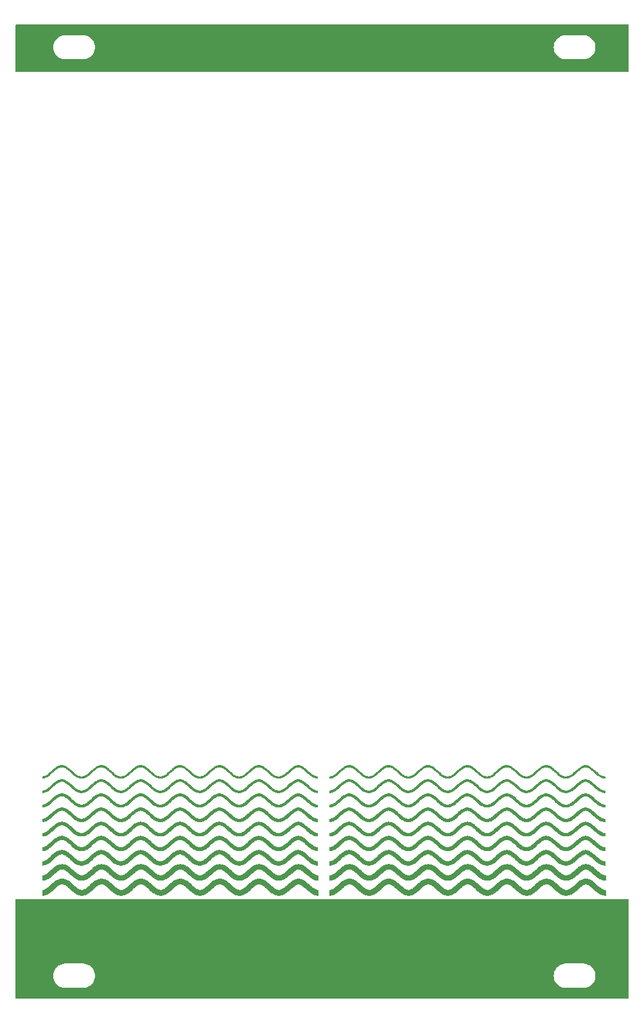
<source format=gbr>
%TF.GenerationSoftware,KiCad,Pcbnew,6.99.0-unknown-0ee7f8e2bd~162~ubuntu22.10.1*%
%TF.CreationDate,2022-11-30T23:28:57+01:00*%
%TF.ProjectId,frontpanel,66726f6e-7470-4616-9e65-6c2e6b696361,rev?*%
%TF.SameCoordinates,Original*%
%TF.FileFunction,Copper,L1,Top*%
%TF.FilePolarity,Positive*%
%FSLAX46Y46*%
G04 Gerber Fmt 4.6, Leading zero omitted, Abs format (unit mm)*
G04 Created by KiCad (PCBNEW 6.99.0-unknown-0ee7f8e2bd~162~ubuntu22.10.1) date 2022-11-30 23:28:57*
%MOMM*%
%LPD*%
G01*
G04 APERTURE LIST*
%TA.AperFunction,NonConductor*%
%ADD10C,0.000000*%
%TD*%
%TA.AperFunction,NonConductor*%
%ADD11C,0.100000*%
%TD*%
G04 APERTURE END LIST*
D10*
G36*
X106698056Y-140141076D02*
G01*
X106749141Y-140144730D01*
X106799486Y-140150711D01*
X106849114Y-140158930D01*
X106898048Y-140169297D01*
X106946311Y-140181725D01*
X106993927Y-140196123D01*
X107040917Y-140212402D01*
X107087306Y-140230474D01*
X107133116Y-140250250D01*
X107223090Y-140294555D01*
X107311026Y-140344604D01*
X107397105Y-140399685D01*
X107481513Y-140459085D01*
X107564434Y-140522092D01*
X107646050Y-140587993D01*
X107726548Y-140656074D01*
X108041020Y-140935957D01*
X108195733Y-141071248D01*
X108272547Y-141136119D01*
X108349015Y-141198620D01*
X108425150Y-141258361D01*
X108500964Y-141314952D01*
X108576470Y-141368003D01*
X108651681Y-141417126D01*
X108726608Y-141461929D01*
X108801264Y-141502023D01*
X108875663Y-141537019D01*
X108949815Y-141566526D01*
X109023734Y-141590154D01*
X109097432Y-141607514D01*
X109134202Y-141613722D01*
X109170922Y-141618216D01*
X109207592Y-141620948D01*
X109244216Y-141621870D01*
X109244216Y-142058466D01*
X109187784Y-142057239D01*
X109132148Y-142053616D01*
X109077290Y-142047684D01*
X109023194Y-142039529D01*
X108969845Y-142029240D01*
X108917224Y-142016902D01*
X108865317Y-142002604D01*
X108814107Y-141986431D01*
X108763577Y-141968472D01*
X108713711Y-141948812D01*
X108615905Y-141904742D01*
X108520558Y-141854915D01*
X108427538Y-141800030D01*
X108336716Y-141740781D01*
X108247959Y-141677865D01*
X108161137Y-141611978D01*
X108076118Y-141543817D01*
X107910966Y-141403455D01*
X107751454Y-141262348D01*
X107596391Y-141125973D01*
X107445511Y-140998094D01*
X107371740Y-140938273D01*
X107299137Y-140881696D01*
X107227741Y-140828735D01*
X107157594Y-140779765D01*
X107088735Y-140735158D01*
X107021205Y-140695287D01*
X106955045Y-140660526D01*
X106890295Y-140631249D01*
X106826996Y-140607828D01*
X106795903Y-140598430D01*
X106765188Y-140590636D01*
X106734856Y-140584493D01*
X106704912Y-140580048D01*
X106675361Y-140577346D01*
X106646208Y-140576435D01*
X106617057Y-140577346D01*
X106587508Y-140580048D01*
X106557565Y-140584493D01*
X106527235Y-140590636D01*
X106465429Y-140607828D01*
X106402132Y-140631249D01*
X106337385Y-140660526D01*
X106271226Y-140695287D01*
X106203698Y-140735158D01*
X106134840Y-140779765D01*
X106064693Y-140828735D01*
X105993298Y-140881696D01*
X105920694Y-140938273D01*
X105846924Y-140998094D01*
X105696042Y-141125973D01*
X105540978Y-141262348D01*
X105381462Y-141403455D01*
X105216306Y-141543817D01*
X105131286Y-141611978D01*
X105044463Y-141677865D01*
X104955706Y-141740781D01*
X104864884Y-141800030D01*
X104771865Y-141854915D01*
X104676518Y-141904742D01*
X104578713Y-141948812D01*
X104478318Y-141986431D01*
X104375202Y-142016902D01*
X104322583Y-142029240D01*
X104269235Y-142039529D01*
X104215141Y-142047684D01*
X104160284Y-142053616D01*
X104104649Y-142057239D01*
X104048219Y-142058466D01*
X103991869Y-142057226D01*
X103936466Y-142053562D01*
X103881990Y-142047566D01*
X103828417Y-142039326D01*
X103775723Y-142028931D01*
X103723886Y-142016470D01*
X103672882Y-142002032D01*
X103622690Y-141985707D01*
X103573284Y-141967584D01*
X103524644Y-141947751D01*
X103476744Y-141926298D01*
X103429563Y-141903315D01*
X103337264Y-141853111D01*
X103247562Y-141797852D01*
X103160273Y-141738253D01*
X103075212Y-141675025D01*
X102992194Y-141608882D01*
X102911036Y-141540537D01*
X102753561Y-141400092D01*
X102601311Y-141259394D01*
X102452921Y-141123686D01*
X102307460Y-140996394D01*
X102235571Y-140936837D01*
X102164107Y-140880502D01*
X102092964Y-140827763D01*
X102022041Y-140778993D01*
X101951234Y-140734563D01*
X101880441Y-140694848D01*
X101809559Y-140660220D01*
X101738486Y-140631052D01*
X101667119Y-140607716D01*
X101631293Y-140598352D01*
X101595355Y-140590586D01*
X101559292Y-140584465D01*
X101523092Y-140580035D01*
X101486742Y-140577343D01*
X101450228Y-140576435D01*
X101413712Y-140577343D01*
X101377360Y-140580035D01*
X101341158Y-140584465D01*
X101305094Y-140590586D01*
X101269155Y-140598352D01*
X101233328Y-140607716D01*
X101161959Y-140631052D01*
X101090884Y-140660220D01*
X101020001Y-140694848D01*
X100949207Y-140734563D01*
X100878399Y-140778993D01*
X100807475Y-140827763D01*
X100736332Y-140880502D01*
X100664868Y-140936837D01*
X100592978Y-140996394D01*
X100447517Y-141123686D01*
X100299126Y-141259394D01*
X100146876Y-141400092D01*
X99989403Y-141540537D01*
X99908246Y-141608882D01*
X99825229Y-141675025D01*
X99740169Y-141738253D01*
X99652880Y-141797852D01*
X99563179Y-141853111D01*
X99470880Y-141903315D01*
X99375800Y-141947751D01*
X99277753Y-141985707D01*
X99176556Y-142016470D01*
X99124719Y-142028931D01*
X99072024Y-142039326D01*
X99018450Y-142047566D01*
X98963973Y-142053562D01*
X98908570Y-142057226D01*
X98852217Y-142058466D01*
X98795867Y-142057226D01*
X98740465Y-142053562D01*
X98685989Y-142047566D01*
X98632416Y-142039326D01*
X98579723Y-142028931D01*
X98527887Y-142016470D01*
X98476884Y-142002032D01*
X98426692Y-141985707D01*
X98377288Y-141967584D01*
X98328648Y-141947751D01*
X98280749Y-141926298D01*
X98233569Y-141903315D01*
X98141272Y-141853111D01*
X98051572Y-141797852D01*
X97964284Y-141738253D01*
X97879225Y-141675025D01*
X97796209Y-141608882D01*
X97715052Y-141540537D01*
X97557579Y-141400092D01*
X97405330Y-141259394D01*
X97256938Y-141123686D01*
X97111474Y-140996394D01*
X97039584Y-140936837D01*
X96968118Y-140880502D01*
X96896974Y-140827763D01*
X96826048Y-140778993D01*
X96755240Y-140734563D01*
X96684445Y-140694848D01*
X96613562Y-140660220D01*
X96542488Y-140631052D01*
X96471120Y-140607716D01*
X96435294Y-140598352D01*
X96399356Y-140590586D01*
X96363293Y-140584465D01*
X96327093Y-140580035D01*
X96290742Y-140577343D01*
X96254228Y-140576435D01*
X96217714Y-140577343D01*
X96181363Y-140580035D01*
X96145162Y-140584465D01*
X96109099Y-140590586D01*
X96073161Y-140598352D01*
X96037334Y-140607716D01*
X95965965Y-140631052D01*
X95894891Y-140660220D01*
X95824007Y-140694848D01*
X95753212Y-140734563D01*
X95682403Y-140778993D01*
X95611478Y-140827763D01*
X95540334Y-140880502D01*
X95468868Y-140936837D01*
X95396978Y-140996394D01*
X95251514Y-141123686D01*
X95103124Y-141259394D01*
X94950874Y-141400092D01*
X94793401Y-141540537D01*
X94712244Y-141608882D01*
X94629228Y-141675025D01*
X94544168Y-141738253D01*
X94456880Y-141797852D01*
X94367180Y-141853111D01*
X94274883Y-141903315D01*
X94179804Y-141947751D01*
X94081759Y-141985707D01*
X93980564Y-142016470D01*
X93928728Y-142028931D01*
X93876034Y-142039326D01*
X93822462Y-142047566D01*
X93767986Y-142053562D01*
X93712584Y-142057226D01*
X93656233Y-142058466D01*
X93599881Y-142057226D01*
X93544478Y-142053562D01*
X93490001Y-142047566D01*
X93436426Y-142039326D01*
X93383732Y-142028931D01*
X93331894Y-142016470D01*
X93280890Y-142002032D01*
X93230697Y-141985707D01*
X93181292Y-141967584D01*
X93132651Y-141947751D01*
X93084751Y-141926298D01*
X93037570Y-141903315D01*
X92945272Y-141853111D01*
X92855570Y-141797852D01*
X92768282Y-141738253D01*
X92683221Y-141675025D01*
X92600205Y-141608882D01*
X92519048Y-141540537D01*
X92361574Y-141400092D01*
X92209325Y-141259394D01*
X92060934Y-141123686D01*
X91915471Y-140996394D01*
X91843581Y-140936837D01*
X91772115Y-140880502D01*
X91700971Y-140827763D01*
X91630046Y-140778993D01*
X91559237Y-140734563D01*
X91488443Y-140694848D01*
X91417559Y-140660220D01*
X91346485Y-140631052D01*
X91275117Y-140607716D01*
X91239291Y-140598352D01*
X91203353Y-140590586D01*
X91167290Y-140584465D01*
X91131089Y-140580035D01*
X91094739Y-140577343D01*
X91058225Y-140576435D01*
X91021711Y-140577343D01*
X90985360Y-140580035D01*
X90949160Y-140584465D01*
X90913097Y-140590586D01*
X90877159Y-140598352D01*
X90841333Y-140607716D01*
X90769965Y-140631052D01*
X90698891Y-140660220D01*
X90628008Y-140694848D01*
X90557213Y-140734563D01*
X90486405Y-140778993D01*
X90415480Y-140827763D01*
X90344335Y-140880502D01*
X90272869Y-140936837D01*
X90200979Y-140996394D01*
X90055516Y-141123686D01*
X89907124Y-141259394D01*
X89754875Y-141400092D01*
X89597402Y-141540537D01*
X89516245Y-141608882D01*
X89433229Y-141675025D01*
X89348170Y-141738253D01*
X89260882Y-141797852D01*
X89171181Y-141853111D01*
X89078884Y-141903315D01*
X88983805Y-141947751D01*
X88885761Y-141985707D01*
X88784566Y-142016470D01*
X88732729Y-142028931D01*
X88680036Y-142039326D01*
X88626463Y-142047566D01*
X88571987Y-142053562D01*
X88516585Y-142057226D01*
X88460234Y-142058466D01*
X88403883Y-142057226D01*
X88348481Y-142053562D01*
X88294005Y-142047566D01*
X88240432Y-142039326D01*
X88187738Y-142028931D01*
X88135901Y-142016470D01*
X88084898Y-142002032D01*
X88034705Y-141985707D01*
X87985300Y-141967584D01*
X87936659Y-141947751D01*
X87888760Y-141926298D01*
X87841579Y-141903315D01*
X87749280Y-141853111D01*
X87659578Y-141797852D01*
X87572289Y-141738253D01*
X87487228Y-141675025D01*
X87404210Y-141608882D01*
X87323052Y-141540537D01*
X87165577Y-141400092D01*
X87013327Y-141259394D01*
X86864937Y-141123686D01*
X86719475Y-140996394D01*
X86647586Y-140936837D01*
X86576122Y-140880502D01*
X86504979Y-140827763D01*
X86434055Y-140778993D01*
X86363248Y-140734563D01*
X86292455Y-140694848D01*
X86221574Y-140660220D01*
X86150501Y-140631052D01*
X86079134Y-140607716D01*
X86043308Y-140598352D01*
X86007370Y-140590586D01*
X85971308Y-140584465D01*
X85935108Y-140580035D01*
X85898758Y-140577343D01*
X85862244Y-140576435D01*
X85825728Y-140577343D01*
X85789376Y-140580035D01*
X85753175Y-140584465D01*
X85717111Y-140590586D01*
X85681172Y-140598352D01*
X85645345Y-140607716D01*
X85573976Y-140631052D01*
X85502901Y-140660220D01*
X85432018Y-140694848D01*
X85361223Y-140734563D01*
X85290416Y-140778993D01*
X85219491Y-140827763D01*
X85148348Y-140880502D01*
X85076883Y-140936837D01*
X85004994Y-140996394D01*
X84859532Y-141123686D01*
X84711141Y-141259394D01*
X84558891Y-141400092D01*
X84401417Y-141540537D01*
X84320259Y-141608882D01*
X84237242Y-141675025D01*
X84152181Y-141738253D01*
X84064891Y-141797852D01*
X83975189Y-141853111D01*
X83882891Y-141903315D01*
X83787810Y-141947751D01*
X83689764Y-141985707D01*
X83588568Y-142016470D01*
X83536731Y-142028931D01*
X83484037Y-142039326D01*
X83430464Y-142047566D01*
X83375988Y-142053562D01*
X83320586Y-142057226D01*
X83264235Y-142058466D01*
X83207884Y-142057226D01*
X83152482Y-142053562D01*
X83098007Y-142047566D01*
X83044434Y-142039326D01*
X82991740Y-142028931D01*
X82939904Y-142016470D01*
X82888901Y-142002032D01*
X82838709Y-141985707D01*
X82789304Y-141967584D01*
X82740664Y-141947751D01*
X82692766Y-141926298D01*
X82645585Y-141903315D01*
X82553288Y-141853111D01*
X82463588Y-141797852D01*
X82376300Y-141738253D01*
X82291240Y-141675025D01*
X82208225Y-141608882D01*
X82127068Y-141540537D01*
X81969595Y-141400092D01*
X81817346Y-141259394D01*
X81668955Y-141123686D01*
X81523491Y-140996394D01*
X81451601Y-140936837D01*
X81380135Y-140880502D01*
X81308990Y-140827763D01*
X81238065Y-140778993D01*
X81167257Y-140734563D01*
X81096462Y-140694848D01*
X81025579Y-140660220D01*
X80954505Y-140631052D01*
X80883137Y-140607716D01*
X80847311Y-140598352D01*
X80811372Y-140590586D01*
X80775310Y-140584465D01*
X80739109Y-140580035D01*
X80702759Y-140577343D01*
X80666245Y-140576435D01*
X80629731Y-140577343D01*
X80593380Y-140580035D01*
X80557179Y-140584465D01*
X80521116Y-140590586D01*
X80485178Y-140598352D01*
X80449352Y-140607716D01*
X80377984Y-140631052D01*
X80306909Y-140660220D01*
X80236026Y-140694848D01*
X80165231Y-140734563D01*
X80094423Y-140778993D01*
X80023498Y-140827763D01*
X79952354Y-140880502D01*
X79880888Y-140936837D01*
X79808998Y-140996394D01*
X79663534Y-141123686D01*
X79515143Y-141259394D01*
X79362894Y-141400092D01*
X79205421Y-141540537D01*
X79124265Y-141608882D01*
X79041249Y-141675025D01*
X78956189Y-141738253D01*
X78868901Y-141797852D01*
X78779201Y-141853111D01*
X78686904Y-141903315D01*
X78591825Y-141947751D01*
X78493780Y-141985707D01*
X78392585Y-142016470D01*
X78340749Y-142028931D01*
X78288055Y-142039326D01*
X78234482Y-142047566D01*
X78180006Y-142053562D01*
X78124604Y-142057226D01*
X78068253Y-142058466D01*
X78011901Y-142057226D01*
X77956498Y-142053562D01*
X77902021Y-142047566D01*
X77848446Y-142039326D01*
X77795752Y-142028931D01*
X77743914Y-142016470D01*
X77692911Y-142002032D01*
X77642717Y-141985707D01*
X77593312Y-141967584D01*
X77544671Y-141947751D01*
X77496772Y-141926298D01*
X77449591Y-141903315D01*
X77357293Y-141853111D01*
X77267591Y-141797852D01*
X77180303Y-141738253D01*
X77095243Y-141675025D01*
X77012227Y-141608882D01*
X76931070Y-141540537D01*
X76773596Y-141400092D01*
X76621347Y-141259394D01*
X76472956Y-141123686D01*
X76327493Y-140996394D01*
X76255602Y-140936837D01*
X76184136Y-140880502D01*
X76112992Y-140827763D01*
X76042067Y-140778993D01*
X75971259Y-140734563D01*
X75900464Y-140694848D01*
X75829581Y-140660220D01*
X75758507Y-140631052D01*
X75687138Y-140607716D01*
X75651312Y-140598352D01*
X75615374Y-140590586D01*
X75579311Y-140584465D01*
X75543111Y-140580035D01*
X75506760Y-140577343D01*
X75470246Y-140576435D01*
X75433732Y-140577343D01*
X75397382Y-140580035D01*
X75361181Y-140584465D01*
X75325118Y-140590586D01*
X75289180Y-140598352D01*
X75253354Y-140607716D01*
X75181986Y-140631052D01*
X75110912Y-140660220D01*
X75040029Y-140694848D01*
X74969234Y-140734563D01*
X74898425Y-140778993D01*
X74827500Y-140827763D01*
X74756356Y-140880502D01*
X74684890Y-140936837D01*
X74613000Y-140996394D01*
X74467536Y-141123686D01*
X74319145Y-141259394D01*
X74166896Y-141400092D01*
X74009423Y-141540537D01*
X73928266Y-141608882D01*
X73845250Y-141675025D01*
X73760191Y-141738253D01*
X73672903Y-141797852D01*
X73583203Y-141853111D01*
X73490905Y-141903315D01*
X73395827Y-141947751D01*
X73297782Y-141985707D01*
X73196587Y-142016470D01*
X73144750Y-142028931D01*
X73092057Y-142039326D01*
X73038484Y-142047566D01*
X72984008Y-142053562D01*
X72928606Y-142057226D01*
X72872255Y-142058466D01*
X72872255Y-141621870D01*
X72908769Y-141620962D01*
X72945120Y-141618270D01*
X72981320Y-141613840D01*
X73017383Y-141607718D01*
X73053321Y-141599953D01*
X73089148Y-141590589D01*
X73160516Y-141567253D01*
X73231590Y-141538085D01*
X73302473Y-141503457D01*
X73373268Y-141463742D01*
X73444076Y-141419312D01*
X73515001Y-141370542D01*
X73586146Y-141317803D01*
X73657612Y-141261468D01*
X73729502Y-141201910D01*
X73874965Y-141074619D01*
X74023357Y-140938911D01*
X74175606Y-140798213D01*
X74333079Y-140657768D01*
X74414236Y-140589423D01*
X74497252Y-140523280D01*
X74582311Y-140460052D01*
X74669599Y-140400452D01*
X74759299Y-140345194D01*
X74851596Y-140294990D01*
X74946675Y-140250554D01*
X75044720Y-140212598D01*
X75145915Y-140181835D01*
X75197751Y-140169374D01*
X75250445Y-140158979D01*
X75304018Y-140150739D01*
X75358494Y-140144742D01*
X75413896Y-140141079D01*
X75470246Y-140139838D01*
X75526596Y-140141079D01*
X75581998Y-140144742D01*
X75636474Y-140150739D01*
X75690047Y-140158979D01*
X75742741Y-140169374D01*
X75794578Y-140181835D01*
X75845581Y-140196273D01*
X75895774Y-140212598D01*
X75945179Y-140230721D01*
X75993820Y-140250554D01*
X76041719Y-140272007D01*
X76088900Y-140294990D01*
X76181199Y-140345194D01*
X76270901Y-140400452D01*
X76358190Y-140460052D01*
X76443251Y-140523280D01*
X76526268Y-140589423D01*
X76607426Y-140657768D01*
X76764901Y-140798213D01*
X76917150Y-140938911D01*
X77065541Y-141074619D01*
X77211003Y-141201910D01*
X77282892Y-141261468D01*
X77354357Y-141317803D01*
X77425500Y-141370542D01*
X77496424Y-141419312D01*
X77567232Y-141463742D01*
X77638026Y-141503457D01*
X77708910Y-141538085D01*
X77779984Y-141567253D01*
X77851353Y-141590589D01*
X77887180Y-141599953D01*
X77923119Y-141607718D01*
X77959183Y-141613840D01*
X77995384Y-141618270D01*
X78031736Y-141620962D01*
X78068252Y-141621870D01*
X78104766Y-141620962D01*
X78141117Y-141618270D01*
X78177317Y-141613840D01*
X78213379Y-141607718D01*
X78249317Y-141599953D01*
X78285143Y-141590589D01*
X78356510Y-141567253D01*
X78427583Y-141538085D01*
X78498465Y-141503457D01*
X78569258Y-141463742D01*
X78640065Y-141419312D01*
X78710988Y-141370542D01*
X78782131Y-141317803D01*
X78853595Y-141261468D01*
X78925484Y-141201910D01*
X79070946Y-141074619D01*
X79219336Y-140938911D01*
X79371586Y-140798213D01*
X79529061Y-140657768D01*
X79610219Y-140589423D01*
X79693237Y-140523280D01*
X79778298Y-140460052D01*
X79865587Y-140400452D01*
X79955289Y-140345194D01*
X80047588Y-140294990D01*
X80142668Y-140250554D01*
X80240714Y-140212598D01*
X80341910Y-140181835D01*
X80393747Y-140169374D01*
X80446441Y-140158979D01*
X80500014Y-140150739D01*
X80554490Y-140144742D01*
X80609892Y-140141079D01*
X80666243Y-140139838D01*
X80722594Y-140141079D01*
X80777996Y-140144742D01*
X80832472Y-140150739D01*
X80886045Y-140158979D01*
X80938738Y-140169374D01*
X80990575Y-140181835D01*
X81041577Y-140196273D01*
X81091770Y-140212598D01*
X81141174Y-140230721D01*
X81189814Y-140250554D01*
X81237713Y-140272007D01*
X81284893Y-140294990D01*
X81377191Y-140345194D01*
X81466891Y-140400452D01*
X81554179Y-140460052D01*
X81639239Y-140523280D01*
X81722255Y-140589423D01*
X81803411Y-140657768D01*
X81960884Y-140798213D01*
X82113133Y-140938911D01*
X82261525Y-141074619D01*
X82406988Y-141201910D01*
X82478878Y-141261468D01*
X82550344Y-141317803D01*
X82621489Y-141370542D01*
X82692414Y-141419312D01*
X82763222Y-141463742D01*
X82834017Y-141503457D01*
X82904900Y-141538085D01*
X82975975Y-141567253D01*
X83047343Y-141590589D01*
X83083169Y-141599953D01*
X83119107Y-141607718D01*
X83155170Y-141613840D01*
X83191370Y-141618270D01*
X83227721Y-141620962D01*
X83264235Y-141621870D01*
X83300749Y-141620962D01*
X83337100Y-141618270D01*
X83373300Y-141613840D01*
X83409363Y-141607718D01*
X83445301Y-141599953D01*
X83481127Y-141590589D01*
X83552495Y-141567253D01*
X83623570Y-141538085D01*
X83694453Y-141503457D01*
X83765248Y-141463742D01*
X83836056Y-141419312D01*
X83906981Y-141370542D01*
X83978126Y-141317803D01*
X84049592Y-141261468D01*
X84121482Y-141201910D01*
X84266945Y-141074619D01*
X84415337Y-140938911D01*
X84567586Y-140798213D01*
X84725059Y-140657768D01*
X84806216Y-140589423D01*
X84889232Y-140523280D01*
X84974292Y-140460052D01*
X85061580Y-140400452D01*
X85151282Y-140345194D01*
X85243580Y-140294990D01*
X85338660Y-140250554D01*
X85436707Y-140212598D01*
X85537904Y-140181835D01*
X85589742Y-140169374D01*
X85642436Y-140158979D01*
X85696011Y-140150739D01*
X85750488Y-140144742D01*
X85805891Y-140141079D01*
X85862244Y-140139838D01*
X85918595Y-140141079D01*
X85973996Y-140144742D01*
X86028472Y-140150739D01*
X86082045Y-140158979D01*
X86134739Y-140169374D01*
X86186575Y-140181835D01*
X86237578Y-140196273D01*
X86287770Y-140212598D01*
X86337175Y-140230721D01*
X86385815Y-140250554D01*
X86433713Y-140272007D01*
X86480894Y-140294990D01*
X86573191Y-140345194D01*
X86662891Y-140400452D01*
X86750179Y-140460052D01*
X86835238Y-140523280D01*
X86918254Y-140589423D01*
X86999411Y-140657768D01*
X87156884Y-140798213D01*
X87309133Y-140938911D01*
X87457524Y-141074619D01*
X87602988Y-141201910D01*
X87674878Y-141261468D01*
X87746344Y-141317803D01*
X87817488Y-141370542D01*
X87888414Y-141419312D01*
X87959222Y-141463742D01*
X88030017Y-141503457D01*
X88100900Y-141538085D01*
X88171974Y-141567253D01*
X88243342Y-141590589D01*
X88279168Y-141599953D01*
X88315106Y-141607718D01*
X88351169Y-141613840D01*
X88387370Y-141618270D01*
X88423720Y-141620962D01*
X88460234Y-141621870D01*
X88496748Y-141620962D01*
X88533099Y-141618270D01*
X88569300Y-141613840D01*
X88605363Y-141607718D01*
X88641301Y-141599953D01*
X88677127Y-141590589D01*
X88748495Y-141567253D01*
X88819570Y-141538085D01*
X88890453Y-141503457D01*
X88961247Y-141463742D01*
X89032056Y-141419312D01*
X89102981Y-141370542D01*
X89174125Y-141317803D01*
X89245591Y-141261468D01*
X89317481Y-141201910D01*
X89462945Y-141074619D01*
X89611336Y-140938911D01*
X89763585Y-140798213D01*
X89921058Y-140657768D01*
X90002214Y-140589423D01*
X90085230Y-140523280D01*
X90170290Y-140460052D01*
X90257577Y-140400452D01*
X90347278Y-140345194D01*
X90439575Y-140294990D01*
X90534654Y-140250554D01*
X90632698Y-140212598D01*
X90733893Y-140181835D01*
X90785730Y-140169374D01*
X90838423Y-140158979D01*
X90891996Y-140150739D01*
X90946472Y-140144742D01*
X91001874Y-140141079D01*
X91058225Y-140139838D01*
X91114575Y-140141079D01*
X91169977Y-140144742D01*
X91224454Y-140150739D01*
X91278027Y-140158979D01*
X91330721Y-140169374D01*
X91382557Y-140181835D01*
X91433561Y-140196273D01*
X91483754Y-140212598D01*
X91533159Y-140230721D01*
X91581800Y-140250554D01*
X91629699Y-140272007D01*
X91676880Y-140294990D01*
X91769179Y-140345194D01*
X91858881Y-140400452D01*
X91946170Y-140460052D01*
X92031231Y-140523280D01*
X92114248Y-140589423D01*
X92195406Y-140657768D01*
X92352882Y-140798213D01*
X92505132Y-140938911D01*
X92653523Y-141074619D01*
X92798984Y-141201910D01*
X92870873Y-141261468D01*
X92942338Y-141317803D01*
X93013481Y-141370542D01*
X93084405Y-141419312D01*
X93155213Y-141463742D01*
X93226007Y-141503457D01*
X93296890Y-141538085D01*
X93367965Y-141567253D01*
X93439334Y-141590589D01*
X93475161Y-141599953D01*
X93511100Y-141607718D01*
X93547164Y-141613840D01*
X93583365Y-141618270D01*
X93619718Y-141620962D01*
X93656233Y-141621870D01*
X93692747Y-141620962D01*
X93729098Y-141618270D01*
X93765298Y-141613840D01*
X93801360Y-141607718D01*
X93837298Y-141599953D01*
X93873123Y-141590589D01*
X93944490Y-141567253D01*
X94015563Y-141538085D01*
X94086444Y-141503457D01*
X94157237Y-141463742D01*
X94228044Y-141419312D01*
X94298968Y-141370542D01*
X94370110Y-141317803D01*
X94441575Y-141261468D01*
X94513464Y-141201910D01*
X94658926Y-141074619D01*
X94807317Y-140938911D01*
X94959567Y-140798213D01*
X95117042Y-140657768D01*
X95198200Y-140589423D01*
X95281217Y-140523280D01*
X95366278Y-140460052D01*
X95453568Y-140400452D01*
X95543270Y-140345194D01*
X95635568Y-140294990D01*
X95730648Y-140250554D01*
X95828694Y-140212598D01*
X95929890Y-140181835D01*
X95981727Y-140169374D01*
X96034421Y-140158979D01*
X96087994Y-140150739D01*
X96142470Y-140144742D01*
X96197872Y-140141079D01*
X96254222Y-140139838D01*
X96310573Y-140141079D01*
X96365975Y-140144742D01*
X96420451Y-140150739D01*
X96474024Y-140158979D01*
X96526718Y-140169374D01*
X96578554Y-140181835D01*
X96629557Y-140196273D01*
X96679750Y-140212598D01*
X96729154Y-140230721D01*
X96777795Y-140250554D01*
X96825693Y-140272007D01*
X96872874Y-140294990D01*
X96965171Y-140345194D01*
X97054872Y-140400452D01*
X97142159Y-140460052D01*
X97227219Y-140523280D01*
X97310235Y-140589423D01*
X97391391Y-140657768D01*
X97548864Y-140798213D01*
X97701113Y-140938911D01*
X97849504Y-141074619D01*
X97994968Y-141201910D01*
X98066859Y-141261468D01*
X98138325Y-141317803D01*
X98209469Y-141370542D01*
X98280394Y-141419312D01*
X98351203Y-141463742D01*
X98421997Y-141503457D01*
X98492880Y-141538085D01*
X98563955Y-141567253D01*
X98635323Y-141590589D01*
X98671149Y-141599953D01*
X98707087Y-141607718D01*
X98743150Y-141613840D01*
X98779350Y-141618270D01*
X98815700Y-141620962D01*
X98852214Y-141621870D01*
X98888728Y-141620962D01*
X98925079Y-141618270D01*
X98961280Y-141613840D01*
X98997342Y-141607718D01*
X99033281Y-141599953D01*
X99069107Y-141590589D01*
X99140475Y-141567253D01*
X99211549Y-141538085D01*
X99282432Y-141503457D01*
X99353227Y-141463742D01*
X99424035Y-141419312D01*
X99494960Y-141370542D01*
X99566105Y-141317803D01*
X99637570Y-141261468D01*
X99709461Y-141201910D01*
X99854924Y-141074619D01*
X100003316Y-140938911D01*
X100155566Y-140798213D01*
X100313040Y-140657768D01*
X100394197Y-140589423D01*
X100477214Y-140523280D01*
X100562274Y-140460052D01*
X100649563Y-140400452D01*
X100739264Y-140345194D01*
X100831562Y-140294990D01*
X100926642Y-140250554D01*
X101024689Y-140212598D01*
X101125886Y-140181835D01*
X101177723Y-140169374D01*
X101230417Y-140158979D01*
X101283992Y-140150739D01*
X101338469Y-140144742D01*
X101393872Y-140141079D01*
X101450224Y-140139838D01*
X101506575Y-140141079D01*
X101561977Y-140144742D01*
X101616453Y-140150739D01*
X101670026Y-140158979D01*
X101722719Y-140169374D01*
X101774555Y-140181835D01*
X101825558Y-140196273D01*
X101875750Y-140212598D01*
X101925155Y-140230721D01*
X101973795Y-140250554D01*
X102021693Y-140272007D01*
X102068874Y-140294990D01*
X102161171Y-140345194D01*
X102250871Y-140400452D01*
X102338159Y-140460052D01*
X102423219Y-140523280D01*
X102506235Y-140589423D01*
X102587392Y-140657768D01*
X102744865Y-140798213D01*
X102897115Y-140938911D01*
X103045507Y-141074619D01*
X103190970Y-141201910D01*
X103262861Y-141261468D01*
X103334327Y-141317803D01*
X103405471Y-141370542D01*
X103476397Y-141419312D01*
X103547205Y-141463742D01*
X103618000Y-141503457D01*
X103688884Y-141538085D01*
X103759958Y-141567253D01*
X103831326Y-141590589D01*
X103867153Y-141599953D01*
X103903091Y-141607718D01*
X103939154Y-141613840D01*
X103975355Y-141618270D01*
X104011705Y-141620962D01*
X104048219Y-141621870D01*
X104084843Y-141620948D01*
X104121513Y-141618216D01*
X104158233Y-141613722D01*
X104195003Y-141607514D01*
X104268701Y-141590154D01*
X104342619Y-141566526D01*
X104416771Y-141537019D01*
X104491169Y-141502023D01*
X104565825Y-141461929D01*
X104640751Y-141417126D01*
X104715960Y-141368003D01*
X104791465Y-141314952D01*
X104867278Y-141258361D01*
X104943411Y-141198620D01*
X105096688Y-141071248D01*
X105251396Y-140935957D01*
X105565878Y-140656074D01*
X105646377Y-140587993D01*
X105727995Y-140522092D01*
X105810916Y-140459085D01*
X105895324Y-140399685D01*
X105981404Y-140344604D01*
X106069338Y-140294555D01*
X106159312Y-140250250D01*
X106251509Y-140212402D01*
X106298499Y-140196123D01*
X106346113Y-140181725D01*
X106394376Y-140169297D01*
X106443309Y-140158930D01*
X106492935Y-140150711D01*
X106543279Y-140144730D01*
X106594362Y-140141076D01*
X106646208Y-140139838D01*
X106698056Y-140141076D01*
G37*
G36*
X113414157Y-136410682D02*
G01*
X113467362Y-136414230D01*
X113519731Y-136420040D01*
X113571286Y-136428029D01*
X113622048Y-136438112D01*
X113672040Y-136450205D01*
X113721282Y-136464225D01*
X113769798Y-136480086D01*
X113817608Y-136497706D01*
X113864736Y-136516999D01*
X113957028Y-136560272D01*
X114046850Y-136609231D01*
X114134377Y-136663204D01*
X114219782Y-136721518D01*
X114303241Y-136783501D01*
X114384929Y-136848480D01*
X114465021Y-136915782D01*
X114621114Y-137054666D01*
X114772921Y-137194771D01*
X114921755Y-137331053D01*
X115068598Y-137459865D01*
X115141553Y-137520440D01*
X115214347Y-137577910D01*
X115287092Y-137631863D01*
X115359901Y-137681888D01*
X115432884Y-137727571D01*
X115506155Y-137768501D01*
X115579826Y-137804265D01*
X115654009Y-137834452D01*
X115728816Y-137858647D01*
X115766488Y-137868370D01*
X115804359Y-137876441D01*
X115842441Y-137882807D01*
X115880750Y-137887419D01*
X115919299Y-137890223D01*
X115958102Y-137891170D01*
X115996904Y-137890223D01*
X116035451Y-137887419D01*
X116073758Y-137882807D01*
X116111840Y-137876441D01*
X116149709Y-137868370D01*
X116187380Y-137858647D01*
X116262185Y-137834452D01*
X116336366Y-137804265D01*
X116410036Y-137768501D01*
X116483306Y-137727571D01*
X116556289Y-137681888D01*
X116629096Y-137631863D01*
X116701841Y-137577910D01*
X116774635Y-137520440D01*
X116847590Y-137459865D01*
X116994433Y-137331053D01*
X117143267Y-137194771D01*
X117295073Y-137054666D01*
X117451167Y-136915782D01*
X117531259Y-136848480D01*
X117612947Y-136783501D01*
X117696406Y-136721518D01*
X117781811Y-136663204D01*
X117869338Y-136609231D01*
X117959159Y-136560272D01*
X118051452Y-136516999D01*
X118146390Y-136480086D01*
X118244148Y-136450205D01*
X118294140Y-136438112D01*
X118344902Y-136428029D01*
X118396456Y-136420040D01*
X118448825Y-136414230D01*
X118502030Y-136410682D01*
X118556093Y-136409480D01*
X118610155Y-136410682D01*
X118663359Y-136414230D01*
X118715727Y-136420040D01*
X118767281Y-136428029D01*
X118818042Y-136438112D01*
X118868033Y-136450205D01*
X118917275Y-136464225D01*
X118965790Y-136480086D01*
X119013601Y-136497706D01*
X119060728Y-136516999D01*
X119153021Y-136560272D01*
X119242843Y-136609231D01*
X119330370Y-136663204D01*
X119415776Y-136721518D01*
X119499236Y-136783501D01*
X119580925Y-136848480D01*
X119661018Y-136915782D01*
X119817113Y-137054666D01*
X119968920Y-137194771D01*
X120117754Y-137331053D01*
X120264595Y-137459865D01*
X120337550Y-137520440D01*
X120410343Y-137577910D01*
X120483086Y-137631863D01*
X120555893Y-137681888D01*
X120628875Y-137727571D01*
X120702145Y-137768501D01*
X120775814Y-137804265D01*
X120849996Y-137834452D01*
X120924801Y-137858647D01*
X120962473Y-137868370D01*
X121000343Y-137876441D01*
X121038425Y-137882807D01*
X121076734Y-137887419D01*
X121115282Y-137890223D01*
X121154085Y-137891170D01*
X121192888Y-137890223D01*
X121231437Y-137887419D01*
X121269745Y-137882807D01*
X121307828Y-137876441D01*
X121345698Y-137868370D01*
X121383370Y-137858647D01*
X121458176Y-137834452D01*
X121532357Y-137804265D01*
X121606027Y-137768501D01*
X121679296Y-137727571D01*
X121752278Y-137681888D01*
X121825085Y-137631863D01*
X121897829Y-137577910D01*
X121970622Y-137520440D01*
X122043576Y-137459865D01*
X122190417Y-137331053D01*
X122339251Y-137194771D01*
X122491057Y-137054666D01*
X122647153Y-136915782D01*
X122727246Y-136848480D01*
X122808935Y-136783501D01*
X122892396Y-136721518D01*
X122977802Y-136663204D01*
X123065330Y-136609231D01*
X123155154Y-136560272D01*
X123247448Y-136516999D01*
X123342387Y-136480086D01*
X123440147Y-136450205D01*
X123490139Y-136438112D01*
X123540901Y-136428029D01*
X123592456Y-136420040D01*
X123644825Y-136414230D01*
X123698031Y-136410682D01*
X123752094Y-136409480D01*
X123806156Y-136410682D01*
X123859360Y-136414230D01*
X123911728Y-136420040D01*
X123963281Y-136428029D01*
X124014043Y-136438112D01*
X124064033Y-136450205D01*
X124113276Y-136464225D01*
X124161791Y-136480086D01*
X124209601Y-136497706D01*
X124256729Y-136516999D01*
X124349021Y-136560272D01*
X124438844Y-136609231D01*
X124526370Y-136663204D01*
X124611777Y-136721518D01*
X124695237Y-136783501D01*
X124776925Y-136848480D01*
X124857018Y-136915782D01*
X125013113Y-137054666D01*
X125164919Y-137194771D01*
X125313753Y-137331053D01*
X125460594Y-137459865D01*
X125533548Y-137520440D01*
X125606341Y-137577910D01*
X125679085Y-137631863D01*
X125751892Y-137681888D01*
X125824874Y-137727571D01*
X125898143Y-137768501D01*
X125971813Y-137804265D01*
X126045994Y-137834452D01*
X126120800Y-137858647D01*
X126158472Y-137868370D01*
X126196342Y-137876441D01*
X126234424Y-137882807D01*
X126272733Y-137887419D01*
X126311281Y-137890223D01*
X126350084Y-137891170D01*
X126388887Y-137890223D01*
X126427436Y-137887419D01*
X126465745Y-137882807D01*
X126503827Y-137876441D01*
X126541697Y-137868370D01*
X126579369Y-137858647D01*
X126654175Y-137834452D01*
X126728357Y-137804265D01*
X126802026Y-137768501D01*
X126875296Y-137727571D01*
X126948278Y-137681888D01*
X127021085Y-137631863D01*
X127093829Y-137577910D01*
X127166622Y-137520440D01*
X127239576Y-137459865D01*
X127386417Y-137331053D01*
X127535250Y-137194771D01*
X127687056Y-137054666D01*
X127843151Y-136915782D01*
X127923244Y-136848480D01*
X128004933Y-136783501D01*
X128088393Y-136721518D01*
X128173799Y-136663204D01*
X128261325Y-136609231D01*
X128351148Y-136560272D01*
X128443440Y-136516999D01*
X128538378Y-136480086D01*
X128636135Y-136450205D01*
X128686126Y-136438112D01*
X128736887Y-136428029D01*
X128788441Y-136420040D01*
X128840809Y-136414230D01*
X128894013Y-136410682D01*
X128948075Y-136409480D01*
X129002138Y-136410682D01*
X129055343Y-136414230D01*
X129107713Y-136420040D01*
X129159268Y-136428029D01*
X129210030Y-136438112D01*
X129260022Y-136450205D01*
X129309265Y-136464225D01*
X129357781Y-136480086D01*
X129405593Y-136497706D01*
X129452721Y-136516999D01*
X129545015Y-136560272D01*
X129634838Y-136609231D01*
X129722366Y-136663204D01*
X129807772Y-136721518D01*
X129891233Y-136783501D01*
X129972922Y-136848480D01*
X130053015Y-136915782D01*
X130209111Y-137054666D01*
X130360918Y-137194771D01*
X130509752Y-137331053D01*
X130656593Y-137459865D01*
X130729548Y-137520440D01*
X130802340Y-137577910D01*
X130875084Y-137631863D01*
X130947891Y-137681888D01*
X131020873Y-137727571D01*
X131094143Y-137768501D01*
X131167812Y-137804265D01*
X131241993Y-137834452D01*
X131316799Y-137858647D01*
X131354471Y-137868370D01*
X131392341Y-137876441D01*
X131430423Y-137882807D01*
X131468732Y-137887419D01*
X131507280Y-137890223D01*
X131546083Y-137891170D01*
X131584886Y-137890223D01*
X131623435Y-137887419D01*
X131661744Y-137882807D01*
X131699826Y-137876441D01*
X131737696Y-137868370D01*
X131775368Y-137858647D01*
X131850173Y-137834452D01*
X131924354Y-137804265D01*
X131998023Y-137768501D01*
X132071293Y-137727571D01*
X132144275Y-137681888D01*
X132217081Y-137631863D01*
X132289824Y-137577910D01*
X132362617Y-137520440D01*
X132435571Y-137459865D01*
X132582412Y-137331053D01*
X132731246Y-137194771D01*
X132883053Y-137054666D01*
X133039147Y-136915782D01*
X133119239Y-136848480D01*
X133200927Y-136783501D01*
X133284386Y-136721518D01*
X133369791Y-136663204D01*
X133457318Y-136609231D01*
X133547139Y-136560272D01*
X133639432Y-136516999D01*
X133734370Y-136480086D01*
X133832129Y-136450205D01*
X133882120Y-136438112D01*
X133932882Y-136428029D01*
X133984437Y-136420040D01*
X134036806Y-136414230D01*
X134090012Y-136410682D01*
X134144075Y-136409480D01*
X134198137Y-136410682D01*
X134251341Y-136414230D01*
X134303709Y-136420040D01*
X134355262Y-136428029D01*
X134406023Y-136438112D01*
X134456014Y-136450205D01*
X134505256Y-136464225D01*
X134553772Y-136480086D01*
X134601582Y-136497706D01*
X134648709Y-136516999D01*
X134741002Y-136560272D01*
X134830824Y-136609231D01*
X134918351Y-136663204D01*
X135003757Y-136721518D01*
X135087217Y-136783501D01*
X135168905Y-136848480D01*
X135248998Y-136915782D01*
X135405093Y-137054666D01*
X135556899Y-137194771D01*
X135705732Y-137331053D01*
X135852573Y-137459865D01*
X135925526Y-137520440D01*
X135998319Y-137577910D01*
X136071062Y-137631863D01*
X136143869Y-137681888D01*
X136216851Y-137727571D01*
X136290120Y-137768501D01*
X136363790Y-137804265D01*
X136437971Y-137834452D01*
X136512777Y-137858647D01*
X136550449Y-137868370D01*
X136588319Y-137876441D01*
X136626401Y-137882807D01*
X136664710Y-137887419D01*
X136703258Y-137890223D01*
X136742061Y-137891170D01*
X136780864Y-137890223D01*
X136819413Y-137887419D01*
X136857721Y-137882807D01*
X136895804Y-137876441D01*
X136933674Y-137868370D01*
X136971346Y-137858647D01*
X137046151Y-137834452D01*
X137120333Y-137804265D01*
X137194002Y-137768501D01*
X137267272Y-137727571D01*
X137340254Y-137681888D01*
X137413061Y-137631863D01*
X137485804Y-137577910D01*
X137558597Y-137520440D01*
X137631551Y-137459865D01*
X137778393Y-137331053D01*
X137927227Y-137194771D01*
X138079034Y-137054666D01*
X138235129Y-136915782D01*
X138315222Y-136848480D01*
X138396911Y-136783501D01*
X138480372Y-136721518D01*
X138565778Y-136663204D01*
X138653306Y-136609231D01*
X138743129Y-136560272D01*
X138835423Y-136516999D01*
X138930362Y-136480086D01*
X139028121Y-136450205D01*
X139078113Y-136438112D01*
X139128876Y-136428029D01*
X139180431Y-136420040D01*
X139232800Y-136414230D01*
X139286005Y-136410682D01*
X139340068Y-136409480D01*
X139394130Y-136410682D01*
X139447334Y-136414230D01*
X139499702Y-136420040D01*
X139551256Y-136428029D01*
X139602018Y-136438112D01*
X139652008Y-136450205D01*
X139701251Y-136464225D01*
X139749766Y-136480086D01*
X139797576Y-136497706D01*
X139844704Y-136516999D01*
X139936996Y-136560272D01*
X140026818Y-136609231D01*
X140114345Y-136663204D01*
X140199751Y-136721518D01*
X140283211Y-136783501D01*
X140364900Y-136848480D01*
X140444993Y-136915782D01*
X140601088Y-137054666D01*
X140752895Y-137194771D01*
X140901728Y-137331053D01*
X141048569Y-137459865D01*
X141121523Y-137520440D01*
X141194316Y-137577910D01*
X141267060Y-137631863D01*
X141339866Y-137681888D01*
X141412848Y-137727571D01*
X141486118Y-137768501D01*
X141559787Y-137804265D01*
X141633968Y-137834452D01*
X141708774Y-137858647D01*
X141746446Y-137868370D01*
X141784316Y-137876441D01*
X141822398Y-137882807D01*
X141860706Y-137887419D01*
X141899255Y-137890223D01*
X141938057Y-137891170D01*
X141976966Y-137890213D01*
X142015825Y-137887377D01*
X142054638Y-137882716D01*
X142093407Y-137876283D01*
X142170828Y-137858313D01*
X142248116Y-137833892D01*
X142325296Y-137803445D01*
X142402395Y-137767399D01*
X142479438Y-137726177D01*
X142556452Y-137680205D01*
X142633462Y-137629909D01*
X142710496Y-137575713D01*
X142787579Y-137518044D01*
X142864737Y-137457327D01*
X143019383Y-137328447D01*
X143174645Y-137192476D01*
X143488141Y-136914458D01*
X143567863Y-136847361D01*
X143648440Y-136782570D01*
X143730031Y-136720760D01*
X143812793Y-136662601D01*
X143896886Y-136608766D01*
X143982466Y-136559928D01*
X144069692Y-136516760D01*
X144158723Y-136479932D01*
X144203964Y-136464106D01*
X144249716Y-136450118D01*
X144295997Y-136438051D01*
X144342829Y-136427990D01*
X144390230Y-136420018D01*
X144438221Y-136414220D01*
X144486821Y-136410679D01*
X144536049Y-136409480D01*
X144585278Y-136410679D01*
X144633878Y-136414220D01*
X144681869Y-136420018D01*
X144729270Y-136427990D01*
X144776102Y-136438051D01*
X144822384Y-136450118D01*
X144868136Y-136464106D01*
X144913378Y-136479932D01*
X144958129Y-136497511D01*
X145002410Y-136516760D01*
X145089637Y-136559928D01*
X145175219Y-136608766D01*
X145259312Y-136662601D01*
X145342075Y-136720760D01*
X145423667Y-136782570D01*
X145504244Y-136847361D01*
X145583966Y-136914458D01*
X145741473Y-137052886D01*
X145897454Y-137192476D01*
X146052721Y-137328443D01*
X146207372Y-137457321D01*
X146284532Y-137518039D01*
X146361616Y-137575708D01*
X146438651Y-137629904D01*
X146515663Y-137680200D01*
X146592677Y-137726173D01*
X146669721Y-137767395D01*
X146746820Y-137803443D01*
X146824000Y-137833890D01*
X146901288Y-137858312D01*
X146978710Y-137876283D01*
X147017479Y-137882716D01*
X147056292Y-137887377D01*
X147095151Y-137890213D01*
X147134060Y-137891170D01*
X147134060Y-138227071D01*
X147079914Y-138225879D01*
X147026466Y-138222359D01*
X146973701Y-138216594D01*
X146921604Y-138208666D01*
X146870162Y-138198657D01*
X146819358Y-138186651D01*
X146769179Y-138172729D01*
X146719609Y-138156974D01*
X146670635Y-138139470D01*
X146622241Y-138120298D01*
X146527135Y-138077281D01*
X146434175Y-138028585D01*
X146343243Y-137974870D01*
X146254221Y-137916797D01*
X146166993Y-137855027D01*
X146081440Y-137790219D01*
X145997446Y-137723035D01*
X145833664Y-137584180D01*
X145674706Y-137443746D01*
X145519521Y-137306965D01*
X145367776Y-137177736D01*
X145293229Y-137116982D01*
X145219586Y-137059352D01*
X145146861Y-137005256D01*
X145075068Y-136955106D01*
X145004223Y-136909314D01*
X144934339Y-136868292D01*
X144865431Y-136832451D01*
X144797515Y-136802204D01*
X144730604Y-136777962D01*
X144697530Y-136768221D01*
X144664713Y-136760136D01*
X144632155Y-136753758D01*
X144599857Y-136749139D01*
X144567821Y-136746329D01*
X144536049Y-136745381D01*
X144504279Y-136746329D01*
X144472245Y-136749138D01*
X144439948Y-136753758D01*
X144407390Y-136760135D01*
X144341500Y-136777961D01*
X144274590Y-136802202D01*
X144206674Y-136832449D01*
X144137766Y-136868289D01*
X144067883Y-136909310D01*
X143997037Y-136955101D01*
X143925244Y-137005250D01*
X143852519Y-137059346D01*
X143778876Y-137116977D01*
X143704330Y-137177731D01*
X143552587Y-137306962D01*
X143397408Y-137443746D01*
X143238444Y-137584180D01*
X143074657Y-137723035D01*
X142990662Y-137790219D01*
X142905108Y-137855027D01*
X142817879Y-137916797D01*
X142728857Y-137974870D01*
X142637926Y-138028585D01*
X142544966Y-138077281D01*
X142449861Y-138120298D01*
X142352494Y-138156974D01*
X142252748Y-138186651D01*
X142201945Y-138198657D01*
X142150504Y-138208666D01*
X142098408Y-138216594D01*
X142045645Y-138222359D01*
X141992198Y-138225879D01*
X141938054Y-138227071D01*
X141883991Y-138225868D01*
X141830786Y-138222318D01*
X141778417Y-138216503D01*
X141726862Y-138208508D01*
X141676100Y-138198417D01*
X141626109Y-138186314D01*
X141576866Y-138172285D01*
X141528350Y-138156412D01*
X141480540Y-138138780D01*
X141433412Y-138119473D01*
X141341120Y-138076172D01*
X141251298Y-138027183D01*
X141163772Y-137973178D01*
X141078367Y-137914833D01*
X140994907Y-137852820D01*
X140913220Y-137787813D01*
X140833128Y-137720486D01*
X140677034Y-137581566D01*
X140525228Y-137441451D01*
X140376395Y-137305179D01*
X140229554Y-137176400D01*
X140156600Y-137115850D01*
X140083808Y-137058407D01*
X140011064Y-137004482D01*
X139938258Y-136954488D01*
X139865276Y-136908835D01*
X139792006Y-136867934D01*
X139718337Y-136832197D01*
X139644156Y-136802036D01*
X139569350Y-136777861D01*
X139531678Y-136768147D01*
X139493808Y-136760084D01*
X139455726Y-136753723D01*
X139417417Y-136749116D01*
X139378868Y-136746314D01*
X139340065Y-136745369D01*
X139301263Y-136746314D01*
X139262714Y-136749116D01*
X139224406Y-136753723D01*
X139186324Y-136760084D01*
X139148454Y-136768147D01*
X139110782Y-136777861D01*
X139035977Y-136802036D01*
X138961796Y-136832197D01*
X138888127Y-136867934D01*
X138814857Y-136908835D01*
X138741875Y-136954488D01*
X138669068Y-137004482D01*
X138596325Y-137058407D01*
X138523532Y-137115850D01*
X138450577Y-137176400D01*
X138303735Y-137305179D01*
X138154900Y-137441451D01*
X138003094Y-137581566D01*
X137846999Y-137720486D01*
X137766906Y-137787813D01*
X137685217Y-137852820D01*
X137601756Y-137914833D01*
X137516349Y-137973178D01*
X137428822Y-138027183D01*
X137338998Y-138076172D01*
X137246704Y-138119473D01*
X137151765Y-138156412D01*
X137054005Y-138186314D01*
X137004014Y-138198417D01*
X136953251Y-138208508D01*
X136901696Y-138216503D01*
X136849327Y-138222318D01*
X136796122Y-138225868D01*
X136742058Y-138227071D01*
X136687997Y-138225868D01*
X136634793Y-138222318D01*
X136582425Y-138216503D01*
X136530871Y-138208508D01*
X136480110Y-138198417D01*
X136430119Y-138186314D01*
X136380877Y-138172285D01*
X136332362Y-138156412D01*
X136284552Y-138138780D01*
X136237424Y-138119473D01*
X136145132Y-138076172D01*
X136055310Y-138027183D01*
X135967783Y-137973178D01*
X135882377Y-137914833D01*
X135798917Y-137852820D01*
X135717228Y-137787813D01*
X135637136Y-137720486D01*
X135481041Y-137581566D01*
X135329235Y-137441451D01*
X135180402Y-137305179D01*
X135033561Y-137176400D01*
X134960607Y-137115850D01*
X134887814Y-137058407D01*
X134815070Y-137004482D01*
X134742263Y-136954488D01*
X134669281Y-136908835D01*
X134596012Y-136867934D01*
X134522343Y-136832197D01*
X134448161Y-136802036D01*
X134373356Y-136777861D01*
X134335684Y-136768147D01*
X134297814Y-136760084D01*
X134259732Y-136753723D01*
X134221424Y-136749116D01*
X134182875Y-136746314D01*
X134144072Y-136745369D01*
X134105269Y-136746314D01*
X134066721Y-136749116D01*
X134028412Y-136753723D01*
X133990330Y-136760084D01*
X133952460Y-136768147D01*
X133914787Y-136777861D01*
X133839982Y-136802036D01*
X133765800Y-136832197D01*
X133692131Y-136867934D01*
X133618861Y-136908835D01*
X133545879Y-136954488D01*
X133473072Y-137004482D01*
X133400328Y-137058407D01*
X133327535Y-137115850D01*
X133254581Y-137176400D01*
X133107740Y-137305179D01*
X132958907Y-137441451D01*
X132807100Y-137581566D01*
X132651004Y-137720486D01*
X132570911Y-137787813D01*
X132489222Y-137852820D01*
X132405762Y-137914833D01*
X132320356Y-137973178D01*
X132232829Y-138027183D01*
X132143007Y-138076172D01*
X132050714Y-138119473D01*
X131955777Y-138156412D01*
X131858019Y-138186314D01*
X131808029Y-138198417D01*
X131757267Y-138208508D01*
X131705714Y-138216503D01*
X131653346Y-138222318D01*
X131600142Y-138225868D01*
X131546080Y-138227071D01*
X131492017Y-138225868D01*
X131438812Y-138222318D01*
X131386442Y-138216503D01*
X131334888Y-138208508D01*
X131284125Y-138198417D01*
X131234133Y-138186314D01*
X131184890Y-138172285D01*
X131136374Y-138156412D01*
X131088562Y-138138780D01*
X131041434Y-138119473D01*
X130949140Y-138076172D01*
X130859317Y-138027183D01*
X130771789Y-137973178D01*
X130686382Y-137914833D01*
X130602922Y-137852820D01*
X130521233Y-137787813D01*
X130441140Y-137720486D01*
X130285045Y-137581566D01*
X130133239Y-137441451D01*
X129984405Y-137305179D01*
X129837563Y-137176400D01*
X129764609Y-137115850D01*
X129691816Y-137058407D01*
X129619072Y-137004482D01*
X129546265Y-136954488D01*
X129473283Y-136908835D01*
X129400013Y-136867934D01*
X129326344Y-136832197D01*
X129252162Y-136802036D01*
X129177356Y-136777861D01*
X129139684Y-136768147D01*
X129101814Y-136760084D01*
X129063732Y-136753723D01*
X129025423Y-136749116D01*
X128986875Y-136746314D01*
X128948072Y-136745369D01*
X128909269Y-136746314D01*
X128870720Y-136749116D01*
X128832412Y-136753723D01*
X128794330Y-136760084D01*
X128756460Y-136768147D01*
X128718788Y-136777861D01*
X128643982Y-136802036D01*
X128569801Y-136832197D01*
X128496131Y-136867934D01*
X128422862Y-136908835D01*
X128349880Y-136954488D01*
X128277073Y-137004482D01*
X128204329Y-137058407D01*
X128131536Y-137115850D01*
X128058582Y-137176400D01*
X127911740Y-137305179D01*
X127762906Y-137441451D01*
X127611100Y-137581566D01*
X127455005Y-137720486D01*
X127374912Y-137787813D01*
X127293223Y-137852820D01*
X127209763Y-137914833D01*
X127124357Y-137973178D01*
X127036831Y-138027183D01*
X126947008Y-138076172D01*
X126854716Y-138119473D01*
X126759778Y-138156412D01*
X126662021Y-138186314D01*
X126612030Y-138198417D01*
X126561269Y-138208508D01*
X126509715Y-138216503D01*
X126457347Y-138222318D01*
X126404143Y-138225868D01*
X126350081Y-138227071D01*
X126296018Y-138225868D01*
X126242813Y-138222318D01*
X126190444Y-138216503D01*
X126138890Y-138208508D01*
X126088127Y-138198417D01*
X126038136Y-138186314D01*
X125988893Y-138172285D01*
X125940378Y-138156412D01*
X125892567Y-138138780D01*
X125845440Y-138119473D01*
X125753147Y-138076172D01*
X125663325Y-138027183D01*
X125575799Y-137973178D01*
X125490394Y-137914833D01*
X125406935Y-137852820D01*
X125325247Y-137787813D01*
X125245155Y-137720486D01*
X125089062Y-137581566D01*
X124937256Y-137441451D01*
X124788422Y-137305179D01*
X124641578Y-137176400D01*
X124568623Y-137115850D01*
X124495829Y-137058407D01*
X124423084Y-137004482D01*
X124350277Y-136954488D01*
X124277294Y-136908835D01*
X124204024Y-136867934D01*
X124130354Y-136832197D01*
X124056173Y-136802036D01*
X123981369Y-136777861D01*
X123943697Y-136768147D01*
X123905828Y-136760084D01*
X123867747Y-136753723D01*
X123829440Y-136749116D01*
X123790892Y-136746314D01*
X123752091Y-136745369D01*
X123713288Y-136746314D01*
X123674739Y-136749116D01*
X123636431Y-136753723D01*
X123598348Y-136760084D01*
X123560478Y-136768147D01*
X123522806Y-136777861D01*
X123448000Y-136802036D01*
X123373818Y-136832197D01*
X123300149Y-136867934D01*
X123226878Y-136908835D01*
X123153896Y-136954488D01*
X123081088Y-137004482D01*
X123008343Y-137058407D01*
X122935549Y-137115850D01*
X122862593Y-137176400D01*
X122715748Y-137305179D01*
X122566909Y-137441451D01*
X122415102Y-137581566D01*
X122259008Y-137720486D01*
X122178917Y-137787813D01*
X122097229Y-137852820D01*
X122013770Y-137914833D01*
X121928365Y-137973178D01*
X121840838Y-138027183D01*
X121751017Y-138076172D01*
X121658724Y-138119473D01*
X121563786Y-138156412D01*
X121466028Y-138186314D01*
X121416036Y-138198417D01*
X121365274Y-138208508D01*
X121313720Y-138216503D01*
X121261351Y-138222318D01*
X121208145Y-138225868D01*
X121154082Y-138227071D01*
X121100020Y-138225868D01*
X121046816Y-138222318D01*
X120994448Y-138216503D01*
X120942895Y-138208508D01*
X120892133Y-138198417D01*
X120842143Y-138186314D01*
X120792900Y-138172285D01*
X120744385Y-138156412D01*
X120696575Y-138138780D01*
X120649447Y-138119473D01*
X120557155Y-138076172D01*
X120467332Y-138027183D01*
X120379805Y-137973178D01*
X120294399Y-137914833D01*
X120210939Y-137852820D01*
X120129250Y-137787813D01*
X120049158Y-137720486D01*
X119893062Y-137581566D01*
X119741256Y-137441451D01*
X119592422Y-137305179D01*
X119445581Y-137176400D01*
X119372627Y-137115850D01*
X119299834Y-137058407D01*
X119227090Y-137004482D01*
X119154283Y-136954488D01*
X119081301Y-136908835D01*
X119008032Y-136867934D01*
X118934362Y-136832197D01*
X118860181Y-136802036D01*
X118785375Y-136777861D01*
X118747703Y-136768147D01*
X118709833Y-136760084D01*
X118671750Y-136753723D01*
X118633442Y-136749116D01*
X118594893Y-136746314D01*
X118556090Y-136745369D01*
X118517287Y-136746314D01*
X118478738Y-136749116D01*
X118440430Y-136753723D01*
X118402348Y-136760084D01*
X118364477Y-136768147D01*
X118326805Y-136777861D01*
X118252000Y-136802036D01*
X118177818Y-136832197D01*
X118104149Y-136867934D01*
X118030879Y-136908835D01*
X117957897Y-136954488D01*
X117885090Y-137004482D01*
X117812347Y-137058407D01*
X117739554Y-137115850D01*
X117666600Y-137176400D01*
X117519758Y-137305179D01*
X117370925Y-137441451D01*
X117219118Y-137581566D01*
X117063023Y-137720486D01*
X116982930Y-137787813D01*
X116901241Y-137852820D01*
X116817781Y-137914833D01*
X116732375Y-137973178D01*
X116644848Y-138027183D01*
X116555026Y-138076172D01*
X116462733Y-138119473D01*
X116367796Y-138156412D01*
X116270038Y-138186314D01*
X116220047Y-138198417D01*
X116169286Y-138208508D01*
X116117732Y-138216503D01*
X116065365Y-138222318D01*
X116012161Y-138225868D01*
X115958099Y-138227071D01*
X115904036Y-138225868D01*
X115850830Y-138222318D01*
X115798461Y-138216503D01*
X115746906Y-138208508D01*
X115696144Y-138198417D01*
X115646152Y-138186314D01*
X115596909Y-138172285D01*
X115548393Y-138156412D01*
X115500581Y-138138780D01*
X115453453Y-138119473D01*
X115361159Y-138076172D01*
X115271336Y-138027183D01*
X115183808Y-137973178D01*
X115098401Y-137914833D01*
X115014941Y-137852820D01*
X114933251Y-137787813D01*
X114853159Y-137720486D01*
X114697063Y-137581566D01*
X114545256Y-137441451D01*
X114396423Y-137305179D01*
X114249581Y-137176400D01*
X114176627Y-137115850D01*
X114103834Y-137058407D01*
X114031090Y-137004482D01*
X113958284Y-136954488D01*
X113885302Y-136908835D01*
X113812032Y-136867934D01*
X113738362Y-136832197D01*
X113664181Y-136802036D01*
X113589375Y-136777861D01*
X113551703Y-136768147D01*
X113513833Y-136760084D01*
X113475751Y-136753723D01*
X113437443Y-136749116D01*
X113398894Y-136746314D01*
X113360091Y-136745369D01*
X113321288Y-136746314D01*
X113282739Y-136749116D01*
X113244431Y-136753723D01*
X113206348Y-136760084D01*
X113168478Y-136768147D01*
X113130806Y-136777861D01*
X113056001Y-136802036D01*
X112981819Y-136832197D01*
X112908150Y-136867934D01*
X112834880Y-136908835D01*
X112761898Y-136954488D01*
X112689091Y-137004482D01*
X112616348Y-137058407D01*
X112543555Y-137115850D01*
X112470601Y-137176400D01*
X112323759Y-137305179D01*
X112174926Y-137441451D01*
X112023119Y-137581566D01*
X111867023Y-137720486D01*
X111786931Y-137787813D01*
X111705242Y-137852820D01*
X111621781Y-137914833D01*
X111536375Y-137973178D01*
X111448848Y-138027183D01*
X111359026Y-138076172D01*
X111266733Y-138119473D01*
X111171796Y-138156412D01*
X111074038Y-138186314D01*
X111024047Y-138198417D01*
X110973286Y-138208508D01*
X110921733Y-138216503D01*
X110869365Y-138222318D01*
X110816161Y-138225868D01*
X110762099Y-138227071D01*
X110762099Y-137891170D01*
X110800902Y-137890223D01*
X110839451Y-137887419D01*
X110877759Y-137882807D01*
X110915842Y-137876441D01*
X110953712Y-137868370D01*
X110991384Y-137858647D01*
X111066189Y-137834452D01*
X111140371Y-137804265D01*
X111214040Y-137768501D01*
X111287310Y-137727571D01*
X111360292Y-137681888D01*
X111433099Y-137631863D01*
X111505842Y-137577910D01*
X111578635Y-137520440D01*
X111651589Y-137459865D01*
X111798431Y-137331053D01*
X111947265Y-137194771D01*
X112099071Y-137054666D01*
X112255166Y-136915782D01*
X112335259Y-136848480D01*
X112416948Y-136783501D01*
X112500408Y-136721518D01*
X112585814Y-136663204D01*
X112673341Y-136609231D01*
X112763163Y-136560272D01*
X112855456Y-136516999D01*
X112950394Y-136480086D01*
X113048151Y-136450205D01*
X113098142Y-136438112D01*
X113148903Y-136428029D01*
X113200457Y-136420040D01*
X113252825Y-136414230D01*
X113306029Y-136410682D01*
X113360090Y-136409480D01*
X113360094Y-136409480D01*
X113414157Y-136410682D01*
G37*
G36*
X106696744Y-138275872D02*
G01*
X106746587Y-138279469D01*
X106795755Y-138285359D01*
X106844270Y-138293454D01*
X106892153Y-138303669D01*
X106939426Y-138315916D01*
X106986110Y-138330109D01*
X107032226Y-138346162D01*
X107077795Y-138363988D01*
X107122840Y-138383500D01*
X107211441Y-138427238D01*
X107298198Y-138476682D01*
X107383284Y-138531140D01*
X107466869Y-138589920D01*
X107549124Y-138652330D01*
X107630220Y-138717676D01*
X107710329Y-138785266D01*
X107868269Y-138924408D01*
X108024312Y-139064217D01*
X108179299Y-139199843D01*
X108333264Y-139327950D01*
X108409910Y-139388167D01*
X108486359Y-139445283D01*
X108562629Y-139498892D01*
X108638740Y-139548586D01*
X108714711Y-139593957D01*
X108790562Y-139634600D01*
X108866311Y-139670107D01*
X108941978Y-139700071D01*
X109017582Y-139724085D01*
X109093143Y-139741742D01*
X109130914Y-139748059D01*
X109168680Y-139752634D01*
X109206446Y-139755417D01*
X109244212Y-139756355D01*
X109244212Y-140142780D01*
X109188925Y-140141572D01*
X109134383Y-140138001D01*
X109080573Y-140132155D01*
X109027478Y-140124117D01*
X108975082Y-140113971D01*
X108923371Y-140101804D01*
X108872328Y-140087698D01*
X108821939Y-140071741D01*
X108772187Y-140054014D01*
X108723058Y-140034605D01*
X108626602Y-139991075D01*
X108532449Y-139941829D01*
X108440474Y-139887544D01*
X108350552Y-139828898D01*
X108262559Y-139766569D01*
X108176371Y-139701236D01*
X108091864Y-139633575D01*
X107927394Y-139493984D01*
X107768157Y-139353218D01*
X107613035Y-139216628D01*
X107461722Y-139088037D01*
X107387563Y-139027725D01*
X107314439Y-138970593D01*
X107242378Y-138917035D01*
X107171407Y-138867444D01*
X107101554Y-138822213D01*
X107032846Y-138781737D01*
X106965312Y-138746408D01*
X106898978Y-138716621D01*
X106833873Y-138692767D01*
X106801790Y-138683189D01*
X106770024Y-138675242D01*
X106738580Y-138668976D01*
X106707459Y-138664439D01*
X106676667Y-138661680D01*
X106646205Y-138660750D01*
X106615744Y-138661680D01*
X106584952Y-138664439D01*
X106553831Y-138668976D01*
X106522387Y-138675242D01*
X106458539Y-138692767D01*
X106393435Y-138716621D01*
X106327102Y-138746408D01*
X106259569Y-138781737D01*
X106190863Y-138822213D01*
X106121012Y-138867444D01*
X106050042Y-138917035D01*
X105977982Y-138970593D01*
X105904859Y-139027725D01*
X105830701Y-139088037D01*
X105679390Y-139216628D01*
X105524269Y-139353218D01*
X105365033Y-139493984D01*
X105200564Y-139633575D01*
X105116057Y-139701236D01*
X105029870Y-139766569D01*
X104941877Y-139828898D01*
X104851956Y-139887544D01*
X104759980Y-139941829D01*
X104665827Y-139991075D01*
X104569372Y-140034605D01*
X104470490Y-140071741D01*
X104369057Y-140101804D01*
X104317346Y-140113971D01*
X104264950Y-140124117D01*
X104211854Y-140132155D01*
X104158043Y-140138001D01*
X104103502Y-140141572D01*
X104048213Y-140142780D01*
X103993006Y-140141559D01*
X103938703Y-140137954D01*
X103885281Y-140132050D01*
X103832717Y-140123936D01*
X103780989Y-140113696D01*
X103730075Y-140101419D01*
X103679952Y-140087190D01*
X103630598Y-140071097D01*
X103581990Y-140053225D01*
X103534106Y-140033662D01*
X103440420Y-139989807D01*
X103349360Y-139940225D01*
X103260746Y-139885609D01*
X103174399Y-139826652D01*
X103090139Y-139764046D01*
X103007786Y-139698484D01*
X102927162Y-139630660D01*
X102770377Y-139490995D01*
X102618349Y-139350594D01*
X102469736Y-139214590D01*
X102323583Y-139086518D01*
X102251161Y-139026440D01*
X102179032Y-138969523D01*
X102107088Y-138916162D01*
X102035223Y-138866750D01*
X101963328Y-138821678D01*
X101891296Y-138781341D01*
X101819021Y-138746131D01*
X101746394Y-138716442D01*
X101673308Y-138692666D01*
X101636560Y-138683119D01*
X101599656Y-138675197D01*
X101562585Y-138668950D01*
X101525331Y-138664427D01*
X101487882Y-138661677D01*
X101450224Y-138660750D01*
X101412565Y-138661677D01*
X101375115Y-138664427D01*
X101337860Y-138668950D01*
X101300786Y-138675197D01*
X101263882Y-138683119D01*
X101227132Y-138692666D01*
X101154044Y-138716442D01*
X101081416Y-138746131D01*
X101009139Y-138781341D01*
X100937106Y-138821678D01*
X100865210Y-138866750D01*
X100793344Y-138916162D01*
X100721399Y-138969523D01*
X100649270Y-139026440D01*
X100576847Y-139086518D01*
X100430695Y-139214590D01*
X100282082Y-139350594D01*
X100130053Y-139490995D01*
X99973269Y-139630660D01*
X99892644Y-139698484D01*
X99810292Y-139764046D01*
X99726031Y-139826652D01*
X99639684Y-139885609D01*
X99551070Y-139940225D01*
X99460010Y-139989807D01*
X99366323Y-140033662D01*
X99269831Y-140071097D01*
X99170354Y-140101419D01*
X99119440Y-140113696D01*
X99067712Y-140123936D01*
X99015148Y-140132050D01*
X98961725Y-140137954D01*
X98907421Y-140141559D01*
X98852214Y-140142780D01*
X98797007Y-140141559D01*
X98742704Y-140137954D01*
X98689282Y-140132050D01*
X98636718Y-140123936D01*
X98584990Y-140113696D01*
X98534076Y-140101419D01*
X98483953Y-140087190D01*
X98434599Y-140071097D01*
X98385991Y-140053225D01*
X98338107Y-140033662D01*
X98244421Y-139989807D01*
X98153361Y-139940225D01*
X98064747Y-139885609D01*
X97978400Y-139826652D01*
X97894140Y-139764046D01*
X97811787Y-139698484D01*
X97731162Y-139630660D01*
X97574378Y-139490995D01*
X97422350Y-139350594D01*
X97273738Y-139214590D01*
X97127586Y-139086518D01*
X97055165Y-139026440D01*
X96983037Y-138969523D01*
X96911094Y-138916162D01*
X96839229Y-138866750D01*
X96767335Y-138821678D01*
X96695303Y-138781341D01*
X96623028Y-138746131D01*
X96550400Y-138716442D01*
X96477313Y-138692666D01*
X96440564Y-138683119D01*
X96403660Y-138675197D01*
X96366587Y-138668950D01*
X96329332Y-138664427D01*
X96291881Y-138661677D01*
X96254222Y-138660750D01*
X96216563Y-138661677D01*
X96179113Y-138664427D01*
X96141859Y-138668950D01*
X96104786Y-138675197D01*
X96067882Y-138683119D01*
X96031133Y-138692666D01*
X95958046Y-138716442D01*
X95885419Y-138746131D01*
X95813143Y-138781341D01*
X95741111Y-138821678D01*
X95669216Y-138866750D01*
X95597351Y-138916162D01*
X95525407Y-138969523D01*
X95453277Y-139026440D01*
X95380855Y-139086518D01*
X95234700Y-139214590D01*
X95086083Y-139350594D01*
X94934054Y-139490995D01*
X94777270Y-139630660D01*
X94696646Y-139698484D01*
X94614293Y-139764046D01*
X94530034Y-139826652D01*
X94443687Y-139885609D01*
X94355074Y-139940225D01*
X94264015Y-139989807D01*
X94170330Y-140033662D01*
X94073840Y-140071097D01*
X93974364Y-140101419D01*
X93923451Y-140113696D01*
X93871725Y-140123936D01*
X93819162Y-140132050D01*
X93765741Y-140137954D01*
X93711439Y-140141559D01*
X93656233Y-140142780D01*
X93601027Y-140141559D01*
X93546723Y-140137954D01*
X93493301Y-140132050D01*
X93440737Y-140123936D01*
X93389009Y-140113696D01*
X93338095Y-140101419D01*
X93287972Y-140087190D01*
X93238618Y-140071097D01*
X93190010Y-140053225D01*
X93142126Y-140033662D01*
X93048440Y-139989807D01*
X92957379Y-139940225D01*
X92868765Y-139885609D01*
X92782418Y-139826652D01*
X92698158Y-139764046D01*
X92615805Y-139698484D01*
X92535180Y-139630660D01*
X92378396Y-139490995D01*
X92226369Y-139350594D01*
X92077756Y-139214590D01*
X91931603Y-139086518D01*
X91859180Y-139026440D01*
X91787050Y-138969523D01*
X91715106Y-138916162D01*
X91643240Y-138866750D01*
X91571344Y-138821678D01*
X91499311Y-138781341D01*
X91427034Y-138746131D01*
X91354405Y-138716442D01*
X91281318Y-138692666D01*
X91244568Y-138683119D01*
X91207663Y-138675197D01*
X91170590Y-138668950D01*
X91133335Y-138664427D01*
X91095884Y-138661677D01*
X91058225Y-138660750D01*
X91020567Y-138661677D01*
X90983118Y-138664427D01*
X90945864Y-138668950D01*
X90908792Y-138675197D01*
X90871889Y-138683119D01*
X90835140Y-138692666D01*
X90762054Y-138716442D01*
X90689427Y-138746131D01*
X90617152Y-138781341D01*
X90545120Y-138821678D01*
X90473225Y-138866750D01*
X90401360Y-138916162D01*
X90329416Y-138969523D01*
X90257287Y-139026440D01*
X90184865Y-139086518D01*
X90038714Y-139214590D01*
X89890102Y-139350594D01*
X89738073Y-139490995D01*
X89581289Y-139630660D01*
X89500664Y-139698484D01*
X89418312Y-139764046D01*
X89334051Y-139826652D01*
X89247704Y-139885609D01*
X89159090Y-139940225D01*
X89068030Y-139989807D01*
X88974343Y-140033662D01*
X88877851Y-140071097D01*
X88778374Y-140101419D01*
X88727460Y-140113696D01*
X88675732Y-140123936D01*
X88623168Y-140132050D01*
X88569745Y-140137954D01*
X88515441Y-140141559D01*
X88460234Y-140142780D01*
X88405027Y-140141559D01*
X88350724Y-140137954D01*
X88297301Y-140132050D01*
X88244737Y-140123936D01*
X88193010Y-140113696D01*
X88142095Y-140101419D01*
X88091972Y-140087190D01*
X88042618Y-140071097D01*
X87994010Y-140053225D01*
X87946126Y-140033662D01*
X87852440Y-139989807D01*
X87761380Y-139940225D01*
X87672766Y-139885609D01*
X87586418Y-139826652D01*
X87502158Y-139764046D01*
X87419806Y-139698484D01*
X87339181Y-139630660D01*
X87182397Y-139490995D01*
X87030368Y-139350594D01*
X86881756Y-139214590D01*
X86735604Y-139086518D01*
X86663182Y-139026440D01*
X86591053Y-138969523D01*
X86519109Y-138916162D01*
X86447244Y-138866750D01*
X86375349Y-138821678D01*
X86303318Y-138781341D01*
X86231042Y-138746131D01*
X86158416Y-138716442D01*
X86085330Y-138692666D01*
X86048581Y-138683119D01*
X86011678Y-138675197D01*
X85974606Y-138668950D01*
X85937352Y-138664427D01*
X85899903Y-138661677D01*
X85862245Y-138660750D01*
X85824586Y-138661677D01*
X85787136Y-138664427D01*
X85749881Y-138668950D01*
X85712807Y-138675197D01*
X85675903Y-138683119D01*
X85639153Y-138692666D01*
X85566065Y-138716442D01*
X85493436Y-138746131D01*
X85421159Y-138781341D01*
X85349126Y-138821678D01*
X85277230Y-138866750D01*
X85205364Y-138916162D01*
X85133420Y-138969523D01*
X85061290Y-139026440D01*
X84988868Y-139086518D01*
X84842715Y-139214590D01*
X84694103Y-139350594D01*
X84542075Y-139490995D01*
X84385291Y-139630660D01*
X84304666Y-139698484D01*
X84222313Y-139764046D01*
X84138053Y-139826652D01*
X84051706Y-139885609D01*
X83963092Y-139940225D01*
X83872031Y-139989807D01*
X83778345Y-140033662D01*
X83681853Y-140071097D01*
X83582376Y-140101419D01*
X83531461Y-140113696D01*
X83479734Y-140123936D01*
X83427170Y-140132050D01*
X83373747Y-140137954D01*
X83319444Y-140141559D01*
X83264237Y-140142780D01*
X83209030Y-140141559D01*
X83154726Y-140137954D01*
X83101304Y-140132050D01*
X83048740Y-140123936D01*
X82997012Y-140113696D01*
X82946098Y-140101419D01*
X82895975Y-140087190D01*
X82846620Y-140071097D01*
X82798012Y-140053225D01*
X82750128Y-140033662D01*
X82656442Y-139989807D01*
X82565382Y-139940225D01*
X82476768Y-139885609D01*
X82390420Y-139826652D01*
X82306160Y-139764046D01*
X82223807Y-139698484D01*
X82143183Y-139630660D01*
X81986398Y-139490995D01*
X81834371Y-139350594D01*
X81685758Y-139214590D01*
X81539606Y-139086518D01*
X81467184Y-139026440D01*
X81395055Y-138969523D01*
X81323111Y-138916162D01*
X81251246Y-138866750D01*
X81179351Y-138821678D01*
X81107319Y-138781341D01*
X81035044Y-138746131D01*
X80962417Y-138716442D01*
X80889331Y-138692666D01*
X80852582Y-138683119D01*
X80815679Y-138675197D01*
X80778607Y-138668950D01*
X80741353Y-138664427D01*
X80703904Y-138661677D01*
X80666246Y-138660750D01*
X80628587Y-138661677D01*
X80591137Y-138664427D01*
X80553881Y-138668950D01*
X80516808Y-138675197D01*
X80479904Y-138683119D01*
X80443154Y-138692666D01*
X80370066Y-138716442D01*
X80297437Y-138746131D01*
X80225160Y-138781341D01*
X80153128Y-138821678D01*
X80081232Y-138866750D01*
X80009365Y-138916162D01*
X79937421Y-138969523D01*
X79865292Y-139026440D01*
X79792869Y-139086518D01*
X79646716Y-139214590D01*
X79498103Y-139350594D01*
X79346076Y-139490995D01*
X79189292Y-139630660D01*
X79108667Y-139698484D01*
X79026315Y-139764046D01*
X78942056Y-139826652D01*
X78855709Y-139885609D01*
X78767096Y-139940225D01*
X78676037Y-139989807D01*
X78582351Y-140033662D01*
X78485861Y-140071097D01*
X78386386Y-140101419D01*
X78335473Y-140113696D01*
X78283746Y-140123936D01*
X78231183Y-140132050D01*
X78177762Y-140137954D01*
X78123460Y-140141559D01*
X78068254Y-140142780D01*
X78013047Y-140141559D01*
X77958744Y-140137954D01*
X77905321Y-140132050D01*
X77852757Y-140123936D01*
X77801029Y-140113696D01*
X77750115Y-140101419D01*
X77699992Y-140087190D01*
X77650638Y-140071097D01*
X77602030Y-140053225D01*
X77554146Y-140033662D01*
X77460460Y-139989807D01*
X77369399Y-139940225D01*
X77280785Y-139885609D01*
X77194438Y-139826652D01*
X77110178Y-139764046D01*
X77027825Y-139698484D01*
X76947200Y-139630660D01*
X76790416Y-139490995D01*
X76638388Y-139350594D01*
X76489776Y-139214590D01*
X76343623Y-139086518D01*
X76271201Y-139026440D01*
X76199071Y-138969523D01*
X76127127Y-138916162D01*
X76055261Y-138866750D01*
X75983365Y-138821678D01*
X75911332Y-138781341D01*
X75839055Y-138746131D01*
X75766426Y-138716442D01*
X75693339Y-138692666D01*
X75656589Y-138683119D01*
X75619684Y-138675197D01*
X75582611Y-138668950D01*
X75545356Y-138664427D01*
X75507905Y-138661677D01*
X75470246Y-138660750D01*
X75432589Y-138661677D01*
X75395140Y-138664427D01*
X75357886Y-138668950D01*
X75320814Y-138675197D01*
X75283910Y-138683119D01*
X75247162Y-138692666D01*
X75174076Y-138716442D01*
X75101449Y-138746131D01*
X75029173Y-138781341D01*
X74957142Y-138821678D01*
X74885247Y-138866750D01*
X74813381Y-138916162D01*
X74741438Y-138969523D01*
X74669308Y-139026440D01*
X74596886Y-139086518D01*
X74450734Y-139214590D01*
X74302122Y-139350594D01*
X74150094Y-139490995D01*
X73993309Y-139630660D01*
X73912685Y-139698484D01*
X73830332Y-139764046D01*
X73746072Y-139826652D01*
X73659725Y-139885609D01*
X73571111Y-139940225D01*
X73480050Y-139989807D01*
X73386364Y-140033662D01*
X73289872Y-140071097D01*
X73190394Y-140101419D01*
X73139480Y-140113696D01*
X73087752Y-140123936D01*
X73035188Y-140132050D01*
X72981766Y-140137954D01*
X72927462Y-140141559D01*
X72872255Y-140142780D01*
X72872255Y-139756355D01*
X72909913Y-139755429D01*
X72947362Y-139752682D01*
X72984615Y-139748163D01*
X73021687Y-139741922D01*
X73058591Y-139734008D01*
X73095339Y-139724469D01*
X73168425Y-139700715D01*
X73241052Y-139671050D01*
X73313328Y-139635868D01*
X73385359Y-139595561D01*
X73457254Y-139550520D01*
X73529120Y-139501138D01*
X73601064Y-139447807D01*
X73673193Y-139390919D01*
X73745615Y-139330865D01*
X73891768Y-139202831D01*
X74040380Y-139066841D01*
X74192408Y-138926440D01*
X74349192Y-138786775D01*
X74429817Y-138718950D01*
X74512170Y-138653389D01*
X74596430Y-138590783D01*
X74682777Y-138531825D01*
X74771391Y-138477209D01*
X74862452Y-138427627D01*
X74956138Y-138383772D01*
X75052630Y-138346337D01*
X75152107Y-138316015D01*
X75203021Y-138303738D01*
X75254749Y-138293498D01*
X75307313Y-138285384D01*
X75360736Y-138279480D01*
X75415039Y-138275875D01*
X75470246Y-138274654D01*
X75525453Y-138275875D01*
X75579757Y-138279480D01*
X75633179Y-138285384D01*
X75685743Y-138293498D01*
X75737471Y-138303738D01*
X75788385Y-138316015D01*
X75838508Y-138330244D01*
X75887862Y-138346337D01*
X75936470Y-138364209D01*
X75984354Y-138383772D01*
X76078041Y-138427627D01*
X76169101Y-138477209D01*
X76257715Y-138531825D01*
X76344062Y-138590783D01*
X76428322Y-138653389D01*
X76510675Y-138718950D01*
X76591300Y-138786775D01*
X76748084Y-138926440D01*
X76900112Y-139066841D01*
X77048724Y-139202831D01*
X77194877Y-139330865D01*
X77267299Y-139390919D01*
X77339428Y-139447807D01*
X77411373Y-139501138D01*
X77483239Y-139550520D01*
X77555135Y-139595561D01*
X77627167Y-139635868D01*
X77699444Y-139671050D01*
X77772073Y-139700715D01*
X77845161Y-139724469D01*
X77881911Y-139734008D01*
X77918815Y-139741922D01*
X77955889Y-139748163D01*
X77993144Y-139752682D01*
X78030594Y-139755429D01*
X78068253Y-139756355D01*
X78105911Y-139755429D01*
X78143360Y-139752682D01*
X78180614Y-139748163D01*
X78217686Y-139741922D01*
X78254589Y-139734008D01*
X78291338Y-139724469D01*
X78364424Y-139700715D01*
X78437051Y-139671050D01*
X78509327Y-139635868D01*
X78581358Y-139595561D01*
X78653253Y-139550520D01*
X78725119Y-139501138D01*
X78797062Y-139447807D01*
X78869192Y-139390919D01*
X78941614Y-139330865D01*
X79087766Y-139202831D01*
X79236379Y-139066841D01*
X79388406Y-138926440D01*
X79545191Y-138786775D01*
X79625815Y-138718950D01*
X79708168Y-138653389D01*
X79792428Y-138590783D01*
X79878775Y-138531825D01*
X79967389Y-138477209D01*
X80058449Y-138427627D01*
X80152136Y-138383772D01*
X80248628Y-138346337D01*
X80348105Y-138316015D01*
X80399019Y-138303738D01*
X80450747Y-138293498D01*
X80503311Y-138285384D01*
X80556734Y-138279480D01*
X80611038Y-138275875D01*
X80666245Y-138274654D01*
X80721452Y-138275875D01*
X80775755Y-138279480D01*
X80829178Y-138285384D01*
X80881742Y-138293498D01*
X80933469Y-138303738D01*
X80984384Y-138316015D01*
X81034506Y-138330244D01*
X81083861Y-138346337D01*
X81132469Y-138364209D01*
X81180353Y-138383772D01*
X81274039Y-138427627D01*
X81365099Y-138477209D01*
X81453713Y-138531825D01*
X81540060Y-138590783D01*
X81624321Y-138653389D01*
X81706673Y-138718950D01*
X81787298Y-138786775D01*
X81944082Y-138926440D01*
X82096111Y-139066841D01*
X82244723Y-139202831D01*
X82390875Y-139330865D01*
X82463297Y-139390919D01*
X82535426Y-139447807D01*
X82607370Y-139501138D01*
X82679236Y-139550520D01*
X82751130Y-139595561D01*
X82823162Y-139635868D01*
X82895438Y-139671050D01*
X82968065Y-139700715D01*
X83041151Y-139724469D01*
X83077899Y-139734008D01*
X83114803Y-139741922D01*
X83151875Y-139748163D01*
X83189128Y-139752682D01*
X83226577Y-139755429D01*
X83264235Y-139756355D01*
X83301894Y-139755429D01*
X83339345Y-139752682D01*
X83376600Y-139748163D01*
X83413673Y-139741922D01*
X83450578Y-139734008D01*
X83487328Y-139724469D01*
X83560415Y-139700715D01*
X83633044Y-139671050D01*
X83705321Y-139635868D01*
X83777354Y-139595561D01*
X83849250Y-139550520D01*
X83921116Y-139501138D01*
X83993060Y-139447807D01*
X84065190Y-139390919D01*
X84137612Y-139330865D01*
X84283764Y-139202831D01*
X84432376Y-139066841D01*
X84584405Y-138926440D01*
X84741189Y-138786775D01*
X84821814Y-138718950D01*
X84904166Y-138653389D01*
X84988427Y-138590783D01*
X85074774Y-138531825D01*
X85163388Y-138477209D01*
X85254448Y-138427627D01*
X85348135Y-138383772D01*
X85444627Y-138346337D01*
X85544104Y-138316015D01*
X85595018Y-138303738D01*
X85646746Y-138293498D01*
X85699310Y-138285384D01*
X85752733Y-138279480D01*
X85807037Y-138275875D01*
X85862244Y-138274654D01*
X85917449Y-138275875D01*
X85971751Y-138279480D01*
X86025173Y-138285384D01*
X86077735Y-138293498D01*
X86129462Y-138303738D01*
X86180375Y-138316015D01*
X86230497Y-138330244D01*
X86279850Y-138346337D01*
X86328457Y-138364209D01*
X86376341Y-138383772D01*
X86470026Y-138427627D01*
X86561085Y-138477209D01*
X86649698Y-138531825D01*
X86736045Y-138590783D01*
X86820304Y-138653389D01*
X86902657Y-138718950D01*
X86983281Y-138786775D01*
X87140065Y-138926440D01*
X87292093Y-139066841D01*
X87440711Y-139202831D01*
X87586866Y-139330865D01*
X87659288Y-139390919D01*
X87731418Y-139447807D01*
X87803361Y-139501138D01*
X87875227Y-139550520D01*
X87947122Y-139595561D01*
X88019153Y-139635868D01*
X88091429Y-139671050D01*
X88164057Y-139700715D01*
X88237143Y-139724469D01*
X88273893Y-139734008D01*
X88310797Y-139741922D01*
X88347870Y-139748163D01*
X88385125Y-139752682D01*
X88422575Y-139755429D01*
X88460234Y-139756355D01*
X88497892Y-139755429D01*
X88535341Y-139752682D01*
X88572595Y-139748163D01*
X88609667Y-139741922D01*
X88646570Y-139734008D01*
X88683319Y-139724469D01*
X88756405Y-139700715D01*
X88829032Y-139671050D01*
X88901307Y-139635868D01*
X88973339Y-139595561D01*
X89045234Y-139550520D01*
X89117100Y-139501138D01*
X89189043Y-139447807D01*
X89261173Y-139390919D01*
X89333595Y-139330865D01*
X89479747Y-139202831D01*
X89628360Y-139066841D01*
X89780388Y-138926440D01*
X89937172Y-138786775D01*
X90017796Y-138718950D01*
X90100149Y-138653389D01*
X90184409Y-138590783D01*
X90270756Y-138531825D01*
X90359370Y-138477209D01*
X90450431Y-138427627D01*
X90544117Y-138383772D01*
X90640609Y-138346337D01*
X90740086Y-138316015D01*
X90791000Y-138303738D01*
X90842728Y-138293498D01*
X90895292Y-138285384D01*
X90948714Y-138279480D01*
X91003018Y-138275875D01*
X91058225Y-138274654D01*
X91113432Y-138275875D01*
X91167735Y-138279480D01*
X91221158Y-138285384D01*
X91273722Y-138293498D01*
X91325450Y-138303738D01*
X91376364Y-138316015D01*
X91426487Y-138330244D01*
X91475841Y-138346337D01*
X91524449Y-138364209D01*
X91572333Y-138383772D01*
X91666020Y-138427627D01*
X91757080Y-138477209D01*
X91845694Y-138531825D01*
X91932042Y-138590783D01*
X92016302Y-138653389D01*
X92098655Y-138718950D01*
X92179279Y-138786775D01*
X92336063Y-138926440D01*
X92488091Y-139066841D01*
X92636704Y-139202831D01*
X92782856Y-139330865D01*
X92855279Y-139390919D01*
X92927408Y-139447807D01*
X92999353Y-139501138D01*
X93071219Y-139550520D01*
X93143115Y-139595561D01*
X93215148Y-139635868D01*
X93287425Y-139671050D01*
X93360053Y-139700715D01*
X93433141Y-139724469D01*
X93469891Y-139734008D01*
X93506795Y-139741922D01*
X93543869Y-139748163D01*
X93581124Y-139752682D01*
X93618574Y-139755429D01*
X93656233Y-139756355D01*
X93693891Y-139755429D01*
X93731340Y-139752682D01*
X93768594Y-139748163D01*
X93805665Y-139741922D01*
X93842569Y-139734008D01*
X93879317Y-139724469D01*
X93952403Y-139700715D01*
X94025030Y-139671050D01*
X94097306Y-139635868D01*
X94169338Y-139595561D01*
X94241233Y-139550520D01*
X94313099Y-139501138D01*
X94385042Y-139447807D01*
X94457172Y-139390919D01*
X94529594Y-139330865D01*
X94675746Y-139202831D01*
X94824358Y-139066841D01*
X94976385Y-138926440D01*
X95133169Y-138786775D01*
X95213793Y-138718950D01*
X95296146Y-138653389D01*
X95380406Y-138590783D01*
X95466753Y-138531825D01*
X95555367Y-138477209D01*
X95646427Y-138427627D01*
X95740113Y-138383772D01*
X95836605Y-138346337D01*
X95936083Y-138316015D01*
X95986997Y-138303738D01*
X96038725Y-138293498D01*
X96091289Y-138285384D01*
X96144711Y-138279480D01*
X96199015Y-138275875D01*
X96254222Y-138274654D01*
X96309429Y-138275875D01*
X96363733Y-138279480D01*
X96417156Y-138285384D01*
X96469720Y-138293498D01*
X96521448Y-138303738D01*
X96572362Y-138316015D01*
X96622485Y-138330244D01*
X96671839Y-138346337D01*
X96720447Y-138364209D01*
X96768331Y-138383772D01*
X96862018Y-138427627D01*
X96953078Y-138477209D01*
X97041692Y-138531825D01*
X97128039Y-138590783D01*
X97212300Y-138653389D01*
X97294652Y-138718950D01*
X97375277Y-138786775D01*
X97532061Y-138926440D01*
X97684090Y-139066841D01*
X97832703Y-139202831D01*
X97978855Y-139330865D01*
X98051277Y-139390919D01*
X98123407Y-139447807D01*
X98195350Y-139501138D01*
X98267216Y-139550520D01*
X98339111Y-139595561D01*
X98411142Y-139635868D01*
X98483418Y-139671050D01*
X98556045Y-139700715D01*
X98629130Y-139724469D01*
X98665879Y-139734008D01*
X98702782Y-139741922D01*
X98739854Y-139748163D01*
X98777108Y-139752682D01*
X98814557Y-139755429D01*
X98852214Y-139756355D01*
X98889873Y-139755429D01*
X98927324Y-139752682D01*
X98964579Y-139748163D01*
X99001652Y-139741922D01*
X99038557Y-139734008D01*
X99075306Y-139724469D01*
X99148394Y-139700715D01*
X99221022Y-139671050D01*
X99293299Y-139635868D01*
X99365332Y-139595561D01*
X99437227Y-139550520D01*
X99509094Y-139501138D01*
X99581038Y-139447807D01*
X99653167Y-139390919D01*
X99725590Y-139330865D01*
X99871743Y-139202831D01*
X100020357Y-139066841D01*
X100172384Y-138926440D01*
X100329168Y-138786775D01*
X100409793Y-138718950D01*
X100492146Y-138653389D01*
X100576406Y-138590783D01*
X100662753Y-138531825D01*
X100751367Y-138477209D01*
X100842428Y-138427627D01*
X100936114Y-138383772D01*
X101032606Y-138346337D01*
X101132083Y-138316015D01*
X101182997Y-138303738D01*
X101234725Y-138293498D01*
X101287289Y-138285384D01*
X101340711Y-138279480D01*
X101395015Y-138275875D01*
X101450221Y-138274654D01*
X101505427Y-138275875D01*
X101559729Y-138279480D01*
X101613151Y-138285384D01*
X101665714Y-138293498D01*
X101717441Y-138303738D01*
X101768354Y-138316015D01*
X101818476Y-138330244D01*
X101867830Y-138346337D01*
X101916437Y-138364209D01*
X101964321Y-138383772D01*
X102058006Y-138427627D01*
X102149066Y-138477209D01*
X102237680Y-138531825D01*
X102324027Y-138590783D01*
X102408288Y-138653389D01*
X102490642Y-138718950D01*
X102571268Y-138786775D01*
X102728056Y-138926440D01*
X102880089Y-139066841D01*
X103028700Y-139202831D01*
X103174851Y-139330865D01*
X103247272Y-139390919D01*
X103319400Y-139447807D01*
X103391343Y-139501138D01*
X103463208Y-139550520D01*
X103535103Y-139595561D01*
X103607134Y-139635868D01*
X103679409Y-139671050D01*
X103752037Y-139700715D01*
X103825124Y-139724469D01*
X103861873Y-139734008D01*
X103898777Y-139741922D01*
X103935850Y-139748163D01*
X103973104Y-139752682D01*
X104010554Y-139755429D01*
X104048213Y-139756355D01*
X104085979Y-139755417D01*
X104123743Y-139752634D01*
X104161508Y-139748058D01*
X104199277Y-139741741D01*
X104274836Y-139724084D01*
X104350439Y-139700069D01*
X104426105Y-139670105D01*
X104501852Y-139634597D01*
X104577702Y-139593953D01*
X104653672Y-139548581D01*
X104729783Y-139498887D01*
X104806052Y-139445278D01*
X104882501Y-139388162D01*
X104959147Y-139327945D01*
X105113111Y-139199839D01*
X105268099Y-139064217D01*
X105582082Y-138785266D01*
X105662191Y-138717676D01*
X105743289Y-138652330D01*
X105825545Y-138589920D01*
X105909130Y-138531140D01*
X105994217Y-138476682D01*
X106080975Y-138427238D01*
X106169575Y-138383500D01*
X106260190Y-138346162D01*
X106306306Y-138330109D01*
X106352989Y-138315916D01*
X106400261Y-138303669D01*
X106448144Y-138293454D01*
X106496658Y-138285359D01*
X106545826Y-138279469D01*
X106595668Y-138275872D01*
X106646205Y-138274654D01*
X106696744Y-138275872D01*
G37*
G36*
X106694125Y-134545147D02*
G01*
X106741483Y-134548636D01*
X106788297Y-134554352D01*
X106834585Y-134562212D01*
X106880366Y-134572135D01*
X106925658Y-134584040D01*
X106970478Y-134597844D01*
X107014845Y-134613465D01*
X107058777Y-134630822D01*
X107102293Y-134649833D01*
X107188146Y-134692491D01*
X107272549Y-134740783D01*
X107355649Y-134794057D01*
X107437589Y-134851657D01*
X107518515Y-134912931D01*
X107598572Y-134977224D01*
X107677905Y-135043881D01*
X107834981Y-135181674D01*
X107990904Y-135321077D01*
X108146446Y-135457371D01*
X108301780Y-135586983D01*
X108379452Y-135648176D01*
X108457170Y-135706370D01*
X108534969Y-135761123D01*
X108612882Y-135811992D01*
X108690940Y-135858534D01*
X108769178Y-135900307D01*
X108847627Y-135936868D01*
X108926322Y-135967774D01*
X109005296Y-135992582D01*
X109084580Y-136010851D01*
X109124350Y-136017394D01*
X109164209Y-136022136D01*
X109204163Y-136025022D01*
X109244216Y-136025996D01*
X109244216Y-136311397D01*
X109191213Y-136310223D01*
X109138860Y-136306757D01*
X109087142Y-136301077D01*
X109036046Y-136293264D01*
X108985557Y-136283399D01*
X108935663Y-136271562D01*
X108886348Y-136257833D01*
X108837599Y-136242292D01*
X108741746Y-136206097D01*
X108647991Y-136163620D01*
X108556225Y-136115502D01*
X108466337Y-136062386D01*
X108378216Y-136004914D01*
X108291752Y-135943729D01*
X108206834Y-135879473D01*
X108123352Y-135812789D01*
X107960252Y-135674705D01*
X107801567Y-135534615D01*
X107646325Y-135397608D01*
X107494148Y-135267662D01*
X107419213Y-135206415D01*
X107345050Y-135148229D01*
X107271659Y-135093535D01*
X107199043Y-135042764D01*
X107127204Y-134996350D01*
X107056142Y-134954723D01*
X106985861Y-134918316D01*
X106916360Y-134887559D01*
X106847643Y-134862886D01*
X106813578Y-134852966D01*
X106779710Y-134844728D01*
X106746038Y-134838227D01*
X106712564Y-134833516D01*
X106679286Y-134830650D01*
X106646205Y-134829683D01*
X106613126Y-134830650D01*
X106579850Y-134833516D01*
X106546376Y-134838227D01*
X106512706Y-134844728D01*
X106444775Y-134862886D01*
X106376060Y-134887559D01*
X106306561Y-134918316D01*
X106236280Y-134954723D01*
X106165220Y-134996350D01*
X106093382Y-135042764D01*
X106020767Y-135093535D01*
X105947377Y-135148229D01*
X105873213Y-135206415D01*
X105798279Y-135267662D01*
X105646102Y-135397608D01*
X105490859Y-135534615D01*
X105332175Y-135674705D01*
X105169075Y-135812789D01*
X105085593Y-135879473D01*
X105000675Y-135943729D01*
X104914211Y-136004914D01*
X104826090Y-136062386D01*
X104736202Y-136115502D01*
X104644435Y-136163620D01*
X104550681Y-136206097D01*
X104454827Y-136242292D01*
X104356763Y-136271562D01*
X104306869Y-136283399D01*
X104256380Y-136293264D01*
X104205284Y-136301077D01*
X104153566Y-136306757D01*
X104101213Y-136310223D01*
X104048210Y-136311397D01*
X103995293Y-136310214D01*
X103943187Y-136306721D01*
X103891873Y-136300999D01*
X103841329Y-136293130D01*
X103791533Y-136283195D01*
X103742465Y-136271276D01*
X103694103Y-136257455D01*
X103646426Y-136241813D01*
X103599412Y-136224433D01*
X103553041Y-136205396D01*
X103462141Y-136162676D01*
X103373556Y-136114308D01*
X103287116Y-136060945D01*
X103202650Y-136003241D01*
X103119989Y-135941849D01*
X103038963Y-135877423D01*
X102959403Y-135810616D01*
X102803996Y-135672473D01*
X102652410Y-135532649D01*
X102503355Y-135396081D01*
X102355824Y-135266523D01*
X102282338Y-135205452D01*
X102208882Y-135147427D01*
X102135339Y-135092881D01*
X102061592Y-135042244D01*
X101987524Y-134995949D01*
X101913017Y-134954426D01*
X101837956Y-134918108D01*
X101762222Y-134887426D01*
X101685698Y-134862810D01*
X101647104Y-134852913D01*
X101608268Y-134844694D01*
X101569177Y-134838208D01*
X101529815Y-134833508D01*
X101490168Y-134830648D01*
X101450221Y-134829683D01*
X101410273Y-134830648D01*
X101370625Y-134833508D01*
X101331262Y-134838208D01*
X101292169Y-134844694D01*
X101253332Y-134852913D01*
X101214737Y-134862810D01*
X101176368Y-134874333D01*
X101138211Y-134887426D01*
X101062475Y-134918108D01*
X100987412Y-134954426D01*
X100912904Y-134995949D01*
X100838835Y-135042244D01*
X100765086Y-135092881D01*
X100691543Y-135147427D01*
X100618086Y-135205452D01*
X100544599Y-135266523D01*
X100397069Y-135396081D01*
X100248015Y-135532649D01*
X100096429Y-135672473D01*
X99941022Y-135810616D01*
X99861462Y-135877423D01*
X99780436Y-135941849D01*
X99697775Y-136003241D01*
X99613310Y-136060945D01*
X99526869Y-136114308D01*
X99438284Y-136162676D01*
X99347384Y-136205396D01*
X99253999Y-136241813D01*
X99157959Y-136271276D01*
X99108890Y-136283195D01*
X99059094Y-136293130D01*
X99008550Y-136300999D01*
X98957235Y-136306721D01*
X98905129Y-136310214D01*
X98852211Y-136311397D01*
X98799293Y-136310214D01*
X98747187Y-136306721D01*
X98695873Y-136300999D01*
X98645329Y-136293130D01*
X98595533Y-136283195D01*
X98546465Y-136271276D01*
X98498103Y-136257455D01*
X98450427Y-136241813D01*
X98403414Y-136224433D01*
X98357043Y-136205396D01*
X98266144Y-136162676D01*
X98177561Y-136114308D01*
X98091122Y-136060945D01*
X98006658Y-136003241D01*
X97923999Y-135941849D01*
X97842975Y-135877423D01*
X97763415Y-135810616D01*
X97608011Y-135672473D01*
X97456426Y-135532649D01*
X97307371Y-135396081D01*
X97159839Y-135266523D01*
X97086352Y-135205452D01*
X97012895Y-135147427D01*
X96939350Y-135092881D01*
X96865601Y-135042244D01*
X96791531Y-134995949D01*
X96717023Y-134954426D01*
X96641960Y-134918108D01*
X96566224Y-134887426D01*
X96489699Y-134862810D01*
X96451104Y-134852913D01*
X96412268Y-134844694D01*
X96373176Y-134838208D01*
X96333814Y-134833508D01*
X96294166Y-134830648D01*
X96254219Y-134829683D01*
X96214273Y-134830648D01*
X96174626Y-134833508D01*
X96135264Y-134838208D01*
X96096172Y-134844694D01*
X96057337Y-134852913D01*
X96018742Y-134862810D01*
X95980374Y-134874333D01*
X95942218Y-134887426D01*
X95866483Y-134918108D01*
X95791420Y-134954426D01*
X95716912Y-134995949D01*
X95642842Y-135042244D01*
X95569093Y-135092881D01*
X95495549Y-135147427D01*
X95422091Y-135205452D01*
X95348604Y-135266523D01*
X95201071Y-135396081D01*
X95052016Y-135532649D01*
X94900430Y-135672473D01*
X94745026Y-135810616D01*
X94665467Y-135877423D01*
X94584443Y-135941849D01*
X94501784Y-136003241D01*
X94417320Y-136060945D01*
X94330881Y-136114308D01*
X94242297Y-136162676D01*
X94151399Y-136205396D01*
X94058015Y-136241813D01*
X93961976Y-136271276D01*
X93912908Y-136283195D01*
X93863113Y-136293130D01*
X93812568Y-136300999D01*
X93761254Y-136306721D01*
X93709148Y-136310214D01*
X93656230Y-136311397D01*
X93603311Y-136310214D01*
X93551204Y-136306721D01*
X93499888Y-136300999D01*
X93449343Y-136293130D01*
X93399546Y-136283195D01*
X93350477Y-136271276D01*
X93302114Y-136257455D01*
X93254436Y-136241813D01*
X93207423Y-136224433D01*
X93161051Y-136205396D01*
X93070151Y-136162676D01*
X92981566Y-136114308D01*
X92895127Y-136060945D01*
X92810662Y-136003241D01*
X92728002Y-135941849D01*
X92646978Y-135877423D01*
X92567418Y-135810616D01*
X92412014Y-135672473D01*
X92260430Y-135532649D01*
X92111375Y-135396081D01*
X91963844Y-135266523D01*
X91890358Y-135205452D01*
X91816901Y-135147427D01*
X91743357Y-135092881D01*
X91669609Y-135042244D01*
X91595540Y-134995949D01*
X91521032Y-134954426D01*
X91445969Y-134918108D01*
X91370233Y-134887426D01*
X91293708Y-134862810D01*
X91255112Y-134852913D01*
X91216276Y-134844694D01*
X91177183Y-134838208D01*
X91137820Y-134833508D01*
X91098171Y-134830648D01*
X91058223Y-134829683D01*
X91018276Y-134830648D01*
X90978630Y-134833508D01*
X90939268Y-134838208D01*
X90900176Y-134844694D01*
X90861341Y-134852913D01*
X90822747Y-134862810D01*
X90784379Y-134874333D01*
X90746223Y-134887426D01*
X90670489Y-134918108D01*
X90595427Y-134954426D01*
X90520921Y-134995949D01*
X90446852Y-135042244D01*
X90373105Y-135092881D01*
X90299562Y-135147427D01*
X90226106Y-135205452D01*
X90152620Y-135266523D01*
X90005091Y-135396081D01*
X89856037Y-135532649D01*
X89704446Y-135672473D01*
X89549037Y-135810616D01*
X89469476Y-135877423D01*
X89388450Y-135941849D01*
X89305790Y-136003241D01*
X89221325Y-136060945D01*
X89134885Y-136114308D01*
X89046301Y-136162676D01*
X88955401Y-136205396D01*
X88862017Y-136241813D01*
X88765979Y-136271276D01*
X88716910Y-136283195D01*
X88667115Y-136293130D01*
X88616570Y-136300999D01*
X88565256Y-136306721D01*
X88513151Y-136310214D01*
X88460233Y-136311397D01*
X88407315Y-136310214D01*
X88355209Y-136306721D01*
X88303894Y-136300999D01*
X88253350Y-136293130D01*
X88203554Y-136283195D01*
X88154485Y-136271276D01*
X88106123Y-136257455D01*
X88058445Y-136241813D01*
X88011432Y-136224433D01*
X87965060Y-136205396D01*
X87874160Y-136162676D01*
X87785575Y-136114308D01*
X87699134Y-136060945D01*
X87614669Y-136003241D01*
X87532008Y-135941849D01*
X87450983Y-135877423D01*
X87371422Y-135810616D01*
X87216016Y-135672473D01*
X87064430Y-135532649D01*
X86915375Y-135396081D01*
X86767845Y-135266523D01*
X86694359Y-135205452D01*
X86620903Y-135147427D01*
X86547360Y-135092881D01*
X86473613Y-135042244D01*
X86399544Y-134995949D01*
X86325038Y-134954426D01*
X86249976Y-134918108D01*
X86174242Y-134887426D01*
X86097719Y-134862810D01*
X86059124Y-134852913D01*
X86020289Y-134844694D01*
X85981198Y-134838208D01*
X85941836Y-134833508D01*
X85902189Y-134830648D01*
X85862242Y-134829683D01*
X85822294Y-134830648D01*
X85782646Y-134833508D01*
X85743282Y-134838208D01*
X85704190Y-134844694D01*
X85665353Y-134852913D01*
X85626758Y-134862810D01*
X85588389Y-134874333D01*
X85550232Y-134887426D01*
X85474496Y-134918108D01*
X85399433Y-134954426D01*
X85324925Y-134995949D01*
X85250856Y-135042244D01*
X85177108Y-135092881D01*
X85103565Y-135147427D01*
X85030108Y-135205452D01*
X84956622Y-135266523D01*
X84809092Y-135396081D01*
X84660037Y-135532649D01*
X84508451Y-135672473D01*
X84353045Y-135810616D01*
X84273484Y-135877423D01*
X84192458Y-135941849D01*
X84109798Y-136003241D01*
X84025332Y-136060945D01*
X83938892Y-136114308D01*
X83850307Y-136162676D01*
X83759407Y-136205396D01*
X83666022Y-136241813D01*
X83569982Y-136271276D01*
X83520914Y-136283195D01*
X83471118Y-136293130D01*
X83420573Y-136300999D01*
X83369259Y-136306721D01*
X83317153Y-136310214D01*
X83264235Y-136311397D01*
X83211317Y-136310214D01*
X83159212Y-136306721D01*
X83107898Y-136300999D01*
X83057354Y-136293130D01*
X83007558Y-136283195D01*
X82958490Y-136271276D01*
X82910128Y-136257455D01*
X82862452Y-136241813D01*
X82815438Y-136224433D01*
X82769068Y-136205396D01*
X82678169Y-136162676D01*
X82589585Y-136114308D01*
X82503146Y-136060945D01*
X82418682Y-136003241D01*
X82336023Y-135941849D01*
X82254999Y-135877423D01*
X82175439Y-135810616D01*
X82020035Y-135672473D01*
X81868450Y-135532649D01*
X81719394Y-135396081D01*
X81571862Y-135266523D01*
X81498375Y-135205452D01*
X81424917Y-135147427D01*
X81351373Y-135092881D01*
X81277624Y-135042244D01*
X81203554Y-134995949D01*
X81129046Y-134954426D01*
X81053983Y-134918108D01*
X80978247Y-134887426D01*
X80901723Y-134862810D01*
X80863128Y-134852913D01*
X80824292Y-134844694D01*
X80785200Y-134838208D01*
X80745838Y-134833508D01*
X80706191Y-134830648D01*
X80666245Y-134829683D01*
X80626298Y-134830648D01*
X80586651Y-134833508D01*
X80547289Y-134838208D01*
X80508197Y-134844694D01*
X80469361Y-134852913D01*
X80430766Y-134862810D01*
X80392398Y-134874333D01*
X80354242Y-134887426D01*
X80278506Y-134918108D01*
X80203443Y-134954426D01*
X80128935Y-134995949D01*
X80054865Y-135042244D01*
X79981116Y-135092881D01*
X79907571Y-135147427D01*
X79834114Y-135205452D01*
X79760627Y-135266523D01*
X79613095Y-135396081D01*
X79464040Y-135532649D01*
X79312454Y-135672473D01*
X79157050Y-135810616D01*
X79077490Y-135877423D01*
X78996466Y-135941849D01*
X78913807Y-136003241D01*
X78829343Y-136060945D01*
X78742904Y-136114308D01*
X78654320Y-136162676D01*
X78563421Y-136205396D01*
X78470038Y-136241813D01*
X78373999Y-136271276D01*
X78324931Y-136283195D01*
X78275135Y-136293130D01*
X78224591Y-136300999D01*
X78173277Y-136306721D01*
X78121171Y-136310214D01*
X78068253Y-136311397D01*
X78015334Y-136310214D01*
X77963227Y-136306721D01*
X77911912Y-136300999D01*
X77861366Y-136293130D01*
X77811570Y-136283195D01*
X77762500Y-136271276D01*
X77714138Y-136257455D01*
X77666460Y-136241813D01*
X77619446Y-136224433D01*
X77573075Y-136205396D01*
X77482175Y-136162676D01*
X77393590Y-136114308D01*
X77307150Y-136060945D01*
X77222685Y-136003241D01*
X77140026Y-135941849D01*
X77059001Y-135877423D01*
X76979441Y-135810616D01*
X76824036Y-135672473D01*
X76672451Y-135532649D01*
X76523396Y-135396081D01*
X76375864Y-135266523D01*
X76302377Y-135205452D01*
X76228919Y-135147427D01*
X76155375Y-135092881D01*
X76081626Y-135042244D01*
X76007556Y-134995949D01*
X75933048Y-134954426D01*
X75857984Y-134918108D01*
X75782249Y-134887426D01*
X75705725Y-134862810D01*
X75667130Y-134852913D01*
X75628294Y-134844694D01*
X75589202Y-134838208D01*
X75549840Y-134833508D01*
X75510193Y-134830648D01*
X75470246Y-134829683D01*
X75430300Y-134830648D01*
X75390653Y-134833508D01*
X75351291Y-134838208D01*
X75312199Y-134844694D01*
X75273364Y-134852913D01*
X75234769Y-134862810D01*
X75196402Y-134874333D01*
X75158246Y-134887426D01*
X75082511Y-134918108D01*
X75007449Y-134954426D01*
X74932942Y-134995949D01*
X74858873Y-135042244D01*
X74785125Y-135092881D01*
X74711581Y-135147427D01*
X74638123Y-135205452D01*
X74564636Y-135266523D01*
X74417101Y-135396081D01*
X74268041Y-135532649D01*
X74116456Y-135672473D01*
X73961052Y-135810616D01*
X73881492Y-135877423D01*
X73800468Y-135941849D01*
X73717808Y-136003241D01*
X73633344Y-136060945D01*
X73546905Y-136114308D01*
X73458321Y-136162676D01*
X73367423Y-136205396D01*
X73274039Y-136241813D01*
X73178000Y-136271276D01*
X73128932Y-136283195D01*
X73079137Y-136293130D01*
X73028593Y-136300999D01*
X72977278Y-136306721D01*
X72925173Y-136310214D01*
X72872255Y-136311397D01*
X72872255Y-136025996D01*
X72912202Y-136025031D01*
X72951849Y-136022172D01*
X72991211Y-136017472D01*
X73030302Y-136010986D01*
X73069138Y-136002767D01*
X73107732Y-135992870D01*
X73146100Y-135981348D01*
X73184256Y-135968256D01*
X73259990Y-135937574D01*
X73335052Y-135901257D01*
X73409559Y-135859736D01*
X73483628Y-135813442D01*
X73557376Y-135762806D01*
X73630921Y-135708261D01*
X73704378Y-135650237D01*
X73777866Y-135589166D01*
X73925400Y-135459610D01*
X74074460Y-135323042D01*
X74226045Y-135183204D01*
X74381450Y-135045024D01*
X74461009Y-134978192D01*
X74542034Y-134913738D01*
X74624693Y-134852316D01*
X74709157Y-134794582D01*
X74795596Y-134741188D01*
X74884180Y-134692790D01*
X74975079Y-134650043D01*
X75068462Y-134613600D01*
X75164501Y-134584117D01*
X75213569Y-134572189D01*
X75263364Y-134562247D01*
X75313909Y-134554371D01*
X75365223Y-134548645D01*
X75417328Y-134545149D01*
X75470244Y-134543965D01*
X75523161Y-134545149D01*
X75575266Y-134548645D01*
X75626581Y-134554371D01*
X75677125Y-134562247D01*
X75726921Y-134572189D01*
X75775990Y-134584117D01*
X75824352Y-134597948D01*
X75872029Y-134613600D01*
X75919043Y-134630993D01*
X75965414Y-134650043D01*
X76056314Y-134692790D01*
X76144900Y-134741188D01*
X76231340Y-134794582D01*
X76315806Y-134852316D01*
X76398466Y-134913738D01*
X76479492Y-134978192D01*
X76559053Y-135045024D01*
X76714459Y-135183204D01*
X76866045Y-135323042D01*
X77015099Y-135459610D01*
X77162630Y-135589166D01*
X77236116Y-135650237D01*
X77309573Y-135708261D01*
X77383116Y-135762806D01*
X77456864Y-135813442D01*
X77530934Y-135859736D01*
X77605441Y-135901257D01*
X77680505Y-135937574D01*
X77756240Y-135968256D01*
X77832766Y-135992870D01*
X77871361Y-136002767D01*
X77910198Y-136010986D01*
X77949291Y-136017472D01*
X77988654Y-136022172D01*
X78028302Y-136025031D01*
X78068250Y-136025996D01*
X78108197Y-136025031D01*
X78147844Y-136022172D01*
X78187206Y-136017472D01*
X78226297Y-136010986D01*
X78265133Y-136002767D01*
X78303727Y-135992870D01*
X78342095Y-135981348D01*
X78380251Y-135968256D01*
X78455985Y-135937574D01*
X78531047Y-135901257D01*
X78605553Y-135859736D01*
X78679622Y-135813442D01*
X78753369Y-135762806D01*
X78826912Y-135708261D01*
X78900368Y-135650237D01*
X78973854Y-135589166D01*
X79121385Y-135459610D01*
X79270439Y-135323042D01*
X79422025Y-135183204D01*
X79577431Y-135045024D01*
X79656992Y-134978192D01*
X79738018Y-134913738D01*
X79820679Y-134852316D01*
X79905144Y-134794582D01*
X79991585Y-134741188D01*
X80080170Y-134692790D01*
X80171071Y-134650043D01*
X80264455Y-134613600D01*
X80360495Y-134584117D01*
X80409563Y-134572189D01*
X80459359Y-134562247D01*
X80509904Y-134554371D01*
X80561218Y-134548645D01*
X80613324Y-134545149D01*
X80666242Y-134543965D01*
X80719160Y-134545149D01*
X80771265Y-134548645D01*
X80822580Y-134554371D01*
X80873124Y-134562247D01*
X80922920Y-134572189D01*
X80971988Y-134584117D01*
X81020350Y-134597948D01*
X81068027Y-134613600D01*
X81115040Y-134630993D01*
X81161411Y-134650043D01*
X81252310Y-134692790D01*
X81340894Y-134741188D01*
X81427334Y-134794582D01*
X81511799Y-134852316D01*
X81594459Y-134913738D01*
X81675485Y-134978192D01*
X81755046Y-135045024D01*
X81910454Y-135183204D01*
X82062045Y-135323042D01*
X82211100Y-135459610D01*
X82358630Y-135589166D01*
X82432116Y-135650237D01*
X82505572Y-135708261D01*
X82579115Y-135762806D01*
X82652863Y-135813442D01*
X82726931Y-135859736D01*
X82801438Y-135901257D01*
X82876500Y-135937574D01*
X82952234Y-135968256D01*
X83028757Y-135992870D01*
X83067351Y-136002767D01*
X83106187Y-136010986D01*
X83145278Y-136017472D01*
X83184640Y-136022172D01*
X83224287Y-136025031D01*
X83264234Y-136025996D01*
X83304182Y-136025031D01*
X83343830Y-136022172D01*
X83383194Y-136017472D01*
X83422286Y-136010986D01*
X83461123Y-136002767D01*
X83499718Y-135992870D01*
X83538087Y-135981348D01*
X83576244Y-135968256D01*
X83651980Y-135937574D01*
X83727043Y-135901257D01*
X83801551Y-135859736D01*
X83875620Y-135813442D01*
X83949368Y-135762806D01*
X84022912Y-135708261D01*
X84096368Y-135650237D01*
X84169854Y-135589166D01*
X84317384Y-135459610D01*
X84466438Y-135323042D01*
X84618024Y-135183204D01*
X84773429Y-135045024D01*
X84852989Y-134978192D01*
X84934014Y-134913738D01*
X85016673Y-134852316D01*
X85101138Y-134794582D01*
X85187578Y-134741188D01*
X85276163Y-134692790D01*
X85367063Y-134650043D01*
X85460448Y-134613600D01*
X85556489Y-134584117D01*
X85605558Y-134572189D01*
X85655355Y-134562247D01*
X85705900Y-134554371D01*
X85757216Y-134548645D01*
X85809323Y-134545149D01*
X85862242Y-134543965D01*
X85915160Y-134545149D01*
X85967266Y-134548645D01*
X86018580Y-134554371D01*
X86069124Y-134562247D01*
X86118919Y-134572189D01*
X86167987Y-134584117D01*
X86216349Y-134597948D01*
X86264026Y-134613600D01*
X86311039Y-134630993D01*
X86357409Y-134650043D01*
X86448308Y-134692790D01*
X86536892Y-134741188D01*
X86623331Y-134794582D01*
X86707795Y-134852316D01*
X86790454Y-134913738D01*
X86871479Y-134978192D01*
X86951038Y-135045024D01*
X87106443Y-135183204D01*
X87258028Y-135323042D01*
X87407083Y-135459610D01*
X87554615Y-135589166D01*
X87628102Y-135650237D01*
X87701560Y-135708261D01*
X87775105Y-135762806D01*
X87848853Y-135813442D01*
X87922923Y-135859736D01*
X87997432Y-135901257D01*
X88072495Y-135937574D01*
X88148230Y-135968256D01*
X88224755Y-135992870D01*
X88263349Y-136002767D01*
X88302185Y-136010986D01*
X88341277Y-136017472D01*
X88380639Y-136022172D01*
X88420286Y-136025031D01*
X88460233Y-136025996D01*
X88500179Y-136025031D01*
X88539826Y-136022172D01*
X88579188Y-136017472D01*
X88618280Y-136010986D01*
X88657116Y-136002767D01*
X88695711Y-135992870D01*
X88734079Y-135981348D01*
X88772235Y-135968256D01*
X88847971Y-135937574D01*
X88923034Y-135901257D01*
X88997542Y-135859736D01*
X89071612Y-135813442D01*
X89145361Y-135762806D01*
X89218905Y-135708261D01*
X89292363Y-135650237D01*
X89365850Y-135589166D01*
X89513382Y-135459610D01*
X89662438Y-135323042D01*
X89814023Y-135183204D01*
X89969427Y-135045024D01*
X90048987Y-134978192D01*
X90130011Y-134913738D01*
X90212670Y-134852316D01*
X90297134Y-134794582D01*
X90383573Y-134741188D01*
X90472157Y-134692790D01*
X90563056Y-134650043D01*
X90656440Y-134613600D01*
X90752478Y-134584117D01*
X90801546Y-134572189D01*
X90851342Y-134562247D01*
X90901886Y-134554371D01*
X90953200Y-134548645D01*
X91005305Y-134545149D01*
X91058223Y-134543965D01*
X91111141Y-134545149D01*
X91163247Y-134548645D01*
X91214561Y-134554371D01*
X91265106Y-134562247D01*
X91314902Y-134572189D01*
X91363970Y-134584117D01*
X91412333Y-134597948D01*
X91460010Y-134613600D01*
X91507024Y-134630993D01*
X91553395Y-134650043D01*
X91644295Y-134692790D01*
X91732880Y-134741188D01*
X91819321Y-134794582D01*
X91903786Y-134852316D01*
X91986447Y-134913738D01*
X92067472Y-134978192D01*
X92147033Y-135045024D01*
X92302439Y-135183204D01*
X92454024Y-135323042D01*
X92603079Y-135459610D01*
X92750610Y-135589166D01*
X92824096Y-135650237D01*
X92897553Y-135708261D01*
X92971097Y-135762806D01*
X93044845Y-135813442D01*
X93118914Y-135859736D01*
X93193422Y-135901257D01*
X93268485Y-135937574D01*
X93344221Y-135968256D01*
X93420746Y-135992870D01*
X93459341Y-136002767D01*
X93498178Y-136010986D01*
X93537271Y-136017472D01*
X93576634Y-136022172D01*
X93616282Y-136025031D01*
X93656230Y-136025996D01*
X93696177Y-136025031D01*
X93735824Y-136022172D01*
X93775186Y-136017472D01*
X93814277Y-136010986D01*
X93853113Y-136002767D01*
X93891707Y-135992870D01*
X93930075Y-135981348D01*
X93968231Y-135968256D01*
X94043965Y-135937574D01*
X94119027Y-135901257D01*
X94193534Y-135859736D01*
X94267602Y-135813442D01*
X94341350Y-135762806D01*
X94414893Y-135708261D01*
X94488349Y-135650237D01*
X94561835Y-135589166D01*
X94709364Y-135459610D01*
X94858418Y-135323042D01*
X95010005Y-135183204D01*
X95165411Y-135045024D01*
X95244972Y-134978192D01*
X95325998Y-134913738D01*
X95408659Y-134852316D01*
X95493125Y-134794582D01*
X95579566Y-134741188D01*
X95668151Y-134692790D01*
X95759051Y-134650043D01*
X95852436Y-134613600D01*
X95948476Y-134584117D01*
X95997544Y-134572189D01*
X96047340Y-134562247D01*
X96097884Y-134554371D01*
X96149199Y-134548645D01*
X96201304Y-134545149D01*
X96254222Y-134543965D01*
X96307140Y-134545149D01*
X96359246Y-134548645D01*
X96410560Y-134554371D01*
X96461105Y-134562247D01*
X96510900Y-134572189D01*
X96559969Y-134584117D01*
X96608331Y-134597948D01*
X96656008Y-134613600D01*
X96703022Y-134630993D01*
X96749393Y-134650043D01*
X96840294Y-134692790D01*
X96928879Y-134741188D01*
X97015320Y-134794582D01*
X97099785Y-134852316D01*
X97182446Y-134913738D01*
X97263472Y-134978192D01*
X97343033Y-135045024D01*
X97498440Y-135183204D01*
X97650026Y-135323042D01*
X97799081Y-135459610D01*
X97946611Y-135589166D01*
X98020097Y-135650237D01*
X98093553Y-135708261D01*
X98167096Y-135762806D01*
X98240843Y-135813442D01*
X98314912Y-135859736D01*
X98389418Y-135901257D01*
X98464480Y-135937574D01*
X98540214Y-135968256D01*
X98616737Y-135992870D01*
X98655332Y-136002767D01*
X98694167Y-136010986D01*
X98733259Y-136017472D01*
X98772620Y-136022172D01*
X98812267Y-136025031D01*
X98852214Y-136025996D01*
X98892162Y-136025031D01*
X98931811Y-136022172D01*
X98971174Y-136017472D01*
X99010266Y-136010986D01*
X99049103Y-136002767D01*
X99087698Y-135992870D01*
X99126067Y-135981348D01*
X99164223Y-135968256D01*
X99239959Y-135937574D01*
X99315022Y-135901257D01*
X99389530Y-135859736D01*
X99463599Y-135813442D01*
X99537347Y-135762806D01*
X99610890Y-135708261D01*
X99684347Y-135650237D01*
X99757834Y-135589166D01*
X99905365Y-135459610D01*
X100054421Y-135323042D01*
X100206006Y-135183204D01*
X100361412Y-135045024D01*
X100440972Y-134978192D01*
X100521997Y-134913738D01*
X100604658Y-134852316D01*
X100689123Y-134794582D01*
X100775564Y-134741188D01*
X100864149Y-134692790D01*
X100955049Y-134650043D01*
X101048434Y-134613600D01*
X101144474Y-134584117D01*
X101193542Y-134572189D01*
X101243338Y-134562247D01*
X101293883Y-134554371D01*
X101345197Y-134548645D01*
X101397303Y-134545149D01*
X101450221Y-134543965D01*
X101503140Y-134545149D01*
X101555245Y-134548645D01*
X101606560Y-134554371D01*
X101657104Y-134562247D01*
X101706900Y-134572189D01*
X101755968Y-134584117D01*
X101804330Y-134597948D01*
X101852006Y-134613600D01*
X101899020Y-134630993D01*
X101945390Y-134650043D01*
X102036289Y-134692790D01*
X102124873Y-134741188D01*
X102211312Y-134794582D01*
X102295776Y-134852316D01*
X102378435Y-134913738D01*
X102459459Y-134978192D01*
X102539018Y-135045024D01*
X102694422Y-135183204D01*
X102846007Y-135323042D01*
X102995062Y-135459610D01*
X103142593Y-135589166D01*
X103216080Y-135650237D01*
X103289537Y-135708261D01*
X103363082Y-135762806D01*
X103436831Y-135813442D01*
X103510901Y-135859736D01*
X103585409Y-135901257D01*
X103660472Y-135937574D01*
X103736207Y-135968256D01*
X103812732Y-135992870D01*
X103851327Y-136002767D01*
X103890162Y-136010986D01*
X103929254Y-136017472D01*
X103968616Y-136022172D01*
X104008263Y-136025031D01*
X104048210Y-136025996D01*
X104088262Y-136025022D01*
X104128214Y-136022136D01*
X104168073Y-136017394D01*
X104207841Y-136010851D01*
X104247524Y-136002561D01*
X104287124Y-135992582D01*
X104366096Y-135967774D01*
X104444790Y-135936868D01*
X104523239Y-135900307D01*
X104601476Y-135858534D01*
X104679534Y-135811992D01*
X104757446Y-135761123D01*
X104835245Y-135706370D01*
X104912965Y-135648176D01*
X104990638Y-135586983D01*
X105145975Y-135457371D01*
X105301521Y-135321077D01*
X105457444Y-135181674D01*
X105614520Y-135043881D01*
X105693854Y-134977224D01*
X105773910Y-134912931D01*
X105854836Y-134851657D01*
X105936775Y-134794057D01*
X106019874Y-134740783D01*
X106104276Y-134692491D01*
X106190128Y-134649833D01*
X106277574Y-134613465D01*
X106321941Y-134597844D01*
X106366760Y-134584040D01*
X106412051Y-134572135D01*
X106457830Y-134562212D01*
X106504118Y-134554352D01*
X106550930Y-134548636D01*
X106598287Y-134545147D01*
X106646205Y-134543965D01*
X106694125Y-134545147D01*
G37*
D11*
G36*
X106702851Y-147610700D02*
G01*
X106758492Y-147614552D01*
X106813153Y-147620853D01*
X106866863Y-147629505D01*
X106919652Y-147640409D01*
X106971548Y-147653468D01*
X107022580Y-147668584D01*
X107072777Y-147685659D01*
X107122168Y-147704595D01*
X107170783Y-147725294D01*
X107218649Y-147747657D01*
X107265796Y-147771588D01*
X107358048Y-147823760D01*
X107447771Y-147881025D01*
X107535197Y-147942600D01*
X107620556Y-148007701D01*
X107704080Y-148075545D01*
X107786001Y-148145348D01*
X108102281Y-148428486D01*
X108255975Y-148562553D01*
X108331731Y-148626209D01*
X108406742Y-148687180D01*
X108480996Y-148745142D01*
X108554480Y-148799768D01*
X108627182Y-148850735D01*
X108699090Y-148897717D01*
X108770189Y-148940388D01*
X108840468Y-148978425D01*
X108909915Y-149011502D01*
X108978515Y-149039293D01*
X109046258Y-149061475D01*
X109113129Y-149077721D01*
X109146235Y-149083517D01*
X109179118Y-149087707D01*
X109211776Y-149090251D01*
X109244209Y-149091108D01*
X109244209Y-149712714D01*
X109183588Y-149711423D01*
X109123940Y-149707611D01*
X109065246Y-149701375D01*
X109007486Y-149692809D01*
X108950640Y-149682009D01*
X108894690Y-149669069D01*
X108839615Y-149654085D01*
X108785396Y-149637152D01*
X108732013Y-149618364D01*
X108679448Y-149597818D01*
X108576690Y-149551829D01*
X108476965Y-149499945D01*
X108380118Y-149442928D01*
X108285992Y-149381539D01*
X108194431Y-149316537D01*
X108105279Y-149248685D01*
X108018379Y-149178743D01*
X107850713Y-149035632D01*
X107690181Y-148893293D01*
X107535340Y-148757691D01*
X107386045Y-148632343D01*
X107313698Y-148574268D01*
X107243002Y-148519661D01*
X107174045Y-148468824D01*
X107106914Y-148422057D01*
X107041699Y-148379664D01*
X106978486Y-148341944D01*
X106917365Y-148309200D01*
X106858422Y-148281734D01*
X106801747Y-148259846D01*
X106774286Y-148251089D01*
X106747426Y-148243839D01*
X106721176Y-148238134D01*
X106695549Y-148234013D01*
X106670554Y-148231513D01*
X106646202Y-148230671D01*
X106621851Y-148231513D01*
X106596856Y-148234013D01*
X106544979Y-148243839D01*
X106490658Y-148259846D01*
X106433983Y-148281734D01*
X106375040Y-148309200D01*
X106313919Y-148341944D01*
X106250707Y-148379664D01*
X106185491Y-148422057D01*
X106118361Y-148468824D01*
X106049404Y-148519661D01*
X105978708Y-148574268D01*
X105906361Y-148632343D01*
X105757066Y-148757691D01*
X105602223Y-148893293D01*
X105441691Y-149035632D01*
X105274024Y-149178743D01*
X105187124Y-149248685D01*
X105097973Y-149316537D01*
X105006412Y-149381539D01*
X104912287Y-149442928D01*
X104815441Y-149499945D01*
X104715718Y-149551829D01*
X104612961Y-149597818D01*
X104507015Y-149637152D01*
X104397723Y-149669069D01*
X104341773Y-149682009D01*
X104284929Y-149692809D01*
X104227170Y-149701375D01*
X104168477Y-149707611D01*
X104108830Y-149711423D01*
X104048210Y-149712714D01*
X103987664Y-149711403D01*
X103928232Y-149707534D01*
X103869891Y-149701206D01*
X103812614Y-149692517D01*
X103756376Y-149681564D01*
X103701153Y-149668447D01*
X103646919Y-149653263D01*
X103593648Y-149636110D01*
X103541317Y-149617087D01*
X103489898Y-149596291D01*
X103439368Y-149573822D01*
X103389701Y-149549776D01*
X103292855Y-149497349D01*
X103199157Y-149439796D01*
X103108408Y-149377901D01*
X103020404Y-149312450D01*
X102934944Y-149244228D01*
X102851827Y-149174020D01*
X102691813Y-149030788D01*
X102538747Y-148889033D01*
X102391172Y-148754385D01*
X102319172Y-148690715D01*
X102248250Y-148629882D01*
X102178321Y-148572186D01*
X102109299Y-148517929D01*
X102041099Y-148467412D01*
X101973635Y-148420934D01*
X101906823Y-148378798D01*
X101840578Y-148341304D01*
X101774813Y-148308753D01*
X101709445Y-148281446D01*
X101644386Y-148259683D01*
X101611947Y-148250975D01*
X101579553Y-148243766D01*
X101547194Y-148238093D01*
X101514860Y-148233995D01*
X101482539Y-148231508D01*
X101450221Y-148230671D01*
X101417904Y-148231508D01*
X101385583Y-148233995D01*
X101353248Y-148238093D01*
X101320889Y-148243766D01*
X101256055Y-148259683D01*
X101190996Y-148281446D01*
X101125626Y-148308753D01*
X101059860Y-148341304D01*
X100993613Y-148378798D01*
X100926800Y-148420934D01*
X100859335Y-148467412D01*
X100791134Y-148517929D01*
X100722110Y-148572186D01*
X100652180Y-148629882D01*
X100509256Y-148754385D01*
X100361681Y-148889033D01*
X100208616Y-149030784D01*
X100048603Y-149174015D01*
X99965487Y-149244223D01*
X99880028Y-149312445D01*
X99792025Y-149377896D01*
X99701277Y-149439791D01*
X99607580Y-149497345D01*
X99510734Y-149549773D01*
X99410536Y-149596289D01*
X99306786Y-149636108D01*
X99199280Y-149668446D01*
X99144056Y-149681563D01*
X99087817Y-149692516D01*
X99030539Y-149701206D01*
X98972196Y-149707534D01*
X98912763Y-149711403D01*
X98852214Y-149712714D01*
X98791667Y-149711403D01*
X98732236Y-149707534D01*
X98673894Y-149701206D01*
X98616617Y-149692516D01*
X98560379Y-149681563D01*
X98505156Y-149668446D01*
X98450921Y-149653261D01*
X98397651Y-149636108D01*
X98345319Y-149617085D01*
X98293901Y-149596289D01*
X98243371Y-149573819D01*
X98193704Y-149549773D01*
X98096857Y-149497345D01*
X98003160Y-149439791D01*
X97912411Y-149377896D01*
X97824407Y-149312445D01*
X97738948Y-149244223D01*
X97655831Y-149174015D01*
X97495816Y-149030784D01*
X97342751Y-148889033D01*
X97195175Y-148754385D01*
X97123175Y-148690715D01*
X97052253Y-148629882D01*
X96982323Y-148572186D01*
X96913301Y-148517929D01*
X96845101Y-148467412D01*
X96777638Y-148420934D01*
X96710826Y-148378798D01*
X96644580Y-148341304D01*
X96578816Y-148308753D01*
X96513447Y-148281446D01*
X96448388Y-148259683D01*
X96415949Y-148250975D01*
X96383555Y-148243766D01*
X96351196Y-148238093D01*
X96318861Y-148233995D01*
X96286540Y-148231508D01*
X96254222Y-148230671D01*
X96221905Y-148231508D01*
X96189584Y-148233995D01*
X96157249Y-148238093D01*
X96124891Y-148243766D01*
X96060058Y-148259683D01*
X95995000Y-148281446D01*
X95929631Y-148308753D01*
X95863867Y-148341304D01*
X95797622Y-148378798D01*
X95730811Y-148420934D01*
X95663348Y-148467412D01*
X95595148Y-148517929D01*
X95526126Y-148572186D01*
X95456196Y-148629882D01*
X95313273Y-148754385D01*
X95165697Y-148889033D01*
X95012631Y-149030788D01*
X94852617Y-149174020D01*
X94769500Y-149244228D01*
X94684040Y-149312450D01*
X94596037Y-149377901D01*
X94505287Y-149439796D01*
X94411590Y-149497349D01*
X94314744Y-149549776D01*
X94214547Y-149596291D01*
X94110797Y-149636110D01*
X94003292Y-149668447D01*
X93948069Y-149681564D01*
X93891831Y-149692517D01*
X93834554Y-149701206D01*
X93776212Y-149707534D01*
X93716780Y-149711403D01*
X93656233Y-149712714D01*
X93595685Y-149711403D01*
X93536252Y-149707534D01*
X93477909Y-149701206D01*
X93420631Y-149692516D01*
X93364393Y-149681563D01*
X93309169Y-149668446D01*
X93254935Y-149653261D01*
X93201664Y-149636108D01*
X93149332Y-149617085D01*
X93097913Y-149596289D01*
X93047383Y-149573819D01*
X92997716Y-149549773D01*
X92900870Y-149497345D01*
X92807174Y-149439791D01*
X92716425Y-149377896D01*
X92628422Y-149312445D01*
X92542964Y-149244223D01*
X92459848Y-149174015D01*
X92299835Y-149030784D01*
X92146770Y-148889033D01*
X91999194Y-148754385D01*
X91927193Y-148690715D01*
X91856269Y-148629882D01*
X91786338Y-148572186D01*
X91717315Y-148517929D01*
X91649113Y-148467412D01*
X91581648Y-148420934D01*
X91514835Y-148378798D01*
X91448588Y-148341304D01*
X91382822Y-148308753D01*
X91317452Y-148281446D01*
X91252393Y-148259683D01*
X91219953Y-148250975D01*
X91187559Y-148243766D01*
X91155200Y-148238093D01*
X91122865Y-148233995D01*
X91090544Y-148231508D01*
X91058226Y-148230671D01*
X91025909Y-148231508D01*
X90993588Y-148233995D01*
X90961254Y-148238093D01*
X90928895Y-148243766D01*
X90864062Y-148259683D01*
X90799004Y-148281446D01*
X90733635Y-148308753D01*
X90667871Y-148341304D01*
X90601626Y-148378798D01*
X90534814Y-148420934D01*
X90467351Y-148467412D01*
X90399151Y-148517929D01*
X90330128Y-148572186D01*
X90260199Y-148629882D01*
X90117276Y-148754385D01*
X89969701Y-148889033D01*
X89816636Y-149030788D01*
X89656622Y-149174020D01*
X89573505Y-149244228D01*
X89488046Y-149312450D01*
X89400042Y-149377901D01*
X89309292Y-149439796D01*
X89215595Y-149497349D01*
X89118748Y-149549776D01*
X89018551Y-149596291D01*
X88914800Y-149636110D01*
X88807295Y-149668447D01*
X88752072Y-149681564D01*
X88695834Y-149692517D01*
X88638557Y-149701206D01*
X88580215Y-149707534D01*
X88520783Y-149711403D01*
X88460236Y-149712714D01*
X88399689Y-149711403D01*
X88340257Y-149707534D01*
X88281915Y-149701206D01*
X88224638Y-149692517D01*
X88168400Y-149681564D01*
X88113177Y-149668447D01*
X88058943Y-149653263D01*
X88005672Y-149636110D01*
X87953340Y-149617087D01*
X87901922Y-149596291D01*
X87851392Y-149573822D01*
X87801724Y-149549776D01*
X87704878Y-149497349D01*
X87611180Y-149439796D01*
X87520431Y-149377901D01*
X87432427Y-149312450D01*
X87346967Y-149244228D01*
X87263850Y-149174020D01*
X87103836Y-149030788D01*
X86950771Y-148889033D01*
X86803196Y-148754385D01*
X86731196Y-148690715D01*
X86660274Y-148629882D01*
X86590344Y-148572186D01*
X86521322Y-148517929D01*
X86453122Y-148467412D01*
X86385659Y-148420934D01*
X86318847Y-148378798D01*
X86252602Y-148341304D01*
X86186837Y-148308753D01*
X86121468Y-148281446D01*
X86056410Y-148259683D01*
X86023971Y-148250975D01*
X85991577Y-148243766D01*
X85959218Y-148238093D01*
X85926884Y-148233995D01*
X85894563Y-148231508D01*
X85862245Y-148230671D01*
X85829926Y-148231508D01*
X85797604Y-148233995D01*
X85765268Y-148238093D01*
X85732908Y-148243766D01*
X85668072Y-148259683D01*
X85603012Y-148281446D01*
X85537641Y-148308753D01*
X85471875Y-148341304D01*
X85405629Y-148378798D01*
X85338816Y-148420934D01*
X85271352Y-148467412D01*
X85203151Y-148517929D01*
X85134129Y-148572186D01*
X85064199Y-148629882D01*
X84921277Y-148754385D01*
X84773702Y-148889033D01*
X84620637Y-149030788D01*
X84460625Y-149174020D01*
X84377508Y-149244228D01*
X84292050Y-149312450D01*
X84204047Y-149377901D01*
X84113298Y-149439796D01*
X84019602Y-149497349D01*
X83922755Y-149549776D01*
X83822558Y-149596291D01*
X83718807Y-149636110D01*
X83611302Y-149668447D01*
X83556078Y-149681564D01*
X83499839Y-149692517D01*
X83442561Y-149701206D01*
X83384218Y-149707534D01*
X83324785Y-149711403D01*
X83264237Y-149712714D01*
X83203690Y-149711403D01*
X83144258Y-149707534D01*
X83085916Y-149701206D01*
X83028639Y-149692516D01*
X82972401Y-149681563D01*
X82917178Y-149668446D01*
X82862943Y-149653261D01*
X82809673Y-149636108D01*
X82757341Y-149617085D01*
X82705923Y-149596289D01*
X82655392Y-149573819D01*
X82605725Y-149549773D01*
X82508878Y-149497345D01*
X82415181Y-149439791D01*
X82324431Y-149377896D01*
X82236428Y-149312445D01*
X82150968Y-149244223D01*
X82067850Y-149174015D01*
X81907836Y-149030784D01*
X81754770Y-148889033D01*
X81607195Y-148754385D01*
X81535195Y-148690715D01*
X81464273Y-148629882D01*
X81394343Y-148572186D01*
X81325321Y-148517929D01*
X81257121Y-148467412D01*
X81189658Y-148420934D01*
X81122846Y-148378798D01*
X81056601Y-148341304D01*
X80990836Y-148308753D01*
X80925468Y-148281446D01*
X80860409Y-148259683D01*
X80827970Y-148250975D01*
X80795576Y-148243766D01*
X80763218Y-148238093D01*
X80730883Y-148233995D01*
X80698562Y-148231508D01*
X80666245Y-148230671D01*
X80633927Y-148231508D01*
X80601606Y-148233995D01*
X80569272Y-148238093D01*
X80536913Y-148243766D01*
X80472080Y-148259683D01*
X80407022Y-148281446D01*
X80341653Y-148308753D01*
X80275888Y-148341304D01*
X80209643Y-148378798D01*
X80142831Y-148420934D01*
X80075368Y-148467412D01*
X80007168Y-148517929D01*
X79938146Y-148572186D01*
X79868216Y-148629882D01*
X79725294Y-148754385D01*
X79577719Y-148889033D01*
X79424649Y-149030784D01*
X79264633Y-149174015D01*
X79181515Y-149244223D01*
X79096056Y-149312445D01*
X79008052Y-149377896D01*
X78917304Y-149439791D01*
X78823607Y-149497345D01*
X78726762Y-149549773D01*
X78626565Y-149596289D01*
X78522816Y-149636108D01*
X78415312Y-149668446D01*
X78360089Y-149681563D01*
X78303851Y-149692516D01*
X78246575Y-149701206D01*
X78188233Y-149707534D01*
X78128801Y-149711403D01*
X78068254Y-149712714D01*
X78007705Y-149711403D01*
X77948269Y-149707534D01*
X77889921Y-149701206D01*
X77832637Y-149692517D01*
X77776391Y-149681564D01*
X77721158Y-149668447D01*
X77666913Y-149653263D01*
X77613631Y-149636110D01*
X77561287Y-149617087D01*
X77509855Y-149596291D01*
X77459311Y-149573822D01*
X77409629Y-149549776D01*
X77312753Y-149497349D01*
X77219025Y-149439796D01*
X77128245Y-149377901D01*
X77040212Y-149312450D01*
X76954725Y-149244228D01*
X76871583Y-149174020D01*
X76711533Y-149030788D01*
X76558454Y-148889033D01*
X76410892Y-148754385D01*
X76338908Y-148690715D01*
X76268006Y-148629882D01*
X76198100Y-148572186D01*
X76129105Y-148517929D01*
X76060934Y-148467412D01*
X75993500Y-148420934D01*
X75926718Y-148378798D01*
X75860502Y-148341304D01*
X75794764Y-148308753D01*
X75729420Y-148281446D01*
X75664382Y-148259683D01*
X75631951Y-148250975D01*
X75599564Y-148243766D01*
X75567211Y-148238093D01*
X75534881Y-148233995D01*
X75502563Y-148231508D01*
X75470246Y-148230671D01*
X75437929Y-148231508D01*
X75405608Y-148233995D01*
X75373273Y-148238093D01*
X75340915Y-148243766D01*
X75276081Y-148259683D01*
X75211023Y-148281446D01*
X75145655Y-148308753D01*
X75079890Y-148341304D01*
X75013645Y-148378798D01*
X74946833Y-148420934D01*
X74879370Y-148467412D01*
X74811170Y-148517929D01*
X74742148Y-148572186D01*
X74672218Y-148629882D01*
X74529296Y-148754385D01*
X74381721Y-148889033D01*
X74228655Y-149030784D01*
X74068641Y-149174015D01*
X73985524Y-149244223D01*
X73900064Y-149312445D01*
X73812060Y-149377896D01*
X73721311Y-149439791D01*
X73627614Y-149497345D01*
X73530767Y-149549773D01*
X73430569Y-149596289D01*
X73326819Y-149636108D01*
X73219314Y-149668446D01*
X73164091Y-149681563D01*
X73107853Y-149692516D01*
X73050576Y-149701206D01*
X72992234Y-149707534D01*
X72932802Y-149711403D01*
X72872255Y-149712714D01*
X72872255Y-149091108D01*
X72904572Y-149090271D01*
X72936890Y-149087784D01*
X72969220Y-149083686D01*
X73001573Y-149078014D01*
X73066391Y-149062097D01*
X73131429Y-149040335D01*
X73196773Y-149013028D01*
X73262511Y-148980478D01*
X73328727Y-148942985D01*
X73395509Y-148900849D01*
X73462943Y-148854373D01*
X73531114Y-148803855D01*
X73600109Y-148749598D01*
X73670015Y-148691903D01*
X73812901Y-148567397D01*
X73960462Y-148432746D01*
X74113541Y-148291006D01*
X74273592Y-148147810D01*
X74356733Y-148077627D01*
X74442220Y-148009433D01*
X74530252Y-147944012D01*
X74621032Y-147882148D01*
X74714759Y-147824625D01*
X74811634Y-147772228D01*
X74911858Y-147725741D01*
X75015633Y-147685947D01*
X75123158Y-147653631D01*
X75178390Y-147640523D01*
X75234635Y-147629578D01*
X75291918Y-147620895D01*
X75350264Y-147614571D01*
X75409698Y-147610705D01*
X75470246Y-147609394D01*
X75530792Y-147610705D01*
X75590224Y-147614571D01*
X75648566Y-147620895D01*
X75705843Y-147629578D01*
X75762081Y-147640523D01*
X75817304Y-147653631D01*
X75871539Y-147668806D01*
X75924809Y-147685947D01*
X75977141Y-147704958D01*
X76028559Y-147725741D01*
X76079090Y-147748197D01*
X76128757Y-147772228D01*
X76225604Y-147824625D01*
X76319301Y-147882148D01*
X76410050Y-147944012D01*
X76498054Y-148009433D01*
X76583514Y-148077627D01*
X76666631Y-148147810D01*
X76826645Y-148291006D01*
X76979711Y-148432746D01*
X77127286Y-148567397D01*
X77199286Y-148631069D01*
X77270208Y-148691903D01*
X77340138Y-148749598D01*
X77409161Y-148803855D01*
X77477361Y-148854373D01*
X77544825Y-148900849D01*
X77611638Y-148942985D01*
X77677884Y-148980478D01*
X77743650Y-149013028D01*
X77809020Y-149040335D01*
X77874081Y-149062097D01*
X77906521Y-149070805D01*
X77938916Y-149078014D01*
X77971276Y-149083686D01*
X78003612Y-149087784D01*
X78035934Y-149090271D01*
X78068253Y-149091108D01*
X78100570Y-149090271D01*
X78132888Y-149087784D01*
X78165218Y-149083686D01*
X78197571Y-149078014D01*
X78262388Y-149062097D01*
X78327425Y-149040335D01*
X78392768Y-149013028D01*
X78458504Y-148980478D01*
X78524719Y-148942985D01*
X78591500Y-148900849D01*
X78658932Y-148854373D01*
X78727101Y-148803855D01*
X78796095Y-148749598D01*
X78866000Y-148691903D01*
X79008884Y-148567397D01*
X79156445Y-148432746D01*
X79309524Y-148291006D01*
X79469576Y-148147810D01*
X79552718Y-148077627D01*
X79638206Y-148009433D01*
X79726240Y-147944012D01*
X79817021Y-147882148D01*
X79910749Y-147824625D01*
X80007626Y-147772228D01*
X80107852Y-147725741D01*
X80211628Y-147685947D01*
X80319154Y-147653631D01*
X80374387Y-147640523D01*
X80430632Y-147629578D01*
X80487915Y-147620895D01*
X80546262Y-147614571D01*
X80605697Y-147610705D01*
X80666245Y-147609394D01*
X80726792Y-147610705D01*
X80786223Y-147614571D01*
X80844565Y-147620895D01*
X80901842Y-147629578D01*
X80958080Y-147640523D01*
X81013303Y-147653631D01*
X81067538Y-147668806D01*
X81120808Y-147685947D01*
X81173140Y-147704958D01*
X81224559Y-147725741D01*
X81275089Y-147748197D01*
X81324756Y-147772228D01*
X81421603Y-147824625D01*
X81515300Y-147882148D01*
X81606050Y-147944012D01*
X81694053Y-148009433D01*
X81779513Y-148077627D01*
X81862630Y-148147810D01*
X82022644Y-148291006D01*
X82175710Y-148432746D01*
X82323285Y-148567397D01*
X82395285Y-148631069D01*
X82466208Y-148691903D01*
X82536137Y-148749598D01*
X82605159Y-148803855D01*
X82673359Y-148854373D01*
X82740822Y-148900849D01*
X82807634Y-148942985D01*
X82873879Y-148980478D01*
X82939644Y-149013028D01*
X83005012Y-149040335D01*
X83070070Y-149062097D01*
X83102510Y-149070805D01*
X83134903Y-149078014D01*
X83167262Y-149083686D01*
X83199597Y-149087784D01*
X83231917Y-149090271D01*
X83264235Y-149091108D01*
X83296553Y-149090271D01*
X83328874Y-149087784D01*
X83361208Y-149083686D01*
X83393568Y-149078014D01*
X83458401Y-149062097D01*
X83523461Y-149040335D01*
X83588831Y-149013028D01*
X83654597Y-148980478D01*
X83720844Y-148942985D01*
X83787657Y-148900849D01*
X83855122Y-148854373D01*
X83923323Y-148803855D01*
X83992347Y-148749598D01*
X84062277Y-148691903D01*
X84205202Y-148567397D01*
X84352777Y-148432746D01*
X84505842Y-148291006D01*
X84665855Y-148147810D01*
X84748971Y-148077627D01*
X84834430Y-148009433D01*
X84922433Y-147944012D01*
X85013181Y-147882148D01*
X85106878Y-147824625D01*
X85203724Y-147772228D01*
X85303922Y-147725741D01*
X85407673Y-147685947D01*
X85515179Y-147653631D01*
X85570403Y-147640523D01*
X85626641Y-147629578D01*
X85683919Y-147620895D01*
X85742262Y-147614571D01*
X85801695Y-147610705D01*
X85862244Y-147609394D01*
X85922791Y-147610705D01*
X85982222Y-147614571D01*
X86040564Y-147620895D01*
X86097840Y-147629578D01*
X86154078Y-147640523D01*
X86209300Y-147653631D01*
X86263534Y-147668806D01*
X86316804Y-147685947D01*
X86369135Y-147704958D01*
X86420553Y-147725741D01*
X86471083Y-147748197D01*
X86520750Y-147772228D01*
X86617595Y-147824625D01*
X86711292Y-147882148D01*
X86802041Y-147944012D01*
X86890044Y-148009433D01*
X86975504Y-148077627D01*
X87058621Y-148147810D01*
X87218638Y-148291006D01*
X87371709Y-148432746D01*
X87519284Y-148567397D01*
X87591284Y-148631069D01*
X87662206Y-148691903D01*
X87732136Y-148749598D01*
X87801158Y-148803855D01*
X87869358Y-148854373D01*
X87936821Y-148900849D01*
X88003633Y-148942985D01*
X88069878Y-148980478D01*
X88135642Y-149013028D01*
X88201011Y-149040335D01*
X88266069Y-149062097D01*
X88298509Y-149070805D01*
X88330902Y-149078014D01*
X88363261Y-149083686D01*
X88395596Y-149087784D01*
X88427916Y-149090271D01*
X88460234Y-149091108D01*
X88492552Y-149090271D01*
X88524873Y-149087784D01*
X88557207Y-149083686D01*
X88589566Y-149078014D01*
X88654399Y-149062097D01*
X88719457Y-149040335D01*
X88784826Y-149013028D01*
X88850590Y-148980478D01*
X88916836Y-148942985D01*
X88983648Y-148900849D01*
X89051111Y-148854373D01*
X89119311Y-148803855D01*
X89188333Y-148749598D01*
X89258262Y-148691903D01*
X89401185Y-148567397D01*
X89548760Y-148432746D01*
X89701825Y-148291006D01*
X89861840Y-148147810D01*
X89944957Y-148077627D01*
X90030417Y-148009433D01*
X90118420Y-147944012D01*
X90209170Y-147882148D01*
X90302867Y-147824625D01*
X90399714Y-147772228D01*
X90499911Y-147725741D01*
X90603661Y-147685947D01*
X90711166Y-147653631D01*
X90766389Y-147640523D01*
X90822627Y-147629578D01*
X90879904Y-147620895D01*
X90938246Y-147614571D01*
X90997678Y-147610705D01*
X91058225Y-147609394D01*
X91118773Y-147610705D01*
X91178206Y-147614571D01*
X91236549Y-147620895D01*
X91293827Y-147629578D01*
X91350066Y-147640523D01*
X91405289Y-147653631D01*
X91459524Y-147668806D01*
X91512795Y-147685947D01*
X91565127Y-147704958D01*
X91616546Y-147725741D01*
X91667076Y-147748197D01*
X91716743Y-147772228D01*
X91813589Y-147824625D01*
X91907286Y-147882148D01*
X91998034Y-147944012D01*
X92086037Y-148009433D01*
X92171496Y-148077627D01*
X92254612Y-148147810D01*
X92414625Y-148291006D01*
X92567690Y-148432746D01*
X92715266Y-148567397D01*
X92787267Y-148631069D01*
X92858190Y-148691903D01*
X92928121Y-148749598D01*
X92997145Y-148803855D01*
X93065347Y-148854373D01*
X93132812Y-148900849D01*
X93199625Y-148942985D01*
X93265872Y-148980478D01*
X93331638Y-149013028D01*
X93397008Y-149040335D01*
X93462067Y-149062097D01*
X93494507Y-149070805D01*
X93526901Y-149078014D01*
X93559260Y-149083686D01*
X93591595Y-149087784D01*
X93623916Y-149090271D01*
X93656233Y-149091108D01*
X93688551Y-149090271D01*
X93720872Y-149087784D01*
X93753206Y-149083686D01*
X93785565Y-149078014D01*
X93850398Y-149062097D01*
X93915456Y-149040335D01*
X93980825Y-149013028D01*
X94046589Y-148980478D01*
X94112834Y-148942985D01*
X94179646Y-148900849D01*
X94247109Y-148854373D01*
X94315309Y-148803855D01*
X94384331Y-148749598D01*
X94454261Y-148691903D01*
X94597183Y-148567397D01*
X94744759Y-148432746D01*
X94897824Y-148291006D01*
X95057838Y-148147810D01*
X95140955Y-148077627D01*
X95226415Y-148009433D01*
X95314419Y-147944012D01*
X95405168Y-147882148D01*
X95498866Y-147824625D01*
X95595712Y-147772228D01*
X95695910Y-147725741D01*
X95799660Y-147685947D01*
X95907165Y-147653631D01*
X95962388Y-147640523D01*
X96018625Y-147629578D01*
X96075902Y-147620895D01*
X96134244Y-147614571D01*
X96193676Y-147610705D01*
X96254222Y-147609394D01*
X96314769Y-147610705D01*
X96374201Y-147614571D01*
X96432543Y-147620895D01*
X96489820Y-147629578D01*
X96546058Y-147640523D01*
X96601281Y-147653631D01*
X96655515Y-147668806D01*
X96708786Y-147685947D01*
X96761118Y-147704958D01*
X96812536Y-147725741D01*
X96863067Y-147748197D01*
X96912734Y-147772228D01*
X97009580Y-147824625D01*
X97103278Y-147882148D01*
X97194027Y-147944012D01*
X97282031Y-148009433D01*
X97367491Y-148077627D01*
X97450609Y-148147810D01*
X97610623Y-148291006D01*
X97763689Y-148432746D01*
X97911264Y-148567397D01*
X97983264Y-148631069D01*
X98054187Y-148691903D01*
X98124116Y-148749598D01*
X98193138Y-148803855D01*
X98261338Y-148854373D01*
X98328802Y-148900849D01*
X98395613Y-148942985D01*
X98461858Y-148980478D01*
X98527623Y-149013028D01*
X98592991Y-149040335D01*
X98658050Y-149062097D01*
X98690489Y-149070805D01*
X98722883Y-149078014D01*
X98755241Y-149083686D01*
X98787576Y-149087784D01*
X98819896Y-149090271D01*
X98852214Y-149091108D01*
X98884532Y-149090271D01*
X98916853Y-149087784D01*
X98949188Y-149083686D01*
X98981547Y-149078014D01*
X99046381Y-149062097D01*
X99111440Y-149040335D01*
X99176810Y-149013028D01*
X99242576Y-148980478D01*
X99308822Y-148942985D01*
X99375636Y-148900849D01*
X99443100Y-148854373D01*
X99511302Y-148803855D01*
X99580325Y-148749598D01*
X99650256Y-148691903D01*
X99793180Y-148567397D01*
X99940755Y-148432746D01*
X100093820Y-148291006D01*
X100253833Y-148147810D01*
X100336949Y-148077627D01*
X100422408Y-148009433D01*
X100510411Y-147944012D01*
X100601160Y-147882148D01*
X100694857Y-147824625D01*
X100791703Y-147772228D01*
X100891901Y-147725741D01*
X100995651Y-147685947D01*
X101103157Y-147653631D01*
X101158381Y-147640523D01*
X101214619Y-147629578D01*
X101271897Y-147620895D01*
X101330240Y-147614571D01*
X101389673Y-147610705D01*
X101450221Y-147609394D01*
X101510768Y-147610705D01*
X101570200Y-147614571D01*
X101628542Y-147620895D01*
X101685819Y-147629578D01*
X101742057Y-147640523D01*
X101797280Y-147653631D01*
X101851514Y-147668806D01*
X101904785Y-147685947D01*
X101957116Y-147704958D01*
X102008535Y-147725741D01*
X102059065Y-147748197D01*
X102108732Y-147772228D01*
X102205578Y-147824625D01*
X102299275Y-147882148D01*
X102390025Y-147944012D01*
X102478028Y-148009433D01*
X102563488Y-148077627D01*
X102646605Y-148147810D01*
X102806619Y-148291006D01*
X102959685Y-148432746D01*
X103107260Y-148567397D01*
X103179261Y-148631069D01*
X103250183Y-148691903D01*
X103320112Y-148749598D01*
X103389134Y-148803855D01*
X103457334Y-148854373D01*
X103524798Y-148900849D01*
X103591609Y-148942985D01*
X103657855Y-148980478D01*
X103723619Y-149013028D01*
X103788987Y-149040335D01*
X103854046Y-149062097D01*
X103886485Y-149070805D01*
X103918879Y-149078014D01*
X103951237Y-149083686D01*
X103983572Y-149087784D01*
X104015893Y-149090271D01*
X104048210Y-149091108D01*
X104080643Y-149090251D01*
X104113302Y-149087707D01*
X104179290Y-149077721D01*
X104246162Y-149061475D01*
X104313905Y-149039293D01*
X104382506Y-149011502D01*
X104451952Y-148978425D01*
X104522232Y-148940388D01*
X104593331Y-148897717D01*
X104665239Y-148850735D01*
X104737941Y-148799768D01*
X104811425Y-148745142D01*
X104885679Y-148687180D01*
X104960690Y-148626209D01*
X105036446Y-148562553D01*
X105190138Y-148428486D01*
X105506420Y-148145348D01*
X105588341Y-148075545D01*
X105671865Y-148007701D01*
X105757223Y-147942600D01*
X105844648Y-147881025D01*
X105934370Y-147823760D01*
X106026621Y-147771588D01*
X106121633Y-147725294D01*
X106219637Y-147685659D01*
X106269833Y-147668584D01*
X106320864Y-147653468D01*
X106372759Y-147640409D01*
X106425546Y-147629505D01*
X106479256Y-147620853D01*
X106533915Y-147614552D01*
X106589555Y-147610700D01*
X106646202Y-147609394D01*
X106702851Y-147610700D01*
G37*
X106702851Y-147610700D02*
X106758492Y-147614552D01*
X106813153Y-147620853D01*
X106866863Y-147629505D01*
X106919652Y-147640409D01*
X106971548Y-147653468D01*
X107022580Y-147668584D01*
X107072777Y-147685659D01*
X107122168Y-147704595D01*
X107170783Y-147725294D01*
X107218649Y-147747657D01*
X107265796Y-147771588D01*
X107358048Y-147823760D01*
X107447771Y-147881025D01*
X107535197Y-147942600D01*
X107620556Y-148007701D01*
X107704080Y-148075545D01*
X107786001Y-148145348D01*
X108102281Y-148428486D01*
X108255975Y-148562553D01*
X108331731Y-148626209D01*
X108406742Y-148687180D01*
X108480996Y-148745142D01*
X108554480Y-148799768D01*
X108627182Y-148850735D01*
X108699090Y-148897717D01*
X108770189Y-148940388D01*
X108840468Y-148978425D01*
X108909915Y-149011502D01*
X108978515Y-149039293D01*
X109046258Y-149061475D01*
X109113129Y-149077721D01*
X109146235Y-149083517D01*
X109179118Y-149087707D01*
X109211776Y-149090251D01*
X109244209Y-149091108D01*
X109244209Y-149712714D01*
X109183588Y-149711423D01*
X109123940Y-149707611D01*
X109065246Y-149701375D01*
X109007486Y-149692809D01*
X108950640Y-149682009D01*
X108894690Y-149669069D01*
X108839615Y-149654085D01*
X108785396Y-149637152D01*
X108732013Y-149618364D01*
X108679448Y-149597818D01*
X108576690Y-149551829D01*
X108476965Y-149499945D01*
X108380118Y-149442928D01*
X108285992Y-149381539D01*
X108194431Y-149316537D01*
X108105279Y-149248685D01*
X108018379Y-149178743D01*
X107850713Y-149035632D01*
X107690181Y-148893293D01*
X107535340Y-148757691D01*
X107386045Y-148632343D01*
X107313698Y-148574268D01*
X107243002Y-148519661D01*
X107174045Y-148468824D01*
X107106914Y-148422057D01*
X107041699Y-148379664D01*
X106978486Y-148341944D01*
X106917365Y-148309200D01*
X106858422Y-148281734D01*
X106801747Y-148259846D01*
X106774286Y-148251089D01*
X106747426Y-148243839D01*
X106721176Y-148238134D01*
X106695549Y-148234013D01*
X106670554Y-148231513D01*
X106646202Y-148230671D01*
X106621851Y-148231513D01*
X106596856Y-148234013D01*
X106544979Y-148243839D01*
X106490658Y-148259846D01*
X106433983Y-148281734D01*
X106375040Y-148309200D01*
X106313919Y-148341944D01*
X106250707Y-148379664D01*
X106185491Y-148422057D01*
X106118361Y-148468824D01*
X106049404Y-148519661D01*
X105978708Y-148574268D01*
X105906361Y-148632343D01*
X105757066Y-148757691D01*
X105602223Y-148893293D01*
X105441691Y-149035632D01*
X105274024Y-149178743D01*
X105187124Y-149248685D01*
X105097973Y-149316537D01*
X105006412Y-149381539D01*
X104912287Y-149442928D01*
X104815441Y-149499945D01*
X104715718Y-149551829D01*
X104612961Y-149597818D01*
X104507015Y-149637152D01*
X104397723Y-149669069D01*
X104341773Y-149682009D01*
X104284929Y-149692809D01*
X104227170Y-149701375D01*
X104168477Y-149707611D01*
X104108830Y-149711423D01*
X104048210Y-149712714D01*
X103987664Y-149711403D01*
X103928232Y-149707534D01*
X103869891Y-149701206D01*
X103812614Y-149692517D01*
X103756376Y-149681564D01*
X103701153Y-149668447D01*
X103646919Y-149653263D01*
X103593648Y-149636110D01*
X103541317Y-149617087D01*
X103489898Y-149596291D01*
X103439368Y-149573822D01*
X103389701Y-149549776D01*
X103292855Y-149497349D01*
X103199157Y-149439796D01*
X103108408Y-149377901D01*
X103020404Y-149312450D01*
X102934944Y-149244228D01*
X102851827Y-149174020D01*
X102691813Y-149030788D01*
X102538747Y-148889033D01*
X102391172Y-148754385D01*
X102319172Y-148690715D01*
X102248250Y-148629882D01*
X102178321Y-148572186D01*
X102109299Y-148517929D01*
X102041099Y-148467412D01*
X101973635Y-148420934D01*
X101906823Y-148378798D01*
X101840578Y-148341304D01*
X101774813Y-148308753D01*
X101709445Y-148281446D01*
X101644386Y-148259683D01*
X101611947Y-148250975D01*
X101579553Y-148243766D01*
X101547194Y-148238093D01*
X101514860Y-148233995D01*
X101482539Y-148231508D01*
X101450221Y-148230671D01*
X101417904Y-148231508D01*
X101385583Y-148233995D01*
X101353248Y-148238093D01*
X101320889Y-148243766D01*
X101256055Y-148259683D01*
X101190996Y-148281446D01*
X101125626Y-148308753D01*
X101059860Y-148341304D01*
X100993613Y-148378798D01*
X100926800Y-148420934D01*
X100859335Y-148467412D01*
X100791134Y-148517929D01*
X100722110Y-148572186D01*
X100652180Y-148629882D01*
X100509256Y-148754385D01*
X100361681Y-148889033D01*
X100208616Y-149030784D01*
X100048603Y-149174015D01*
X99965487Y-149244223D01*
X99880028Y-149312445D01*
X99792025Y-149377896D01*
X99701277Y-149439791D01*
X99607580Y-149497345D01*
X99510734Y-149549773D01*
X99410536Y-149596289D01*
X99306786Y-149636108D01*
X99199280Y-149668446D01*
X99144056Y-149681563D01*
X99087817Y-149692516D01*
X99030539Y-149701206D01*
X98972196Y-149707534D01*
X98912763Y-149711403D01*
X98852214Y-149712714D01*
X98791667Y-149711403D01*
X98732236Y-149707534D01*
X98673894Y-149701206D01*
X98616617Y-149692516D01*
X98560379Y-149681563D01*
X98505156Y-149668446D01*
X98450921Y-149653261D01*
X98397651Y-149636108D01*
X98345319Y-149617085D01*
X98293901Y-149596289D01*
X98243371Y-149573819D01*
X98193704Y-149549773D01*
X98096857Y-149497345D01*
X98003160Y-149439791D01*
X97912411Y-149377896D01*
X97824407Y-149312445D01*
X97738948Y-149244223D01*
X97655831Y-149174015D01*
X97495816Y-149030784D01*
X97342751Y-148889033D01*
X97195175Y-148754385D01*
X97123175Y-148690715D01*
X97052253Y-148629882D01*
X96982323Y-148572186D01*
X96913301Y-148517929D01*
X96845101Y-148467412D01*
X96777638Y-148420934D01*
X96710826Y-148378798D01*
X96644580Y-148341304D01*
X96578816Y-148308753D01*
X96513447Y-148281446D01*
X96448388Y-148259683D01*
X96415949Y-148250975D01*
X96383555Y-148243766D01*
X96351196Y-148238093D01*
X96318861Y-148233995D01*
X96286540Y-148231508D01*
X96254222Y-148230671D01*
X96221905Y-148231508D01*
X96189584Y-148233995D01*
X96157249Y-148238093D01*
X96124891Y-148243766D01*
X96060058Y-148259683D01*
X95995000Y-148281446D01*
X95929631Y-148308753D01*
X95863867Y-148341304D01*
X95797622Y-148378798D01*
X95730811Y-148420934D01*
X95663348Y-148467412D01*
X95595148Y-148517929D01*
X95526126Y-148572186D01*
X95456196Y-148629882D01*
X95313273Y-148754385D01*
X95165697Y-148889033D01*
X95012631Y-149030788D01*
X94852617Y-149174020D01*
X94769500Y-149244228D01*
X94684040Y-149312450D01*
X94596037Y-149377901D01*
X94505287Y-149439796D01*
X94411590Y-149497349D01*
X94314744Y-149549776D01*
X94214547Y-149596291D01*
X94110797Y-149636110D01*
X94003292Y-149668447D01*
X93948069Y-149681564D01*
X93891831Y-149692517D01*
X93834554Y-149701206D01*
X93776212Y-149707534D01*
X93716780Y-149711403D01*
X93656233Y-149712714D01*
X93595685Y-149711403D01*
X93536252Y-149707534D01*
X93477909Y-149701206D01*
X93420631Y-149692516D01*
X93364393Y-149681563D01*
X93309169Y-149668446D01*
X93254935Y-149653261D01*
X93201664Y-149636108D01*
X93149332Y-149617085D01*
X93097913Y-149596289D01*
X93047383Y-149573819D01*
X92997716Y-149549773D01*
X92900870Y-149497345D01*
X92807174Y-149439791D01*
X92716425Y-149377896D01*
X92628422Y-149312445D01*
X92542964Y-149244223D01*
X92459848Y-149174015D01*
X92299835Y-149030784D01*
X92146770Y-148889033D01*
X91999194Y-148754385D01*
X91927193Y-148690715D01*
X91856269Y-148629882D01*
X91786338Y-148572186D01*
X91717315Y-148517929D01*
X91649113Y-148467412D01*
X91581648Y-148420934D01*
X91514835Y-148378798D01*
X91448588Y-148341304D01*
X91382822Y-148308753D01*
X91317452Y-148281446D01*
X91252393Y-148259683D01*
X91219953Y-148250975D01*
X91187559Y-148243766D01*
X91155200Y-148238093D01*
X91122865Y-148233995D01*
X91090544Y-148231508D01*
X91058226Y-148230671D01*
X91025909Y-148231508D01*
X90993588Y-148233995D01*
X90961254Y-148238093D01*
X90928895Y-148243766D01*
X90864062Y-148259683D01*
X90799004Y-148281446D01*
X90733635Y-148308753D01*
X90667871Y-148341304D01*
X90601626Y-148378798D01*
X90534814Y-148420934D01*
X90467351Y-148467412D01*
X90399151Y-148517929D01*
X90330128Y-148572186D01*
X90260199Y-148629882D01*
X90117276Y-148754385D01*
X89969701Y-148889033D01*
X89816636Y-149030788D01*
X89656622Y-149174020D01*
X89573505Y-149244228D01*
X89488046Y-149312450D01*
X89400042Y-149377901D01*
X89309292Y-149439796D01*
X89215595Y-149497349D01*
X89118748Y-149549776D01*
X89018551Y-149596291D01*
X88914800Y-149636110D01*
X88807295Y-149668447D01*
X88752072Y-149681564D01*
X88695834Y-149692517D01*
X88638557Y-149701206D01*
X88580215Y-149707534D01*
X88520783Y-149711403D01*
X88460236Y-149712714D01*
X88399689Y-149711403D01*
X88340257Y-149707534D01*
X88281915Y-149701206D01*
X88224638Y-149692517D01*
X88168400Y-149681564D01*
X88113177Y-149668447D01*
X88058943Y-149653263D01*
X88005672Y-149636110D01*
X87953340Y-149617087D01*
X87901922Y-149596291D01*
X87851392Y-149573822D01*
X87801724Y-149549776D01*
X87704878Y-149497349D01*
X87611180Y-149439796D01*
X87520431Y-149377901D01*
X87432427Y-149312450D01*
X87346967Y-149244228D01*
X87263850Y-149174020D01*
X87103836Y-149030788D01*
X86950771Y-148889033D01*
X86803196Y-148754385D01*
X86731196Y-148690715D01*
X86660274Y-148629882D01*
X86590344Y-148572186D01*
X86521322Y-148517929D01*
X86453122Y-148467412D01*
X86385659Y-148420934D01*
X86318847Y-148378798D01*
X86252602Y-148341304D01*
X86186837Y-148308753D01*
X86121468Y-148281446D01*
X86056410Y-148259683D01*
X86023971Y-148250975D01*
X85991577Y-148243766D01*
X85959218Y-148238093D01*
X85926884Y-148233995D01*
X85894563Y-148231508D01*
X85862245Y-148230671D01*
X85829926Y-148231508D01*
X85797604Y-148233995D01*
X85765268Y-148238093D01*
X85732908Y-148243766D01*
X85668072Y-148259683D01*
X85603012Y-148281446D01*
X85537641Y-148308753D01*
X85471875Y-148341304D01*
X85405629Y-148378798D01*
X85338816Y-148420934D01*
X85271352Y-148467412D01*
X85203151Y-148517929D01*
X85134129Y-148572186D01*
X85064199Y-148629882D01*
X84921277Y-148754385D01*
X84773702Y-148889033D01*
X84620637Y-149030788D01*
X84460625Y-149174020D01*
X84377508Y-149244228D01*
X84292050Y-149312450D01*
X84204047Y-149377901D01*
X84113298Y-149439796D01*
X84019602Y-149497349D01*
X83922755Y-149549776D01*
X83822558Y-149596291D01*
X83718807Y-149636110D01*
X83611302Y-149668447D01*
X83556078Y-149681564D01*
X83499839Y-149692517D01*
X83442561Y-149701206D01*
X83384218Y-149707534D01*
X83324785Y-149711403D01*
X83264237Y-149712714D01*
X83203690Y-149711403D01*
X83144258Y-149707534D01*
X83085916Y-149701206D01*
X83028639Y-149692516D01*
X82972401Y-149681563D01*
X82917178Y-149668446D01*
X82862943Y-149653261D01*
X82809673Y-149636108D01*
X82757341Y-149617085D01*
X82705923Y-149596289D01*
X82655392Y-149573819D01*
X82605725Y-149549773D01*
X82508878Y-149497345D01*
X82415181Y-149439791D01*
X82324431Y-149377896D01*
X82236428Y-149312445D01*
X82150968Y-149244223D01*
X82067850Y-149174015D01*
X81907836Y-149030784D01*
X81754770Y-148889033D01*
X81607195Y-148754385D01*
X81535195Y-148690715D01*
X81464273Y-148629882D01*
X81394343Y-148572186D01*
X81325321Y-148517929D01*
X81257121Y-148467412D01*
X81189658Y-148420934D01*
X81122846Y-148378798D01*
X81056601Y-148341304D01*
X80990836Y-148308753D01*
X80925468Y-148281446D01*
X80860409Y-148259683D01*
X80827970Y-148250975D01*
X80795576Y-148243766D01*
X80763218Y-148238093D01*
X80730883Y-148233995D01*
X80698562Y-148231508D01*
X80666245Y-148230671D01*
X80633927Y-148231508D01*
X80601606Y-148233995D01*
X80569272Y-148238093D01*
X80536913Y-148243766D01*
X80472080Y-148259683D01*
X80407022Y-148281446D01*
X80341653Y-148308753D01*
X80275888Y-148341304D01*
X80209643Y-148378798D01*
X80142831Y-148420934D01*
X80075368Y-148467412D01*
X80007168Y-148517929D01*
X79938146Y-148572186D01*
X79868216Y-148629882D01*
X79725294Y-148754385D01*
X79577719Y-148889033D01*
X79424649Y-149030784D01*
X79264633Y-149174015D01*
X79181515Y-149244223D01*
X79096056Y-149312445D01*
X79008052Y-149377896D01*
X78917304Y-149439791D01*
X78823607Y-149497345D01*
X78726762Y-149549773D01*
X78626565Y-149596289D01*
X78522816Y-149636108D01*
X78415312Y-149668446D01*
X78360089Y-149681563D01*
X78303851Y-149692516D01*
X78246575Y-149701206D01*
X78188233Y-149707534D01*
X78128801Y-149711403D01*
X78068254Y-149712714D01*
X78007705Y-149711403D01*
X77948269Y-149707534D01*
X77889921Y-149701206D01*
X77832637Y-149692517D01*
X77776391Y-149681564D01*
X77721158Y-149668447D01*
X77666913Y-149653263D01*
X77613631Y-149636110D01*
X77561287Y-149617087D01*
X77509855Y-149596291D01*
X77459311Y-149573822D01*
X77409629Y-149549776D01*
X77312753Y-149497349D01*
X77219025Y-149439796D01*
X77128245Y-149377901D01*
X77040212Y-149312450D01*
X76954725Y-149244228D01*
X76871583Y-149174020D01*
X76711533Y-149030788D01*
X76558454Y-148889033D01*
X76410892Y-148754385D01*
X76338908Y-148690715D01*
X76268006Y-148629882D01*
X76198100Y-148572186D01*
X76129105Y-148517929D01*
X76060934Y-148467412D01*
X75993500Y-148420934D01*
X75926718Y-148378798D01*
X75860502Y-148341304D01*
X75794764Y-148308753D01*
X75729420Y-148281446D01*
X75664382Y-148259683D01*
X75631951Y-148250975D01*
X75599564Y-148243766D01*
X75567211Y-148238093D01*
X75534881Y-148233995D01*
X75502563Y-148231508D01*
X75470246Y-148230671D01*
X75437929Y-148231508D01*
X75405608Y-148233995D01*
X75373273Y-148238093D01*
X75340915Y-148243766D01*
X75276081Y-148259683D01*
X75211023Y-148281446D01*
X75145655Y-148308753D01*
X75079890Y-148341304D01*
X75013645Y-148378798D01*
X74946833Y-148420934D01*
X74879370Y-148467412D01*
X74811170Y-148517929D01*
X74742148Y-148572186D01*
X74672218Y-148629882D01*
X74529296Y-148754385D01*
X74381721Y-148889033D01*
X74228655Y-149030784D01*
X74068641Y-149174015D01*
X73985524Y-149244223D01*
X73900064Y-149312445D01*
X73812060Y-149377896D01*
X73721311Y-149439791D01*
X73627614Y-149497345D01*
X73530767Y-149549773D01*
X73430569Y-149596289D01*
X73326819Y-149636108D01*
X73219314Y-149668446D01*
X73164091Y-149681563D01*
X73107853Y-149692516D01*
X73050576Y-149701206D01*
X72992234Y-149707534D01*
X72932802Y-149711403D01*
X72872255Y-149712714D01*
X72872255Y-149091108D01*
X72904572Y-149090271D01*
X72936890Y-149087784D01*
X72969220Y-149083686D01*
X73001573Y-149078014D01*
X73066391Y-149062097D01*
X73131429Y-149040335D01*
X73196773Y-149013028D01*
X73262511Y-148980478D01*
X73328727Y-148942985D01*
X73395509Y-148900849D01*
X73462943Y-148854373D01*
X73531114Y-148803855D01*
X73600109Y-148749598D01*
X73670015Y-148691903D01*
X73812901Y-148567397D01*
X73960462Y-148432746D01*
X74113541Y-148291006D01*
X74273592Y-148147810D01*
X74356733Y-148077627D01*
X74442220Y-148009433D01*
X74530252Y-147944012D01*
X74621032Y-147882148D01*
X74714759Y-147824625D01*
X74811634Y-147772228D01*
X74911858Y-147725741D01*
X75015633Y-147685947D01*
X75123158Y-147653631D01*
X75178390Y-147640523D01*
X75234635Y-147629578D01*
X75291918Y-147620895D01*
X75350264Y-147614571D01*
X75409698Y-147610705D01*
X75470246Y-147609394D01*
X75530792Y-147610705D01*
X75590224Y-147614571D01*
X75648566Y-147620895D01*
X75705843Y-147629578D01*
X75762081Y-147640523D01*
X75817304Y-147653631D01*
X75871539Y-147668806D01*
X75924809Y-147685947D01*
X75977141Y-147704958D01*
X76028559Y-147725741D01*
X76079090Y-147748197D01*
X76128757Y-147772228D01*
X76225604Y-147824625D01*
X76319301Y-147882148D01*
X76410050Y-147944012D01*
X76498054Y-148009433D01*
X76583514Y-148077627D01*
X76666631Y-148147810D01*
X76826645Y-148291006D01*
X76979711Y-148432746D01*
X77127286Y-148567397D01*
X77199286Y-148631069D01*
X77270208Y-148691903D01*
X77340138Y-148749598D01*
X77409161Y-148803855D01*
X77477361Y-148854373D01*
X77544825Y-148900849D01*
X77611638Y-148942985D01*
X77677884Y-148980478D01*
X77743650Y-149013028D01*
X77809020Y-149040335D01*
X77874081Y-149062097D01*
X77906521Y-149070805D01*
X77938916Y-149078014D01*
X77971276Y-149083686D01*
X78003612Y-149087784D01*
X78035934Y-149090271D01*
X78068253Y-149091108D01*
X78100570Y-149090271D01*
X78132888Y-149087784D01*
X78165218Y-149083686D01*
X78197571Y-149078014D01*
X78262388Y-149062097D01*
X78327425Y-149040335D01*
X78392768Y-149013028D01*
X78458504Y-148980478D01*
X78524719Y-148942985D01*
X78591500Y-148900849D01*
X78658932Y-148854373D01*
X78727101Y-148803855D01*
X78796095Y-148749598D01*
X78866000Y-148691903D01*
X79008884Y-148567397D01*
X79156445Y-148432746D01*
X79309524Y-148291006D01*
X79469576Y-148147810D01*
X79552718Y-148077627D01*
X79638206Y-148009433D01*
X79726240Y-147944012D01*
X79817021Y-147882148D01*
X79910749Y-147824625D01*
X80007626Y-147772228D01*
X80107852Y-147725741D01*
X80211628Y-147685947D01*
X80319154Y-147653631D01*
X80374387Y-147640523D01*
X80430632Y-147629578D01*
X80487915Y-147620895D01*
X80546262Y-147614571D01*
X80605697Y-147610705D01*
X80666245Y-147609394D01*
X80726792Y-147610705D01*
X80786223Y-147614571D01*
X80844565Y-147620895D01*
X80901842Y-147629578D01*
X80958080Y-147640523D01*
X81013303Y-147653631D01*
X81067538Y-147668806D01*
X81120808Y-147685947D01*
X81173140Y-147704958D01*
X81224559Y-147725741D01*
X81275089Y-147748197D01*
X81324756Y-147772228D01*
X81421603Y-147824625D01*
X81515300Y-147882148D01*
X81606050Y-147944012D01*
X81694053Y-148009433D01*
X81779513Y-148077627D01*
X81862630Y-148147810D01*
X82022644Y-148291006D01*
X82175710Y-148432746D01*
X82323285Y-148567397D01*
X82395285Y-148631069D01*
X82466208Y-148691903D01*
X82536137Y-148749598D01*
X82605159Y-148803855D01*
X82673359Y-148854373D01*
X82740822Y-148900849D01*
X82807634Y-148942985D01*
X82873879Y-148980478D01*
X82939644Y-149013028D01*
X83005012Y-149040335D01*
X83070070Y-149062097D01*
X83102510Y-149070805D01*
X83134903Y-149078014D01*
X83167262Y-149083686D01*
X83199597Y-149087784D01*
X83231917Y-149090271D01*
X83264235Y-149091108D01*
X83296553Y-149090271D01*
X83328874Y-149087784D01*
X83361208Y-149083686D01*
X83393568Y-149078014D01*
X83458401Y-149062097D01*
X83523461Y-149040335D01*
X83588831Y-149013028D01*
X83654597Y-148980478D01*
X83720844Y-148942985D01*
X83787657Y-148900849D01*
X83855122Y-148854373D01*
X83923323Y-148803855D01*
X83992347Y-148749598D01*
X84062277Y-148691903D01*
X84205202Y-148567397D01*
X84352777Y-148432746D01*
X84505842Y-148291006D01*
X84665855Y-148147810D01*
X84748971Y-148077627D01*
X84834430Y-148009433D01*
X84922433Y-147944012D01*
X85013181Y-147882148D01*
X85106878Y-147824625D01*
X85203724Y-147772228D01*
X85303922Y-147725741D01*
X85407673Y-147685947D01*
X85515179Y-147653631D01*
X85570403Y-147640523D01*
X85626641Y-147629578D01*
X85683919Y-147620895D01*
X85742262Y-147614571D01*
X85801695Y-147610705D01*
X85862244Y-147609394D01*
X85922791Y-147610705D01*
X85982222Y-147614571D01*
X86040564Y-147620895D01*
X86097840Y-147629578D01*
X86154078Y-147640523D01*
X86209300Y-147653631D01*
X86263534Y-147668806D01*
X86316804Y-147685947D01*
X86369135Y-147704958D01*
X86420553Y-147725741D01*
X86471083Y-147748197D01*
X86520750Y-147772228D01*
X86617595Y-147824625D01*
X86711292Y-147882148D01*
X86802041Y-147944012D01*
X86890044Y-148009433D01*
X86975504Y-148077627D01*
X87058621Y-148147810D01*
X87218638Y-148291006D01*
X87371709Y-148432746D01*
X87519284Y-148567397D01*
X87591284Y-148631069D01*
X87662206Y-148691903D01*
X87732136Y-148749598D01*
X87801158Y-148803855D01*
X87869358Y-148854373D01*
X87936821Y-148900849D01*
X88003633Y-148942985D01*
X88069878Y-148980478D01*
X88135642Y-149013028D01*
X88201011Y-149040335D01*
X88266069Y-149062097D01*
X88298509Y-149070805D01*
X88330902Y-149078014D01*
X88363261Y-149083686D01*
X88395596Y-149087784D01*
X88427916Y-149090271D01*
X88460234Y-149091108D01*
X88492552Y-149090271D01*
X88524873Y-149087784D01*
X88557207Y-149083686D01*
X88589566Y-149078014D01*
X88654399Y-149062097D01*
X88719457Y-149040335D01*
X88784826Y-149013028D01*
X88850590Y-148980478D01*
X88916836Y-148942985D01*
X88983648Y-148900849D01*
X89051111Y-148854373D01*
X89119311Y-148803855D01*
X89188333Y-148749598D01*
X89258262Y-148691903D01*
X89401185Y-148567397D01*
X89548760Y-148432746D01*
X89701825Y-148291006D01*
X89861840Y-148147810D01*
X89944957Y-148077627D01*
X90030417Y-148009433D01*
X90118420Y-147944012D01*
X90209170Y-147882148D01*
X90302867Y-147824625D01*
X90399714Y-147772228D01*
X90499911Y-147725741D01*
X90603661Y-147685947D01*
X90711166Y-147653631D01*
X90766389Y-147640523D01*
X90822627Y-147629578D01*
X90879904Y-147620895D01*
X90938246Y-147614571D01*
X90997678Y-147610705D01*
X91058225Y-147609394D01*
X91118773Y-147610705D01*
X91178206Y-147614571D01*
X91236549Y-147620895D01*
X91293827Y-147629578D01*
X91350066Y-147640523D01*
X91405289Y-147653631D01*
X91459524Y-147668806D01*
X91512795Y-147685947D01*
X91565127Y-147704958D01*
X91616546Y-147725741D01*
X91667076Y-147748197D01*
X91716743Y-147772228D01*
X91813589Y-147824625D01*
X91907286Y-147882148D01*
X91998034Y-147944012D01*
X92086037Y-148009433D01*
X92171496Y-148077627D01*
X92254612Y-148147810D01*
X92414625Y-148291006D01*
X92567690Y-148432746D01*
X92715266Y-148567397D01*
X92787267Y-148631069D01*
X92858190Y-148691903D01*
X92928121Y-148749598D01*
X92997145Y-148803855D01*
X93065347Y-148854373D01*
X93132812Y-148900849D01*
X93199625Y-148942985D01*
X93265872Y-148980478D01*
X93331638Y-149013028D01*
X93397008Y-149040335D01*
X93462067Y-149062097D01*
X93494507Y-149070805D01*
X93526901Y-149078014D01*
X93559260Y-149083686D01*
X93591595Y-149087784D01*
X93623916Y-149090271D01*
X93656233Y-149091108D01*
X93688551Y-149090271D01*
X93720872Y-149087784D01*
X93753206Y-149083686D01*
X93785565Y-149078014D01*
X93850398Y-149062097D01*
X93915456Y-149040335D01*
X93980825Y-149013028D01*
X94046589Y-148980478D01*
X94112834Y-148942985D01*
X94179646Y-148900849D01*
X94247109Y-148854373D01*
X94315309Y-148803855D01*
X94384331Y-148749598D01*
X94454261Y-148691903D01*
X94597183Y-148567397D01*
X94744759Y-148432746D01*
X94897824Y-148291006D01*
X95057838Y-148147810D01*
X95140955Y-148077627D01*
X95226415Y-148009433D01*
X95314419Y-147944012D01*
X95405168Y-147882148D01*
X95498866Y-147824625D01*
X95595712Y-147772228D01*
X95695910Y-147725741D01*
X95799660Y-147685947D01*
X95907165Y-147653631D01*
X95962388Y-147640523D01*
X96018625Y-147629578D01*
X96075902Y-147620895D01*
X96134244Y-147614571D01*
X96193676Y-147610705D01*
X96254222Y-147609394D01*
X96314769Y-147610705D01*
X96374201Y-147614571D01*
X96432543Y-147620895D01*
X96489820Y-147629578D01*
X96546058Y-147640523D01*
X96601281Y-147653631D01*
X96655515Y-147668806D01*
X96708786Y-147685947D01*
X96761118Y-147704958D01*
X96812536Y-147725741D01*
X96863067Y-147748197D01*
X96912734Y-147772228D01*
X97009580Y-147824625D01*
X97103278Y-147882148D01*
X97194027Y-147944012D01*
X97282031Y-148009433D01*
X97367491Y-148077627D01*
X97450609Y-148147810D01*
X97610623Y-148291006D01*
X97763689Y-148432746D01*
X97911264Y-148567397D01*
X97983264Y-148631069D01*
X98054187Y-148691903D01*
X98124116Y-148749598D01*
X98193138Y-148803855D01*
X98261338Y-148854373D01*
X98328802Y-148900849D01*
X98395613Y-148942985D01*
X98461858Y-148980478D01*
X98527623Y-149013028D01*
X98592991Y-149040335D01*
X98658050Y-149062097D01*
X98690489Y-149070805D01*
X98722883Y-149078014D01*
X98755241Y-149083686D01*
X98787576Y-149087784D01*
X98819896Y-149090271D01*
X98852214Y-149091108D01*
X98884532Y-149090271D01*
X98916853Y-149087784D01*
X98949188Y-149083686D01*
X98981547Y-149078014D01*
X99046381Y-149062097D01*
X99111440Y-149040335D01*
X99176810Y-149013028D01*
X99242576Y-148980478D01*
X99308822Y-148942985D01*
X99375636Y-148900849D01*
X99443100Y-148854373D01*
X99511302Y-148803855D01*
X99580325Y-148749598D01*
X99650256Y-148691903D01*
X99793180Y-148567397D01*
X99940755Y-148432746D01*
X100093820Y-148291006D01*
X100253833Y-148147810D01*
X100336949Y-148077627D01*
X100422408Y-148009433D01*
X100510411Y-147944012D01*
X100601160Y-147882148D01*
X100694857Y-147824625D01*
X100791703Y-147772228D01*
X100891901Y-147725741D01*
X100995651Y-147685947D01*
X101103157Y-147653631D01*
X101158381Y-147640523D01*
X101214619Y-147629578D01*
X101271897Y-147620895D01*
X101330240Y-147614571D01*
X101389673Y-147610705D01*
X101450221Y-147609394D01*
X101510768Y-147610705D01*
X101570200Y-147614571D01*
X101628542Y-147620895D01*
X101685819Y-147629578D01*
X101742057Y-147640523D01*
X101797280Y-147653631D01*
X101851514Y-147668806D01*
X101904785Y-147685947D01*
X101957116Y-147704958D01*
X102008535Y-147725741D01*
X102059065Y-147748197D01*
X102108732Y-147772228D01*
X102205578Y-147824625D01*
X102299275Y-147882148D01*
X102390025Y-147944012D01*
X102478028Y-148009433D01*
X102563488Y-148077627D01*
X102646605Y-148147810D01*
X102806619Y-148291006D01*
X102959685Y-148432746D01*
X103107260Y-148567397D01*
X103179261Y-148631069D01*
X103250183Y-148691903D01*
X103320112Y-148749598D01*
X103389134Y-148803855D01*
X103457334Y-148854373D01*
X103524798Y-148900849D01*
X103591609Y-148942985D01*
X103657855Y-148980478D01*
X103723619Y-149013028D01*
X103788987Y-149040335D01*
X103854046Y-149062097D01*
X103886485Y-149070805D01*
X103918879Y-149078014D01*
X103951237Y-149083686D01*
X103983572Y-149087784D01*
X104015893Y-149090271D01*
X104048210Y-149091108D01*
X104080643Y-149090251D01*
X104113302Y-149087707D01*
X104179290Y-149077721D01*
X104246162Y-149061475D01*
X104313905Y-149039293D01*
X104382506Y-149011502D01*
X104451952Y-148978425D01*
X104522232Y-148940388D01*
X104593331Y-148897717D01*
X104665239Y-148850735D01*
X104737941Y-148799768D01*
X104811425Y-148745142D01*
X104885679Y-148687180D01*
X104960690Y-148626209D01*
X105036446Y-148562553D01*
X105190138Y-148428486D01*
X105506420Y-148145348D01*
X105588341Y-148075545D01*
X105671865Y-148007701D01*
X105757223Y-147942600D01*
X105844648Y-147881025D01*
X105934370Y-147823760D01*
X106026621Y-147771588D01*
X106121633Y-147725294D01*
X106219637Y-147685659D01*
X106269833Y-147668584D01*
X106320864Y-147653468D01*
X106372759Y-147640409D01*
X106425546Y-147629505D01*
X106479256Y-147620853D01*
X106533915Y-147614552D01*
X106589555Y-147610700D01*
X106646202Y-147609394D01*
X106702851Y-147610700D01*
D10*
G36*
X106698931Y-142014770D02*
G01*
X106750844Y-142018458D01*
X106801973Y-142024494D01*
X106852343Y-142032787D01*
X106901978Y-142043247D01*
X106950902Y-142055783D01*
X106999138Y-142070304D01*
X107046712Y-142086721D01*
X107093647Y-142104941D01*
X107139967Y-142124876D01*
X107230858Y-142169523D01*
X107319579Y-142219938D01*
X107406321Y-142275395D01*
X107491279Y-142335169D01*
X107574643Y-142398536D01*
X107656607Y-142464771D01*
X107737364Y-142533149D01*
X108052162Y-142813593D01*
X108206689Y-142948663D01*
X108283310Y-143013312D01*
X108359512Y-143075532D01*
X108435305Y-143134947D01*
X108510695Y-143191178D01*
X108585690Y-143243847D01*
X108660300Y-143292576D01*
X108734531Y-143336988D01*
X108808392Y-143376704D01*
X108881890Y-143411347D01*
X108955033Y-143440538D01*
X109027830Y-143463901D01*
X109100289Y-143481056D01*
X109136394Y-143487188D01*
X109172417Y-143491627D01*
X109208359Y-143494324D01*
X109244222Y-143495234D01*
X109244222Y-143965632D01*
X109187030Y-143964394D01*
X109130665Y-143960739D01*
X109075111Y-143954756D01*
X109020350Y-143946532D01*
X108966365Y-143936157D01*
X108913140Y-143923718D01*
X108860658Y-143909304D01*
X108808901Y-143893003D01*
X108757852Y-143874905D01*
X108707496Y-143855096D01*
X108608790Y-143810702D01*
X108512646Y-143760530D01*
X108418931Y-143705285D01*
X108327507Y-143645675D01*
X108238240Y-143582408D01*
X108150993Y-143516190D01*
X108065632Y-143447728D01*
X107900020Y-143306901D01*
X107740322Y-143165583D01*
X107585296Y-143029345D01*
X107434701Y-142901926D01*
X107361188Y-142842423D01*
X107288931Y-142786205D01*
X107217978Y-142733632D01*
X107148378Y-142685064D01*
X107080181Y-142640861D01*
X107013437Y-142601384D01*
X106948193Y-142566992D01*
X106884499Y-142538046D01*
X106822405Y-142514905D01*
X106791974Y-142505624D01*
X106761960Y-142497930D01*
X106732371Y-142491867D01*
X106703212Y-142487481D01*
X106674490Y-142484816D01*
X106646211Y-142483918D01*
X106617932Y-142484816D01*
X106589211Y-142487481D01*
X106530463Y-142497931D01*
X106470017Y-142514906D01*
X106407923Y-142538047D01*
X106344230Y-142566995D01*
X106278986Y-142601387D01*
X106212242Y-142640865D01*
X106144045Y-142685069D01*
X106074447Y-142733637D01*
X106003494Y-142786210D01*
X105931238Y-142842428D01*
X105857727Y-142901931D01*
X105707136Y-143029349D01*
X105552117Y-143165583D01*
X105392418Y-143306897D01*
X105226807Y-143447723D01*
X105141445Y-143516184D01*
X105054199Y-143582403D01*
X104964932Y-143645670D01*
X104873509Y-143705280D01*
X104779793Y-143760526D01*
X104683651Y-143810699D01*
X104584945Y-143855093D01*
X104483540Y-143893002D01*
X104379301Y-143923717D01*
X104326076Y-143936156D01*
X104272091Y-143946532D01*
X104217330Y-143954755D01*
X104161776Y-143960739D01*
X104105411Y-143964394D01*
X104048219Y-143965632D01*
X103991105Y-143964379D01*
X103934969Y-143960680D01*
X103879789Y-143954626D01*
X103825540Y-143946308D01*
X103772200Y-143935817D01*
X103719745Y-143923242D01*
X103668152Y-143908675D01*
X103617396Y-143892207D01*
X103567456Y-143873928D01*
X103518307Y-143853929D01*
X103469926Y-143832300D01*
X103422289Y-143809132D01*
X103329156Y-143758543D01*
X103238720Y-143702888D01*
X103150795Y-143642891D01*
X103065191Y-143579278D01*
X102981723Y-143512775D01*
X102900204Y-143444108D01*
X102742258Y-143303180D01*
X102589858Y-143162299D01*
X102441618Y-143026788D01*
X102296627Y-142900015D01*
X102225100Y-142840804D01*
X102154087Y-142784856D01*
X102083486Y-142732530D01*
X102013199Y-142684187D01*
X101943126Y-142640184D01*
X101873167Y-142600883D01*
X101803222Y-142566641D01*
X101733193Y-142537819D01*
X101662978Y-142514777D01*
X101627770Y-142505535D01*
X101592479Y-142497873D01*
X101557091Y-142491835D01*
X101521595Y-142487467D01*
X101485978Y-142484813D01*
X101450228Y-142483918D01*
X101414475Y-142484813D01*
X101378857Y-142487467D01*
X101343359Y-142491835D01*
X101307970Y-142497873D01*
X101272678Y-142505535D01*
X101237469Y-142514777D01*
X101167252Y-142537819D01*
X101097221Y-142566641D01*
X101027275Y-142600883D01*
X100957315Y-142640184D01*
X100887242Y-142684187D01*
X100816954Y-142732530D01*
X100746353Y-142784856D01*
X100675339Y-142840804D01*
X100603812Y-142900015D01*
X100458821Y-143026788D01*
X100310582Y-143162299D01*
X100158179Y-143303180D01*
X100000233Y-143444108D01*
X99918712Y-143512775D01*
X99835244Y-143579278D01*
X99749640Y-143642891D01*
X99661714Y-143702888D01*
X99571278Y-143758543D01*
X99478145Y-143809132D01*
X99382128Y-143853929D01*
X99283039Y-143892207D01*
X99180690Y-143923242D01*
X99128235Y-143935817D01*
X99074895Y-143946308D01*
X99020647Y-143954626D01*
X98965467Y-143960680D01*
X98909331Y-143964379D01*
X98852217Y-143965632D01*
X98795103Y-143964379D01*
X98738968Y-143960680D01*
X98683787Y-143954626D01*
X98629539Y-143946308D01*
X98576199Y-143935817D01*
X98523744Y-143923242D01*
X98472151Y-143908675D01*
X98421396Y-143892207D01*
X98371456Y-143873928D01*
X98322307Y-143853929D01*
X98273926Y-143832300D01*
X98226289Y-143809132D01*
X98133157Y-143758543D01*
X98042721Y-143702888D01*
X97954795Y-143642891D01*
X97869192Y-143579278D01*
X97785724Y-143512775D01*
X97704204Y-143444108D01*
X97546259Y-143303180D01*
X97393858Y-143162299D01*
X97245619Y-143026788D01*
X97100628Y-142900015D01*
X97029101Y-142840804D01*
X96958087Y-142784856D01*
X96887486Y-142732530D01*
X96817199Y-142684187D01*
X96747125Y-142640184D01*
X96677166Y-142600883D01*
X96607222Y-142566641D01*
X96537192Y-142537819D01*
X96466978Y-142514777D01*
X96431770Y-142505535D01*
X96396479Y-142497873D01*
X96361091Y-142491835D01*
X96325596Y-142487467D01*
X96289979Y-142484813D01*
X96254228Y-142483918D01*
X96218478Y-142484813D01*
X96182860Y-142487467D01*
X96147364Y-142491835D01*
X96111976Y-142497873D01*
X96076684Y-142505535D01*
X96041476Y-142514777D01*
X95971261Y-142537819D01*
X95901231Y-142566641D01*
X95831286Y-142600883D01*
X95761326Y-142640184D01*
X95691253Y-142684187D01*
X95620966Y-142732530D01*
X95550365Y-142784856D01*
X95479351Y-142840804D01*
X95407824Y-142900015D01*
X95262834Y-143026788D01*
X95114595Y-143162299D01*
X94962193Y-143303180D01*
X94804248Y-143444108D01*
X94722727Y-143512775D01*
X94639259Y-143579278D01*
X94553656Y-143642891D01*
X94465730Y-143702888D01*
X94375294Y-143758543D01*
X94282161Y-143809132D01*
X94186144Y-143853929D01*
X94087055Y-143892207D01*
X93984706Y-143923242D01*
X93932251Y-143935817D01*
X93878911Y-143946308D01*
X93824663Y-143954626D01*
X93769483Y-143960680D01*
X93713347Y-143964379D01*
X93656233Y-143965632D01*
X93599118Y-143964379D01*
X93542981Y-143960680D01*
X93487800Y-143954626D01*
X93433550Y-143946308D01*
X93380209Y-143935817D01*
X93327753Y-143923242D01*
X93276159Y-143908675D01*
X93225403Y-143892207D01*
X93175462Y-143873928D01*
X93126312Y-143853929D01*
X93077930Y-143832300D01*
X93030293Y-143809132D01*
X92937159Y-143758543D01*
X92846722Y-143702888D01*
X92758795Y-143642891D01*
X92673191Y-143579278D01*
X92589722Y-143512775D01*
X92508202Y-143444108D01*
X92350255Y-143303180D01*
X92197853Y-143162299D01*
X92049614Y-143026788D01*
X91904624Y-142900015D01*
X91833097Y-142840804D01*
X91762084Y-142784856D01*
X91691483Y-142732530D01*
X91621197Y-142684187D01*
X91551124Y-142640184D01*
X91481165Y-142600883D01*
X91411220Y-142566641D01*
X91341190Y-142537819D01*
X91270976Y-142514777D01*
X91235768Y-142505535D01*
X91200476Y-142497873D01*
X91165089Y-142491835D01*
X91129593Y-142487467D01*
X91093975Y-142484813D01*
X91058225Y-142483918D01*
X91022474Y-142484813D01*
X90986857Y-142487467D01*
X90951361Y-142491835D01*
X90915973Y-142497873D01*
X90880682Y-142505535D01*
X90845474Y-142514777D01*
X90775259Y-142537819D01*
X90705230Y-142566641D01*
X90635285Y-142600883D01*
X90565326Y-142640184D01*
X90495253Y-142684187D01*
X90424966Y-142732530D01*
X90354366Y-142784856D01*
X90283352Y-142840804D01*
X90211826Y-142900015D01*
X90066835Y-143026788D01*
X89918596Y-143162299D01*
X89766194Y-143303180D01*
X89608248Y-143444108D01*
X89526728Y-143512775D01*
X89443260Y-143579278D01*
X89357657Y-143642891D01*
X89269731Y-143702888D01*
X89179295Y-143758543D01*
X89086162Y-143809132D01*
X88990145Y-143853929D01*
X88891055Y-143892207D01*
X88788707Y-143923242D01*
X88736252Y-143935817D01*
X88682912Y-143946308D01*
X88628664Y-143954626D01*
X88573484Y-143960680D01*
X88517348Y-143964379D01*
X88460234Y-143965632D01*
X88403120Y-143964379D01*
X88346985Y-143960680D01*
X88291804Y-143954626D01*
X88237556Y-143946308D01*
X88184216Y-143935817D01*
X88131761Y-143923242D01*
X88080168Y-143908675D01*
X88029413Y-143892207D01*
X87979472Y-143873928D01*
X87930323Y-143853929D01*
X87881942Y-143832300D01*
X87834306Y-143809132D01*
X87741173Y-143758543D01*
X87650737Y-143702888D01*
X87562811Y-143642891D01*
X87477208Y-143579278D01*
X87393740Y-143512775D01*
X87312219Y-143444108D01*
X87154274Y-143303180D01*
X87001872Y-143162299D01*
X86853633Y-143026788D01*
X86708643Y-142900015D01*
X86637116Y-142840804D01*
X86566102Y-142784856D01*
X86495502Y-142732530D01*
X86425215Y-142684187D01*
X86355141Y-142640184D01*
X86285182Y-142600883D01*
X86215238Y-142566641D01*
X86145208Y-142537819D01*
X86074994Y-142514777D01*
X86039786Y-142505535D01*
X86004495Y-142497873D01*
X85969107Y-142491835D01*
X85933611Y-142487467D01*
X85897994Y-142484813D01*
X85862244Y-142483918D01*
X85826492Y-142484813D01*
X85790873Y-142487467D01*
X85755375Y-142491835D01*
X85719987Y-142497873D01*
X85684694Y-142505535D01*
X85649485Y-142514777D01*
X85579268Y-142537819D01*
X85509237Y-142566641D01*
X85439291Y-142600883D01*
X85369331Y-142640184D01*
X85299256Y-142684187D01*
X85228969Y-142732530D01*
X85158368Y-142784856D01*
X85087354Y-142840804D01*
X85015827Y-142900015D01*
X84870836Y-143026788D01*
X84722597Y-143162299D01*
X84570196Y-143303180D01*
X84412250Y-143444108D01*
X84330730Y-143512775D01*
X84247262Y-143579278D01*
X84161658Y-143642891D01*
X84073732Y-143702888D01*
X83983296Y-143758543D01*
X83890163Y-143809132D01*
X83794146Y-143853929D01*
X83695057Y-143892207D01*
X83592708Y-143923242D01*
X83540253Y-143935817D01*
X83486913Y-143946308D01*
X83432665Y-143954626D01*
X83377485Y-143960680D01*
X83321349Y-143964379D01*
X83264235Y-143965632D01*
X83207121Y-143964379D01*
X83150986Y-143960680D01*
X83095805Y-143954626D01*
X83041557Y-143946308D01*
X82988217Y-143935817D01*
X82935762Y-143923242D01*
X82884169Y-143908675D01*
X82833414Y-143892207D01*
X82783474Y-143873928D01*
X82734325Y-143853929D01*
X82685944Y-143832300D01*
X82638307Y-143809132D01*
X82545174Y-143758543D01*
X82454739Y-143702888D01*
X82366813Y-143642891D01*
X82281210Y-143579278D01*
X82197742Y-143512775D01*
X82116221Y-143444108D01*
X81958276Y-143303180D01*
X81805875Y-143162299D01*
X81657635Y-143026788D01*
X81512644Y-142900015D01*
X81441118Y-142840804D01*
X81370104Y-142784856D01*
X81299504Y-142732530D01*
X81229217Y-142684187D01*
X81159144Y-142640184D01*
X81089185Y-142600883D01*
X81019240Y-142566641D01*
X80949210Y-142537819D01*
X80878996Y-142514777D01*
X80843788Y-142505535D01*
X80808496Y-142497873D01*
X80773109Y-142491835D01*
X80737613Y-142487467D01*
X80701995Y-142484813D01*
X80666245Y-142483918D01*
X80630494Y-142484813D01*
X80594877Y-142487467D01*
X80559381Y-142491835D01*
X80523993Y-142497873D01*
X80488702Y-142505535D01*
X80453494Y-142514777D01*
X80383279Y-142537819D01*
X80313249Y-142566641D01*
X80243305Y-142600883D01*
X80173346Y-142640184D01*
X80103273Y-142684187D01*
X80032986Y-142732530D01*
X79962385Y-142784856D01*
X79891372Y-142840804D01*
X79819845Y-142900015D01*
X79674854Y-143026788D01*
X79526616Y-143162299D01*
X79374214Y-143303180D01*
X79216269Y-143444108D01*
X79134748Y-143512775D01*
X79051280Y-143579278D01*
X78965677Y-143642891D01*
X78877751Y-143702888D01*
X78787315Y-143758543D01*
X78694182Y-143809132D01*
X78598164Y-143853929D01*
X78499075Y-143892207D01*
X78396727Y-143923242D01*
X78344272Y-143935817D01*
X78290932Y-143946308D01*
X78236683Y-143954626D01*
X78181503Y-143960680D01*
X78125368Y-143964379D01*
X78068253Y-143965632D01*
X78011138Y-143964379D01*
X77955001Y-143960680D01*
X77899820Y-143954626D01*
X77845570Y-143946308D01*
X77792229Y-143935817D01*
X77739773Y-143923242D01*
X77688179Y-143908675D01*
X77637423Y-143892207D01*
X77587482Y-143873928D01*
X77538332Y-143853929D01*
X77489950Y-143832300D01*
X77442313Y-143809132D01*
X77349179Y-143758543D01*
X77258742Y-143702888D01*
X77170816Y-143642891D01*
X77085212Y-143579278D01*
X77001743Y-143512775D01*
X76920223Y-143444108D01*
X76762277Y-143303180D01*
X76609876Y-143162299D01*
X76461637Y-143026788D01*
X76316646Y-142900015D01*
X76245119Y-142840804D01*
X76174106Y-142784856D01*
X76103505Y-142732530D01*
X76033218Y-142684187D01*
X75963145Y-142640184D01*
X75893186Y-142600883D01*
X75823242Y-142566641D01*
X75753212Y-142537819D01*
X75682997Y-142514777D01*
X75647789Y-142505535D01*
X75612498Y-142497873D01*
X75577110Y-142491835D01*
X75541614Y-142487467D01*
X75505997Y-142484813D01*
X75470246Y-142483918D01*
X75434496Y-142484813D01*
X75398879Y-142487467D01*
X75363383Y-142491835D01*
X75327995Y-142497873D01*
X75292704Y-142505535D01*
X75257496Y-142514777D01*
X75187281Y-142537819D01*
X75117251Y-142566641D01*
X75047307Y-142600883D01*
X74977348Y-142640184D01*
X74907275Y-142684187D01*
X74836988Y-142732530D01*
X74766387Y-142784856D01*
X74695374Y-142840804D01*
X74623847Y-142900015D01*
X74478856Y-143026788D01*
X74330617Y-143162299D01*
X74178215Y-143303180D01*
X74020270Y-143444108D01*
X73938749Y-143512775D01*
X73855281Y-143579278D01*
X73769678Y-143642891D01*
X73681752Y-143702888D01*
X73591316Y-143758543D01*
X73498183Y-143809132D01*
X73402166Y-143853929D01*
X73303076Y-143892207D01*
X73200728Y-143923242D01*
X73148273Y-143935817D01*
X73094933Y-143946308D01*
X73040685Y-143954626D01*
X72985505Y-143960680D01*
X72929369Y-143964379D01*
X72872255Y-143965632D01*
X72872255Y-143495234D01*
X72908006Y-143494339D01*
X72943623Y-143491686D01*
X72979119Y-143487318D01*
X73014507Y-143481280D01*
X73049798Y-143473619D01*
X73085006Y-143464378D01*
X73155221Y-143441337D01*
X73225250Y-143412517D01*
X73295195Y-143378277D01*
X73365154Y-143338978D01*
X73435227Y-143294978D01*
X73505514Y-143246636D01*
X73576114Y-143194313D01*
X73647128Y-143138367D01*
X73718655Y-143079158D01*
X73863646Y-142952387D01*
X74011884Y-142816877D01*
X74164286Y-142675996D01*
X74322232Y-142535065D01*
X74403752Y-142466396D01*
X74487220Y-142399891D01*
X74572823Y-142336276D01*
X74660749Y-142276276D01*
X74751185Y-142220619D01*
X74844318Y-142170028D01*
X74940336Y-142125229D01*
X75039425Y-142086949D01*
X75141773Y-142055912D01*
X75194228Y-142043337D01*
X75247568Y-142032845D01*
X75301816Y-142024526D01*
X75356997Y-142018472D01*
X75413132Y-142014773D01*
X75470244Y-142013520D01*
X75527356Y-142014773D01*
X75583491Y-142018472D01*
X75638671Y-142024526D01*
X75692920Y-142032845D01*
X75746259Y-142043337D01*
X75798714Y-142055912D01*
X75850308Y-142070480D01*
X75901063Y-142086949D01*
X75951003Y-142105229D01*
X76000152Y-142125229D01*
X76048533Y-142146859D01*
X76096169Y-142170028D01*
X76189302Y-142220619D01*
X76279738Y-142276276D01*
X76367664Y-142336276D01*
X76453267Y-142399891D01*
X76536735Y-142466396D01*
X76618255Y-142535065D01*
X76776201Y-142675996D01*
X76928603Y-142816877D01*
X77076842Y-142952387D01*
X77221833Y-143079158D01*
X77293360Y-143138367D01*
X77364374Y-143194313D01*
X77434975Y-143246636D01*
X77505262Y-143294978D01*
X77575336Y-143338978D01*
X77645296Y-143378277D01*
X77715242Y-143412517D01*
X77785274Y-143441337D01*
X77855490Y-143464378D01*
X77890699Y-143473619D01*
X77925992Y-143481280D01*
X77961381Y-143487318D01*
X77996878Y-143491686D01*
X78032497Y-143494339D01*
X78068249Y-143495234D01*
X78104000Y-143494339D01*
X78139617Y-143491686D01*
X78175113Y-143487318D01*
X78210500Y-143481280D01*
X78245792Y-143473619D01*
X78281000Y-143464378D01*
X78351215Y-143441337D01*
X78421244Y-143412517D01*
X78491189Y-143378277D01*
X78561148Y-143338978D01*
X78631221Y-143294978D01*
X78701508Y-143246636D01*
X78772108Y-143194313D01*
X78843122Y-143138367D01*
X78914649Y-143079158D01*
X79059639Y-142952387D01*
X79207878Y-142816877D01*
X79360280Y-142675996D01*
X79518226Y-142535065D01*
X79599746Y-142466396D01*
X79683214Y-142399891D01*
X79768817Y-142336276D01*
X79856743Y-142276276D01*
X79947179Y-142220619D01*
X80040312Y-142170028D01*
X80136330Y-142125229D01*
X80235419Y-142086949D01*
X80337767Y-142055912D01*
X80390222Y-142043337D01*
X80443562Y-142032845D01*
X80497810Y-142024526D01*
X80552990Y-142018472D01*
X80609126Y-142014773D01*
X80666240Y-142013520D01*
X80723354Y-142014773D01*
X80779490Y-142018472D01*
X80834670Y-142024526D01*
X80888918Y-142032845D01*
X80942258Y-142043337D01*
X80994713Y-142055912D01*
X81046306Y-142070480D01*
X81097062Y-142086949D01*
X81147002Y-142105229D01*
X81196151Y-142125229D01*
X81244532Y-142146859D01*
X81292168Y-142170028D01*
X81385301Y-142220619D01*
X81475737Y-142276276D01*
X81563663Y-142336276D01*
X81649267Y-142399891D01*
X81732735Y-142466396D01*
X81814255Y-142535065D01*
X81972201Y-142675996D01*
X82124602Y-142816877D01*
X82272841Y-142952387D01*
X82417832Y-143079158D01*
X82489359Y-143138367D01*
X82560372Y-143194313D01*
X82630973Y-143246636D01*
X82701260Y-143294978D01*
X82771333Y-143338978D01*
X82841292Y-143378277D01*
X82911237Y-143412517D01*
X82981267Y-143441337D01*
X83051481Y-143464378D01*
X83086689Y-143473619D01*
X83121981Y-143481280D01*
X83157368Y-143487318D01*
X83192864Y-143491686D01*
X83228481Y-143494339D01*
X83264232Y-143495234D01*
X83299983Y-143494339D01*
X83335600Y-143491686D01*
X83371096Y-143487318D01*
X83406483Y-143481280D01*
X83441775Y-143473619D01*
X83476983Y-143464378D01*
X83547197Y-143441337D01*
X83617227Y-143412517D01*
X83687171Y-143378277D01*
X83757130Y-143338978D01*
X83827204Y-143294978D01*
X83897491Y-143246636D01*
X83968091Y-143194313D01*
X84039105Y-143138367D01*
X84110632Y-143079158D01*
X84255623Y-142952387D01*
X84403862Y-142816877D01*
X84556263Y-142675996D01*
X84714209Y-142535065D01*
X84795729Y-142466396D01*
X84879198Y-142399891D01*
X84964802Y-142336276D01*
X85052728Y-142276276D01*
X85143165Y-142220619D01*
X85236299Y-142170028D01*
X85332318Y-142125229D01*
X85431409Y-142086949D01*
X85533759Y-142055912D01*
X85586215Y-142043337D01*
X85639557Y-142032845D01*
X85693806Y-142024526D01*
X85748988Y-142018472D01*
X85805125Y-142014773D01*
X85862241Y-142013520D01*
X85919355Y-142014773D01*
X85975490Y-142018472D01*
X86030671Y-142024526D01*
X86084919Y-142032845D01*
X86138259Y-142043337D01*
X86190714Y-142055912D01*
X86242307Y-142070480D01*
X86293062Y-142086949D01*
X86343002Y-142105229D01*
X86392151Y-142125229D01*
X86440532Y-142146859D01*
X86488169Y-142170028D01*
X86581302Y-142220619D01*
X86671737Y-142276276D01*
X86759663Y-142336276D01*
X86845267Y-142399891D01*
X86928735Y-142466396D01*
X87010255Y-142535065D01*
X87168201Y-142675996D01*
X87320603Y-142816877D01*
X87468841Y-142952387D01*
X87613832Y-143079158D01*
X87685359Y-143138367D01*
X87756372Y-143194313D01*
X87826972Y-143246636D01*
X87897259Y-143294978D01*
X87967332Y-143338978D01*
X88037291Y-143378277D01*
X88107236Y-143412517D01*
X88177265Y-143441337D01*
X88247480Y-143464378D01*
X88282688Y-143473619D01*
X88317980Y-143481280D01*
X88353367Y-143487318D01*
X88388863Y-143491686D01*
X88424480Y-143494339D01*
X88460231Y-143495234D01*
X88495982Y-143494339D01*
X88531599Y-143491686D01*
X88567095Y-143487318D01*
X88602483Y-143481280D01*
X88637774Y-143473619D01*
X88672982Y-143464378D01*
X88743197Y-143441337D01*
X88813227Y-143412517D01*
X88883172Y-143378277D01*
X88953131Y-143338978D01*
X89023204Y-143294978D01*
X89093491Y-143246636D01*
X89164091Y-143194313D01*
X89235104Y-143138367D01*
X89306631Y-143079158D01*
X89451621Y-142952387D01*
X89599860Y-142816877D01*
X89752262Y-142675996D01*
X89910207Y-142535065D01*
X89991728Y-142466396D01*
X90075196Y-142399891D01*
X90160799Y-142336276D01*
X90248725Y-142276276D01*
X90339161Y-142220619D01*
X90432294Y-142170028D01*
X90528311Y-142125229D01*
X90627400Y-142086949D01*
X90729749Y-142055912D01*
X90782204Y-142043337D01*
X90835543Y-142032845D01*
X90889792Y-142024526D01*
X90944972Y-142018472D01*
X91001107Y-142014773D01*
X91058222Y-142013520D01*
X91115336Y-142014773D01*
X91171471Y-142018472D01*
X91226651Y-142024526D01*
X91280899Y-142032845D01*
X91334239Y-142043337D01*
X91386694Y-142055912D01*
X91438287Y-142070480D01*
X91489042Y-142086949D01*
X91538983Y-142105229D01*
X91588132Y-142125229D01*
X91636513Y-142146859D01*
X91684149Y-142170028D01*
X91777282Y-142220619D01*
X91867718Y-142276276D01*
X91955644Y-142336276D01*
X92041247Y-142399891D01*
X92124716Y-142466396D01*
X92206236Y-142535065D01*
X92364181Y-142675996D01*
X92516582Y-142816877D01*
X92664821Y-142952387D01*
X92809813Y-143079158D01*
X92881340Y-143138367D01*
X92952354Y-143194313D01*
X93022955Y-143246636D01*
X93093243Y-143294978D01*
X93163317Y-143338978D01*
X93233277Y-143378277D01*
X93303223Y-143412517D01*
X93373255Y-143441337D01*
X93443471Y-143464378D01*
X93478680Y-143473619D01*
X93513973Y-143481280D01*
X93549362Y-143487318D01*
X93584859Y-143491686D01*
X93620478Y-143494339D01*
X93656230Y-143495234D01*
X93691981Y-143494339D01*
X93727598Y-143491686D01*
X93763095Y-143487318D01*
X93798482Y-143481280D01*
X93833774Y-143473619D01*
X93868982Y-143464378D01*
X93939197Y-143441337D01*
X94009227Y-143412517D01*
X94079171Y-143378277D01*
X94149130Y-143338978D01*
X94219203Y-143294978D01*
X94289490Y-143246636D01*
X94360090Y-143194313D01*
X94431104Y-143138367D01*
X94502630Y-143079158D01*
X94647621Y-142952387D01*
X94795860Y-142816877D01*
X94948262Y-142675996D01*
X95106208Y-142535065D01*
X95187728Y-142466396D01*
X95271196Y-142399891D01*
X95356800Y-142336276D01*
X95444726Y-142276276D01*
X95535161Y-142220619D01*
X95628294Y-142170028D01*
X95724312Y-142125229D01*
X95823401Y-142086949D01*
X95925749Y-142055912D01*
X95978204Y-142043337D01*
X96031544Y-142032845D01*
X96085792Y-142024526D01*
X96140973Y-142018472D01*
X96197108Y-142014773D01*
X96254222Y-142013520D01*
X96311337Y-142014773D01*
X96367472Y-142018472D01*
X96422653Y-142024526D01*
X96476901Y-142032845D01*
X96530242Y-142043337D01*
X96582697Y-142055912D01*
X96634290Y-142070480D01*
X96685045Y-142086949D01*
X96734986Y-142105229D01*
X96784135Y-142125229D01*
X96832516Y-142146859D01*
X96880152Y-142170028D01*
X96973285Y-142220619D01*
X97063721Y-142276276D01*
X97151647Y-142336276D01*
X97237250Y-142399891D01*
X97320718Y-142466396D01*
X97402238Y-142535065D01*
X97560183Y-142675996D01*
X97712584Y-142816877D01*
X97860823Y-142952387D01*
X98005815Y-143079158D01*
X98077341Y-143138367D01*
X98148355Y-143194313D01*
X98218956Y-143246636D01*
X98289243Y-143294978D01*
X98359316Y-143338978D01*
X98429275Y-143378277D01*
X98499219Y-143412517D01*
X98569249Y-143441337D01*
X98639464Y-143464378D01*
X98674672Y-143473619D01*
X98709963Y-143481280D01*
X98745351Y-143487318D01*
X98780847Y-143491686D01*
X98816464Y-143494339D01*
X98852214Y-143495234D01*
X98887965Y-143494339D01*
X98923582Y-143491686D01*
X98959079Y-143487318D01*
X98994466Y-143481280D01*
X99029758Y-143473619D01*
X99064966Y-143464378D01*
X99135181Y-143441337D01*
X99205210Y-143412517D01*
X99275155Y-143378277D01*
X99345114Y-143338978D01*
X99415187Y-143294978D01*
X99485474Y-143246636D01*
X99556074Y-143194313D01*
X99627088Y-143138367D01*
X99698614Y-143079158D01*
X99843605Y-142952387D01*
X99991844Y-142816877D01*
X100144252Y-142675996D01*
X100302200Y-142535065D01*
X100383721Y-142466396D01*
X100467190Y-142399891D01*
X100552794Y-142336276D01*
X100640720Y-142276276D01*
X100731156Y-142220619D01*
X100824289Y-142170028D01*
X100920307Y-142125229D01*
X101019396Y-142086949D01*
X101121746Y-142055912D01*
X101174201Y-142043337D01*
X101227542Y-142032845D01*
X101281791Y-142024526D01*
X101336972Y-142018472D01*
X101393109Y-142014773D01*
X101450224Y-142013520D01*
X101507339Y-142014773D01*
X101563474Y-142018472D01*
X101618654Y-142024526D01*
X101672903Y-142032845D01*
X101726242Y-142043337D01*
X101778697Y-142055912D01*
X101830291Y-142070480D01*
X101881046Y-142086949D01*
X101930986Y-142105229D01*
X101980135Y-142125229D01*
X102028516Y-142146859D01*
X102076152Y-142170028D01*
X102169285Y-142220619D01*
X102259721Y-142276276D01*
X102347647Y-142336276D01*
X102433250Y-142399891D01*
X102516719Y-142466396D01*
X102598239Y-142535065D01*
X102756184Y-142675996D01*
X102908586Y-142816877D01*
X103056826Y-142952387D01*
X103201817Y-143079158D01*
X103273344Y-143138367D01*
X103344358Y-143194313D01*
X103414959Y-143246636D01*
X103485246Y-143294978D01*
X103555320Y-143338978D01*
X103625279Y-143378277D01*
X103695224Y-143412517D01*
X103765254Y-143441337D01*
X103835469Y-143464378D01*
X103870677Y-143473619D01*
X103905968Y-143481280D01*
X103941356Y-143487318D01*
X103976852Y-143491686D01*
X104012469Y-143494339D01*
X104048219Y-143495234D01*
X104084080Y-143494324D01*
X104120021Y-143491627D01*
X104156043Y-143487188D01*
X104192146Y-143481056D01*
X104264602Y-143463901D01*
X104337398Y-143440538D01*
X104410540Y-143411347D01*
X104484037Y-143376704D01*
X104557896Y-143336988D01*
X104632126Y-143292576D01*
X104706735Y-143243847D01*
X104781730Y-143191178D01*
X104857120Y-143134947D01*
X104932912Y-143075532D01*
X105085734Y-142948663D01*
X105240260Y-142813593D01*
X105555068Y-142533149D01*
X105635825Y-142464771D01*
X105717789Y-142398536D01*
X105801153Y-142335169D01*
X105886109Y-142275395D01*
X105972851Y-142219938D01*
X106061571Y-142169523D01*
X106152461Y-142124876D01*
X106245714Y-142086721D01*
X106293287Y-142070304D01*
X106341523Y-142055783D01*
X106390446Y-142043247D01*
X106440080Y-142032787D01*
X106490450Y-142024494D01*
X106541579Y-142018458D01*
X106593491Y-142014770D01*
X106646211Y-142013520D01*
X106698931Y-142014770D01*
G37*
D11*
G36*
X75531950Y-149536590D02*
G01*
X75592481Y-149540511D01*
X75651878Y-149546924D01*
X75710166Y-149555727D01*
X75767370Y-149566821D01*
X75823517Y-149580104D01*
X75878632Y-149595478D01*
X75932741Y-149612840D01*
X75985871Y-149632091D01*
X76038046Y-149653131D01*
X76089293Y-149675858D01*
X76139637Y-149700173D01*
X76237722Y-149753163D01*
X76332506Y-149811298D01*
X76424197Y-149873775D01*
X76513001Y-149939789D01*
X76599124Y-150008538D01*
X76682774Y-150079218D01*
X76843477Y-150223157D01*
X76996764Y-150365180D01*
X77144118Y-150499549D01*
X77215835Y-150562897D01*
X77286351Y-150623311D01*
X77355749Y-150680509D01*
X77424108Y-150734211D01*
X77491509Y-150784135D01*
X77558031Y-150830000D01*
X77623757Y-150871522D01*
X77688765Y-150908422D01*
X77753137Y-150940418D01*
X77816953Y-150967228D01*
X77880293Y-150988570D01*
X77911810Y-150997102D01*
X77943239Y-151004163D01*
X77974588Y-151009715D01*
X78005869Y-151013725D01*
X78037092Y-151016156D01*
X78068266Y-151016975D01*
X78099437Y-151016156D01*
X78130656Y-151013725D01*
X78161931Y-151009715D01*
X78193274Y-151004163D01*
X78256202Y-150988570D01*
X78319520Y-150967228D01*
X78383310Y-150940418D01*
X78447654Y-150908422D01*
X78512632Y-150871522D01*
X78578327Y-150830000D01*
X78644819Y-150784135D01*
X78712191Y-150734211D01*
X78780522Y-150680509D01*
X78849896Y-150623311D01*
X78992093Y-150499549D01*
X79139433Y-150365180D01*
X79292733Y-150223157D01*
X79453472Y-150079218D01*
X79537146Y-150008538D01*
X79623296Y-149939789D01*
X79712129Y-149873775D01*
X79803849Y-149811298D01*
X79898663Y-149753163D01*
X79996777Y-149700173D01*
X80098395Y-149653131D01*
X80203724Y-149612840D01*
X80312969Y-149580104D01*
X80369124Y-149566821D01*
X80426335Y-149555727D01*
X80484629Y-149546924D01*
X80544030Y-149540511D01*
X80604564Y-149536590D01*
X80666257Y-149535261D01*
X80727949Y-149536590D01*
X80788480Y-149540511D01*
X80847877Y-149546924D01*
X80906164Y-149555727D01*
X80963368Y-149566821D01*
X81019514Y-149580104D01*
X81074629Y-149595478D01*
X81128738Y-149612840D01*
X81181867Y-149632091D01*
X81234041Y-149653131D01*
X81285288Y-149675858D01*
X81335631Y-149700173D01*
X81433714Y-149753163D01*
X81528497Y-149811298D01*
X81620186Y-149873775D01*
X81708989Y-149939789D01*
X81795110Y-150008538D01*
X81878758Y-150079218D01*
X82039459Y-150223157D01*
X82192745Y-150365180D01*
X82340104Y-150499549D01*
X82411823Y-150562897D01*
X82482342Y-150623311D01*
X82551741Y-150680509D01*
X82620101Y-150734211D01*
X82687502Y-150784135D01*
X82754025Y-150830000D01*
X82819750Y-150871522D01*
X82884758Y-150908422D01*
X82949130Y-150940418D01*
X83012944Y-150967228D01*
X83076283Y-150988570D01*
X83107799Y-150997102D01*
X83139227Y-151004163D01*
X83170575Y-151009715D01*
X83201855Y-151013725D01*
X83233076Y-151016156D01*
X83264249Y-151016975D01*
X83295422Y-151016156D01*
X83326642Y-151013725D01*
X83357918Y-151009715D01*
X83389262Y-151004163D01*
X83452190Y-150988570D01*
X83515509Y-150967228D01*
X83579300Y-150940418D01*
X83643643Y-150908422D01*
X83708621Y-150871522D01*
X83774315Y-150830000D01*
X83840807Y-150784135D01*
X83908177Y-150734211D01*
X83976507Y-150680509D01*
X84045879Y-150623311D01*
X84188075Y-150499549D01*
X84335414Y-150365180D01*
X84488715Y-150223157D01*
X84649457Y-150079218D01*
X84733132Y-150008538D01*
X84819284Y-149939789D01*
X84908118Y-149873775D01*
X84999840Y-149811298D01*
X85094655Y-149753163D01*
X85192770Y-149700173D01*
X85294390Y-149653131D01*
X85399720Y-149612840D01*
X85508966Y-149580104D01*
X85565122Y-149566821D01*
X85622334Y-149555727D01*
X85680627Y-149546924D01*
X85740029Y-149540511D01*
X85800563Y-149536590D01*
X85862256Y-149535261D01*
X85923947Y-149536590D01*
X85984477Y-149540511D01*
X86043872Y-149546924D01*
X86102158Y-149555727D01*
X86159361Y-149566821D01*
X86215506Y-149580104D01*
X86270621Y-149595478D01*
X86324729Y-149612840D01*
X86377858Y-149632091D01*
X86430032Y-149653131D01*
X86481278Y-149675858D01*
X86531622Y-149700173D01*
X86629705Y-149753163D01*
X86724489Y-149811298D01*
X86816179Y-149873775D01*
X86904982Y-149939789D01*
X86991105Y-150008538D01*
X87074754Y-150079218D01*
X87235457Y-150223157D01*
X87388744Y-150365180D01*
X87536098Y-150499549D01*
X87607814Y-150562897D01*
X87678331Y-150623311D01*
X87747729Y-150680509D01*
X87816087Y-150734211D01*
X87883488Y-150784135D01*
X87950011Y-150830000D01*
X88015736Y-150871522D01*
X88080744Y-150908422D01*
X88145116Y-150940418D01*
X88208932Y-150967228D01*
X88272272Y-150988570D01*
X88303789Y-150997102D01*
X88335218Y-151004163D01*
X88366567Y-151009715D01*
X88397848Y-151013725D01*
X88429071Y-151016156D01*
X88460245Y-151016975D01*
X88491418Y-151016156D01*
X88522638Y-151013725D01*
X88553915Y-151009715D01*
X88585258Y-151004163D01*
X88648187Y-150988570D01*
X88711506Y-150967228D01*
X88775297Y-150940418D01*
X88839640Y-150908422D01*
X88904619Y-150871522D01*
X88970313Y-150830000D01*
X89036804Y-150784135D01*
X89104174Y-150734211D01*
X89172505Y-150680509D01*
X89241877Y-150623311D01*
X89384072Y-150499549D01*
X89531412Y-150365180D01*
X89684712Y-150223157D01*
X89845451Y-150079218D01*
X89929125Y-150008538D01*
X90015275Y-149939789D01*
X90104107Y-149873775D01*
X90195828Y-149811298D01*
X90290642Y-149753163D01*
X90388755Y-149700173D01*
X90490373Y-149653131D01*
X90595702Y-149612840D01*
X90704947Y-149580104D01*
X90761102Y-149566821D01*
X90818314Y-149555727D01*
X90876607Y-149546924D01*
X90936008Y-149540511D01*
X90996542Y-149536590D01*
X91058235Y-149535261D01*
X91119928Y-149536590D01*
X91180459Y-149540511D01*
X91239856Y-149546924D01*
X91298143Y-149555727D01*
X91355347Y-149566821D01*
X91411494Y-149580104D01*
X91466609Y-149595478D01*
X91520719Y-149612840D01*
X91573848Y-149632091D01*
X91626024Y-149653131D01*
X91677271Y-149675858D01*
X91727615Y-149700173D01*
X91825700Y-149753163D01*
X91920484Y-149811298D01*
X92012175Y-149873775D01*
X92100979Y-149939789D01*
X92187102Y-150008538D01*
X92270751Y-150079218D01*
X92431454Y-150223157D01*
X92584740Y-150365180D01*
X92732093Y-150499549D01*
X92803810Y-150562897D01*
X92874327Y-150623311D01*
X92943724Y-150680509D01*
X93012083Y-150734211D01*
X93079484Y-150784135D01*
X93146007Y-150830000D01*
X93211732Y-150871522D01*
X93276741Y-150908422D01*
X93341113Y-150940418D01*
X93404929Y-150967228D01*
X93468270Y-150988570D01*
X93499787Y-150997102D01*
X93531215Y-151004163D01*
X93562565Y-151009715D01*
X93593846Y-151013725D01*
X93625069Y-151016156D01*
X93656243Y-151016975D01*
X93687414Y-151016156D01*
X93718633Y-151013725D01*
X93749908Y-151009715D01*
X93781251Y-151004163D01*
X93844179Y-150988570D01*
X93907497Y-150967228D01*
X93971287Y-150940418D01*
X94035631Y-150908422D01*
X94100610Y-150871522D01*
X94166305Y-150830000D01*
X94232797Y-150784135D01*
X94300168Y-150734211D01*
X94368500Y-150680509D01*
X94437873Y-150623311D01*
X94580070Y-150499549D01*
X94727410Y-150365180D01*
X94880709Y-150223157D01*
X95041448Y-150079218D01*
X95125122Y-150008538D01*
X95211272Y-149939789D01*
X95300104Y-149873775D01*
X95391825Y-149811298D01*
X95486639Y-149753163D01*
X95584753Y-149700173D01*
X95686371Y-149653131D01*
X95791700Y-149612840D01*
X95900945Y-149580104D01*
X95957101Y-149566821D01*
X96014312Y-149555727D01*
X96072606Y-149546924D01*
X96132007Y-149540511D01*
X96192541Y-149536590D01*
X96254234Y-149535261D01*
X96315927Y-149536590D01*
X96376458Y-149540511D01*
X96435854Y-149546924D01*
X96494142Y-149555727D01*
X96551346Y-149566821D01*
X96607493Y-149580104D01*
X96662608Y-149595478D01*
X96716717Y-149612840D01*
X96769846Y-149632091D01*
X96822021Y-149653131D01*
X96873268Y-149675858D01*
X96923613Y-149700173D01*
X97021697Y-149753163D01*
X97116481Y-149811298D01*
X97208172Y-149873775D01*
X97296975Y-149939789D01*
X97383098Y-150008538D01*
X97466747Y-150079218D01*
X97627450Y-150223157D01*
X97780736Y-150365180D01*
X97928089Y-150499549D01*
X97999806Y-150562897D01*
X98070322Y-150623311D01*
X98139719Y-150680509D01*
X98208078Y-150734211D01*
X98275478Y-150784135D01*
X98342000Y-150830000D01*
X98407724Y-150871522D01*
X98472731Y-150908422D01*
X98537102Y-150940418D01*
X98600916Y-150967228D01*
X98664255Y-150988570D01*
X98695771Y-150997102D01*
X98727198Y-151004163D01*
X98758547Y-151009715D01*
X98789827Y-151013725D01*
X98821048Y-151016156D01*
X98852220Y-151016975D01*
X98883393Y-151016156D01*
X98914613Y-151013725D01*
X98945890Y-151009715D01*
X98977233Y-151004163D01*
X99040162Y-150988570D01*
X99103481Y-150967228D01*
X99167271Y-150940418D01*
X99231615Y-150908422D01*
X99296593Y-150871522D01*
X99362287Y-150830000D01*
X99428778Y-150784135D01*
X99496149Y-150734211D01*
X99564479Y-150680509D01*
X99633852Y-150623311D01*
X99776047Y-150499549D01*
X99923387Y-150365180D01*
X100076688Y-150223157D01*
X100237429Y-150079218D01*
X100321103Y-150008538D01*
X100407255Y-149939789D01*
X100496089Y-149873775D01*
X100587811Y-149811298D01*
X100682627Y-149753163D01*
X100780742Y-149700173D01*
X100882362Y-149653131D01*
X100987692Y-149612840D01*
X101096938Y-149580104D01*
X101153094Y-149566821D01*
X101210306Y-149555727D01*
X101268599Y-149546924D01*
X101328000Y-149540511D01*
X101388534Y-149536590D01*
X101450228Y-149535261D01*
X101511918Y-149536590D01*
X101572448Y-149540511D01*
X101631843Y-149546924D01*
X101690130Y-149555727D01*
X101747333Y-149566821D01*
X101803478Y-149580104D01*
X101858592Y-149595478D01*
X101912701Y-149612840D01*
X101965829Y-149632091D01*
X102018004Y-149653131D01*
X102069250Y-149675858D01*
X102119593Y-149700173D01*
X102217676Y-149753163D01*
X102312460Y-149811298D01*
X102404150Y-149873775D01*
X102492953Y-149939789D01*
X102579075Y-150008538D01*
X102662724Y-150079218D01*
X102823427Y-150223157D01*
X102976714Y-150365180D01*
X103124069Y-150499549D01*
X103195786Y-150562897D01*
X103266304Y-150623311D01*
X103335702Y-150680509D01*
X103404061Y-150734211D01*
X103471462Y-150784135D01*
X103537985Y-150830000D01*
X103603710Y-150871522D01*
X103668719Y-150908422D01*
X103733091Y-150940418D01*
X103796907Y-150967228D01*
X103860247Y-150988570D01*
X103891764Y-150997102D01*
X103923192Y-151004163D01*
X103954542Y-151009715D01*
X103985823Y-151013725D01*
X104017045Y-151016156D01*
X104048219Y-151016975D01*
X104079510Y-151016136D01*
X104111075Y-151013645D01*
X104175017Y-151003860D01*
X104240027Y-150987926D01*
X104306085Y-150966152D01*
X104373171Y-150938842D01*
X104441266Y-150906305D01*
X104510351Y-150868846D01*
X104580406Y-150826774D01*
X104651412Y-150780394D01*
X104723349Y-150730014D01*
X104796198Y-150675940D01*
X104869939Y-150618480D01*
X104944553Y-150557940D01*
X105020021Y-150494626D01*
X105173439Y-150360908D01*
X105490210Y-150076839D01*
X105572519Y-150006544D01*
X105656563Y-149938145D01*
X105742587Y-149872447D01*
X105830834Y-149810252D01*
X105921551Y-149752364D01*
X106014980Y-149699587D01*
X106111366Y-149652725D01*
X106210954Y-149612581D01*
X106262025Y-149595279D01*
X106313987Y-149579959D01*
X106366873Y-149566720D01*
X106420712Y-149555662D01*
X106475534Y-149546887D01*
X106531370Y-149540495D01*
X106588252Y-149536586D01*
X106646208Y-149535261D01*
X106704166Y-149536586D01*
X106761049Y-149540495D01*
X106816886Y-149546887D01*
X106871710Y-149555662D01*
X106925549Y-149566719D01*
X106978435Y-149579958D01*
X107030398Y-149595278D01*
X107081470Y-149612579D01*
X107131679Y-149631761D01*
X107181058Y-149652722D01*
X107229636Y-149675364D01*
X107277445Y-149699584D01*
X107370874Y-149752360D01*
X107461590Y-149810247D01*
X107549838Y-149872442D01*
X107635862Y-149938140D01*
X107719906Y-150006538D01*
X107802216Y-150076834D01*
X108118993Y-150360908D01*
X108272406Y-150494626D01*
X108347872Y-150557940D01*
X108422485Y-150618480D01*
X108496226Y-150675940D01*
X108569075Y-150730014D01*
X108641012Y-150780394D01*
X108712019Y-150826774D01*
X108782075Y-150868846D01*
X108851161Y-150906305D01*
X108919258Y-150938842D01*
X108986346Y-150966152D01*
X109052405Y-150987926D01*
X109117416Y-151003860D01*
X109149522Y-151009540D01*
X109181359Y-151013645D01*
X109212925Y-151016136D01*
X109244216Y-151016975D01*
X109244216Y-151688776D01*
X109182452Y-151687468D01*
X109121711Y-151683606D01*
X109061970Y-151677288D01*
X109003211Y-151668612D01*
X108945413Y-151657675D01*
X108888554Y-151644574D01*
X108832616Y-151629407D01*
X108777577Y-151612270D01*
X108723417Y-151593261D01*
X108670116Y-151572478D01*
X108566008Y-151525976D01*
X108465090Y-151473542D01*
X108367200Y-151415955D01*
X108272173Y-151353993D01*
X108179848Y-151288435D01*
X108090060Y-151220057D01*
X108002647Y-151149640D01*
X107834293Y-151005796D01*
X107673482Y-150863130D01*
X107518703Y-150727746D01*
X107443483Y-150663945D01*
X107369843Y-150603111D01*
X107297884Y-150545528D01*
X107227708Y-150491475D01*
X107159416Y-150441235D01*
X107093108Y-150395089D01*
X107028885Y-150353318D01*
X106966850Y-150316204D01*
X106907101Y-150284027D01*
X106849742Y-150257070D01*
X106794871Y-150235614D01*
X106768402Y-150227037D01*
X106742592Y-150219940D01*
X106717455Y-150214359D01*
X106693004Y-150210329D01*
X106669251Y-150207885D01*
X106646208Y-150207063D01*
X106599416Y-150210329D01*
X106549830Y-150219940D01*
X106497552Y-150235614D01*
X106442684Y-150257070D01*
X106385326Y-150284027D01*
X106325579Y-150316204D01*
X106263544Y-150353318D01*
X106199322Y-150395089D01*
X106133014Y-150441235D01*
X106064721Y-150491475D01*
X105994544Y-150545528D01*
X105922584Y-150603111D01*
X105773719Y-150727746D01*
X105618935Y-150863130D01*
X105458129Y-151005799D01*
X105289780Y-151149645D01*
X105202369Y-151220063D01*
X105112583Y-151288440D01*
X105020258Y-151353999D01*
X104925233Y-151415960D01*
X104827343Y-151473546D01*
X104726426Y-151525979D01*
X104622319Y-151572480D01*
X104514858Y-151612272D01*
X104403880Y-151644575D01*
X104347022Y-151657676D01*
X104289224Y-151668613D01*
X104230465Y-151677288D01*
X104170724Y-151683606D01*
X104109983Y-151687468D01*
X104048219Y-151688776D01*
X103986526Y-151687447D01*
X103925992Y-151683526D01*
X103866591Y-151677113D01*
X103808297Y-151668310D01*
X103751086Y-151657216D01*
X103694930Y-151643932D01*
X103639805Y-151628558D01*
X103585685Y-151611196D01*
X103532544Y-151591944D01*
X103480356Y-151570904D01*
X103429096Y-151548176D01*
X103378738Y-151523861D01*
X103280624Y-151470870D01*
X103185810Y-151412734D01*
X103094089Y-151350257D01*
X103005257Y-151284243D01*
X102919107Y-151215494D01*
X102835433Y-151144814D01*
X102674694Y-151000876D01*
X102521394Y-150858857D01*
X102374055Y-150724491D01*
X102302354Y-150661145D01*
X102231858Y-150600732D01*
X102162485Y-150543533D01*
X102094153Y-150489831D01*
X102026782Y-150439907D01*
X101960290Y-150394042D01*
X101894595Y-150352519D01*
X101829616Y-150315618D01*
X101765272Y-150283622D01*
X101701482Y-150256811D01*
X101638164Y-150235469D01*
X101606656Y-150226936D01*
X101575236Y-150219875D01*
X101543893Y-150214323D01*
X101512618Y-150210313D01*
X101481399Y-150207881D01*
X101450228Y-150207063D01*
X101419053Y-150207881D01*
X101387831Y-150210313D01*
X101356549Y-150214323D01*
X101325199Y-150219875D01*
X101262254Y-150235469D01*
X101198913Y-150256811D01*
X101135097Y-150283622D01*
X101070726Y-150315618D01*
X101005717Y-150352519D01*
X100939992Y-150394042D01*
X100873469Y-150439907D01*
X100806069Y-150489831D01*
X100737710Y-150543533D01*
X100668313Y-150600732D01*
X100526079Y-150724491D01*
X100378725Y-150858857D01*
X100225438Y-151000876D01*
X100064734Y-151144814D01*
X99981084Y-151215494D01*
X99894961Y-151284243D01*
X99806157Y-151350257D01*
X99714466Y-151412734D01*
X99619681Y-151470870D01*
X99521596Y-151523861D01*
X99420005Y-151570904D01*
X99314700Y-151611196D01*
X99205476Y-151643932D01*
X99149329Y-151657216D01*
X99092125Y-151668310D01*
X99033837Y-151677113D01*
X98974441Y-151683526D01*
X98913909Y-151687447D01*
X98852217Y-151688776D01*
X98790526Y-151687447D01*
X98729993Y-151683526D01*
X98670593Y-151677113D01*
X98612301Y-151668310D01*
X98555090Y-151657216D01*
X98498936Y-151643932D01*
X98443811Y-151628558D01*
X98389692Y-151611196D01*
X98336551Y-151591944D01*
X98284363Y-151570904D01*
X98233103Y-151548176D01*
X98182745Y-151523861D01*
X98084631Y-151470870D01*
X97989817Y-151412734D01*
X97898096Y-151350257D01*
X97809262Y-151284243D01*
X97723111Y-151215494D01*
X97639436Y-151144814D01*
X97478694Y-151000876D01*
X97325392Y-150858857D01*
X97178052Y-150724491D01*
X97106352Y-150661145D01*
X97035857Y-150600732D01*
X96966484Y-150543533D01*
X96898154Y-150489831D01*
X96830784Y-150439907D01*
X96764292Y-150394042D01*
X96698598Y-150352519D01*
X96633621Y-150315618D01*
X96569277Y-150283622D01*
X96505487Y-150256811D01*
X96442168Y-150235469D01*
X96410661Y-150226936D01*
X96379240Y-150219875D01*
X96347897Y-150214323D01*
X96316621Y-150210313D01*
X96285401Y-150207881D01*
X96254228Y-150207063D01*
X96223054Y-150207881D01*
X96191831Y-150210313D01*
X96160550Y-150214323D01*
X96129200Y-150219875D01*
X96066255Y-150235469D01*
X96002914Y-150256811D01*
X95939098Y-150283622D01*
X95874726Y-150315618D01*
X95809718Y-150352519D01*
X95743992Y-150394042D01*
X95677470Y-150439907D01*
X95610069Y-150489831D01*
X95541710Y-150543533D01*
X95472312Y-150600732D01*
X95330078Y-150724491D01*
X95182723Y-150858857D01*
X95029437Y-151000876D01*
X94868734Y-151144814D01*
X94785085Y-151215494D01*
X94698963Y-151284243D01*
X94610160Y-151350257D01*
X94518470Y-151412734D01*
X94423686Y-151470870D01*
X94325603Y-151523861D01*
X94224013Y-151570904D01*
X94118710Y-151611196D01*
X94009487Y-151643932D01*
X93953342Y-151657216D01*
X93896139Y-151668310D01*
X93837852Y-151677113D01*
X93778457Y-151683526D01*
X93717927Y-151687447D01*
X93656236Y-151688776D01*
X93594543Y-151687447D01*
X93534009Y-151683526D01*
X93474607Y-151677113D01*
X93416314Y-151668310D01*
X93359102Y-151657216D01*
X93302946Y-151643932D01*
X93247820Y-151628558D01*
X93193700Y-151611196D01*
X93140558Y-151591944D01*
X93088369Y-151570904D01*
X93037109Y-151548176D01*
X92986750Y-151523861D01*
X92888635Y-151470870D01*
X92793819Y-151412734D01*
X92702097Y-151350257D01*
X92613262Y-151284243D01*
X92527111Y-151215494D01*
X92443436Y-151144814D01*
X92282694Y-151000876D01*
X92129393Y-150858857D01*
X91982054Y-150724491D01*
X91910354Y-150661145D01*
X91839858Y-150600732D01*
X91770486Y-150543533D01*
X91702156Y-150489831D01*
X91634785Y-150439907D01*
X91568294Y-150394042D01*
X91502600Y-150352519D01*
X91437622Y-150315618D01*
X91373278Y-150283622D01*
X91309487Y-150256811D01*
X91246168Y-150235469D01*
X91214660Y-150226936D01*
X91183239Y-150219875D01*
X91151896Y-150214323D01*
X91120619Y-150210313D01*
X91089399Y-150207881D01*
X91058226Y-150207063D01*
X91027054Y-150207881D01*
X90995833Y-150210313D01*
X90964553Y-150214323D01*
X90933205Y-150219875D01*
X90870262Y-150235469D01*
X90806923Y-150256811D01*
X90743109Y-150283622D01*
X90678738Y-150315618D01*
X90613731Y-150352519D01*
X90548006Y-150394042D01*
X90481484Y-150439907D01*
X90414084Y-150489831D01*
X90345726Y-150543533D01*
X90276328Y-150600732D01*
X90134095Y-150724491D01*
X89986740Y-150858857D01*
X89833450Y-151000876D01*
X89672744Y-151144814D01*
X89589095Y-151215494D01*
X89502972Y-151284243D01*
X89414168Y-151350257D01*
X89322478Y-151412734D01*
X89227695Y-151470870D01*
X89129611Y-151523861D01*
X89028021Y-151570904D01*
X88922717Y-151611196D01*
X88813493Y-151643932D01*
X88757347Y-151657216D01*
X88700143Y-151668310D01*
X88641856Y-151677113D01*
X88582459Y-151683526D01*
X88521928Y-151687447D01*
X88460236Y-151688776D01*
X88398543Y-151687447D01*
X88338008Y-151683526D01*
X88278608Y-151677113D01*
X88220314Y-151668310D01*
X88163103Y-151657216D01*
X88106948Y-151643932D01*
X88051823Y-151628558D01*
X87997703Y-151611196D01*
X87944561Y-151591944D01*
X87892374Y-151570904D01*
X87841114Y-151548176D01*
X87790756Y-151523861D01*
X87692642Y-151470870D01*
X87597828Y-151412734D01*
X87506108Y-151350257D01*
X87417275Y-151284243D01*
X87331125Y-151215494D01*
X87247452Y-151144814D01*
X87086712Y-151000876D01*
X86933412Y-150858857D01*
X86786072Y-150724491D01*
X86714371Y-150661145D01*
X86643874Y-150600732D01*
X86574501Y-150543533D01*
X86506169Y-150489831D01*
X86438798Y-150439907D01*
X86372306Y-150394042D01*
X86306611Y-150352519D01*
X86241632Y-150315618D01*
X86177289Y-150283622D01*
X86113499Y-150256811D01*
X86050181Y-150235469D01*
X86018673Y-150226936D01*
X85987253Y-150219875D01*
X85955911Y-150214323D01*
X85924635Y-150210313D01*
X85893417Y-150207881D01*
X85862245Y-150207063D01*
X85831071Y-150207881D01*
X85799849Y-150210313D01*
X85768567Y-150214323D01*
X85737218Y-150219875D01*
X85674272Y-150235469D01*
X85610932Y-150256811D01*
X85547116Y-150283622D01*
X85482744Y-150315618D01*
X85417735Y-150352519D01*
X85352010Y-150394042D01*
X85285487Y-150439907D01*
X85218086Y-150489831D01*
X85149728Y-150543533D01*
X85080330Y-150600732D01*
X84938097Y-150724491D01*
X84790743Y-150858857D01*
X84637456Y-151000876D01*
X84476752Y-151144814D01*
X84393103Y-151215494D01*
X84306980Y-151284243D01*
X84218176Y-151350257D01*
X84126485Y-151412734D01*
X84031701Y-151470870D01*
X83933616Y-151523861D01*
X83832025Y-151570904D01*
X83726720Y-151611196D01*
X83617495Y-151643932D01*
X83561349Y-151657216D01*
X83504144Y-151668310D01*
X83445857Y-151677113D01*
X83386460Y-151683526D01*
X83325929Y-151687447D01*
X83264237Y-151688776D01*
X83202543Y-151687447D01*
X83142009Y-151683526D01*
X83082608Y-151677113D01*
X83024315Y-151668310D01*
X82967104Y-151657216D01*
X82910948Y-151643932D01*
X82855823Y-151628558D01*
X82801703Y-151611196D01*
X82748562Y-151591944D01*
X82696374Y-151570904D01*
X82645114Y-151548176D01*
X82594756Y-151523861D01*
X82496642Y-151470870D01*
X82401828Y-151412734D01*
X82310108Y-151350257D01*
X82221275Y-151284243D01*
X82135125Y-151215494D01*
X82051451Y-151144814D01*
X81890712Y-151000876D01*
X81737412Y-150858857D01*
X81590072Y-150724491D01*
X81518372Y-150661145D01*
X81447877Y-150600732D01*
X81378505Y-150543533D01*
X81310174Y-150489831D01*
X81242804Y-150439907D01*
X81176312Y-150394042D01*
X81110618Y-150352519D01*
X81045640Y-150315618D01*
X80981296Y-150283622D01*
X80917506Y-150256811D01*
X80854187Y-150235469D01*
X80822679Y-150226936D01*
X80791258Y-150219875D01*
X80759914Y-150214323D01*
X80728638Y-150210313D01*
X80697418Y-150207881D01*
X80666245Y-150207063D01*
X80635071Y-150207881D01*
X80603848Y-150210313D01*
X80572567Y-150214323D01*
X80541217Y-150219875D01*
X80478272Y-150235469D01*
X80414932Y-150256811D01*
X80351116Y-150283622D01*
X80286744Y-150315618D01*
X80221735Y-150352519D01*
X80156010Y-150394042D01*
X80089487Y-150439907D01*
X80022086Y-150489831D01*
X79953728Y-150543533D01*
X79884330Y-150600732D01*
X79742097Y-150724491D01*
X79594743Y-150858857D01*
X79441457Y-151000876D01*
X79280754Y-151144814D01*
X79197105Y-151215494D01*
X79110982Y-151284243D01*
X79022179Y-151350257D01*
X78930489Y-151412734D01*
X78835705Y-151470870D01*
X78737621Y-151523861D01*
X78636031Y-151570904D01*
X78530728Y-151611196D01*
X78421505Y-151643932D01*
X78365360Y-151657216D01*
X78308157Y-151668310D01*
X78249870Y-151677113D01*
X78190475Y-151683526D01*
X78129945Y-151687447D01*
X78068254Y-151688776D01*
X78006561Y-151687447D01*
X77946027Y-151683526D01*
X77886625Y-151677113D01*
X77828332Y-151668310D01*
X77771120Y-151657216D01*
X77714964Y-151643932D01*
X77659839Y-151628558D01*
X77605718Y-151611196D01*
X77552576Y-151591944D01*
X77500388Y-151570904D01*
X77449127Y-151548176D01*
X77398768Y-151523861D01*
X77300653Y-151470870D01*
X77205838Y-151412734D01*
X77114115Y-151350257D01*
X77025281Y-151284243D01*
X76939130Y-151215494D01*
X76855455Y-151144814D01*
X76694714Y-151000876D01*
X76541413Y-150858857D01*
X76394074Y-150724491D01*
X76322373Y-150661145D01*
X76251878Y-150600732D01*
X76182506Y-150543533D01*
X76114175Y-150489831D01*
X76046805Y-150439907D01*
X75980313Y-150394042D01*
X75914619Y-150352519D01*
X75849641Y-150315618D01*
X75785297Y-150283622D01*
X75721507Y-150256811D01*
X75658188Y-150235469D01*
X75626680Y-150226936D01*
X75595259Y-150219875D01*
X75563916Y-150214323D01*
X75532639Y-150210313D01*
X75501419Y-150207881D01*
X75470246Y-150207063D01*
X75439072Y-150207881D01*
X75407850Y-150210313D01*
X75376569Y-150214323D01*
X75345220Y-150219875D01*
X75282275Y-150235469D01*
X75218935Y-150256811D01*
X75155120Y-150283622D01*
X75090750Y-150315618D01*
X75025742Y-150352519D01*
X74960018Y-150394042D01*
X74893495Y-150439907D01*
X74826095Y-150489831D01*
X74757736Y-150543533D01*
X74688338Y-150600732D01*
X74546103Y-150724491D01*
X74398744Y-1508
... [396490 chars truncated]
</source>
